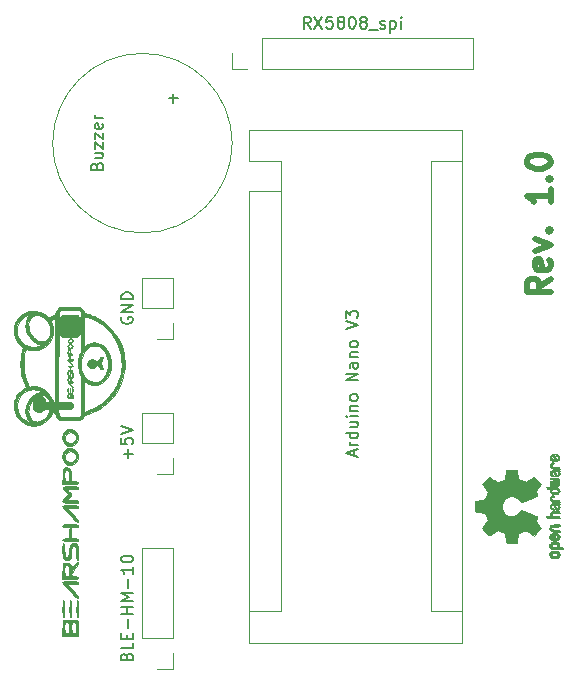
<source format=gto>
G04 #@! TF.GenerationSoftware,KiCad,Pcbnew,(5.1.4)-1*
G04 #@! TF.CreationDate,2020-10-08T18:43:15-04:00*
G04 #@! TF.ProjectId,LapTimerBoard,4c617054-696d-4657-9242-6f6172642e6b,rev?*
G04 #@! TF.SameCoordinates,Original*
G04 #@! TF.FileFunction,Legend,Top*
G04 #@! TF.FilePolarity,Positive*
%FSLAX46Y46*%
G04 Gerber Fmt 4.6, Leading zero omitted, Abs format (unit mm)*
G04 Created by KiCad (PCBNEW (5.1.4)-1) date 2020-10-08 18:43:15*
%MOMM*%
%LPD*%
G04 APERTURE LIST*
%ADD10C,0.500000*%
%ADD11C,0.010000*%
%ADD12C,0.120000*%
%ADD13C,0.150000*%
G04 APERTURE END LIST*
D10*
X143779761Y-106727047D02*
X142827380Y-107393714D01*
X143779761Y-107869904D02*
X141779761Y-107869904D01*
X141779761Y-107108000D01*
X141875000Y-106917523D01*
X141970238Y-106822285D01*
X142160714Y-106727047D01*
X142446428Y-106727047D01*
X142636904Y-106822285D01*
X142732142Y-106917523D01*
X142827380Y-107108000D01*
X142827380Y-107869904D01*
X143684523Y-105108000D02*
X143779761Y-105298476D01*
X143779761Y-105679428D01*
X143684523Y-105869904D01*
X143494047Y-105965142D01*
X142732142Y-105965142D01*
X142541666Y-105869904D01*
X142446428Y-105679428D01*
X142446428Y-105298476D01*
X142541666Y-105108000D01*
X142732142Y-105012761D01*
X142922619Y-105012761D01*
X143113095Y-105965142D01*
X142446428Y-104346095D02*
X143779761Y-103869904D01*
X142446428Y-103393714D01*
X143589285Y-102631809D02*
X143684523Y-102536571D01*
X143779761Y-102631809D01*
X143684523Y-102727047D01*
X143589285Y-102631809D01*
X143779761Y-102631809D01*
X143779761Y-99108000D02*
X143779761Y-100250857D01*
X143779761Y-99679428D02*
X141779761Y-99679428D01*
X142065476Y-99869904D01*
X142255952Y-100060380D01*
X142351190Y-100250857D01*
X143589285Y-98250857D02*
X143684523Y-98155619D01*
X143779761Y-98250857D01*
X143684523Y-98346095D01*
X143589285Y-98250857D01*
X143779761Y-98250857D01*
X141779761Y-96917523D02*
X141779761Y-96727047D01*
X141875000Y-96536571D01*
X141970238Y-96441333D01*
X142160714Y-96346095D01*
X142541666Y-96250857D01*
X143017857Y-96250857D01*
X143398809Y-96346095D01*
X143589285Y-96441333D01*
X143684523Y-96536571D01*
X143779761Y-96727047D01*
X143779761Y-96917523D01*
X143684523Y-97108000D01*
X143589285Y-97203238D01*
X143398809Y-97298476D01*
X143017857Y-97393714D01*
X142541666Y-97393714D01*
X142160714Y-97298476D01*
X141970238Y-97203238D01*
X141875000Y-97108000D01*
X141779761Y-96917523D01*
D11*
G36*
X102456030Y-134311858D02*
G01*
X102481784Y-134063668D01*
X102520421Y-133947565D01*
X102531333Y-133942666D01*
X102572565Y-134022258D01*
X102601764Y-134241164D01*
X102615423Y-134569579D01*
X102616000Y-134662333D01*
X102606636Y-135012808D01*
X102580882Y-135260999D01*
X102542245Y-135377101D01*
X102531333Y-135382000D01*
X102490101Y-135302408D01*
X102460902Y-135083502D01*
X102447243Y-134755087D01*
X102446666Y-134662333D01*
X102456030Y-134311858D01*
X102456030Y-134311858D01*
G37*
X102456030Y-134311858D02*
X102481784Y-134063668D01*
X102520421Y-133947565D01*
X102531333Y-133942666D01*
X102572565Y-134022258D01*
X102601764Y-134241164D01*
X102615423Y-134569579D01*
X102616000Y-134662333D01*
X102606636Y-135012808D01*
X102580882Y-135260999D01*
X102542245Y-135377101D01*
X102531333Y-135382000D01*
X102490101Y-135302408D01*
X102460902Y-135083502D01*
X102447243Y-134755087D01*
X102446666Y-134662333D01*
X102456030Y-134311858D01*
G36*
X103048697Y-134311858D02*
G01*
X103074450Y-134063668D01*
X103113087Y-133947565D01*
X103124000Y-133942666D01*
X103165232Y-134022258D01*
X103194431Y-134241164D01*
X103208090Y-134569579D01*
X103208666Y-134662333D01*
X103199302Y-135012808D01*
X103173549Y-135260999D01*
X103134912Y-135377101D01*
X103124000Y-135382000D01*
X103082767Y-135302408D01*
X103053568Y-135083502D01*
X103039909Y-134755087D01*
X103039333Y-134662333D01*
X103048697Y-134311858D01*
X103048697Y-134311858D01*
G37*
X103048697Y-134311858D02*
X103074450Y-134063668D01*
X103113087Y-133947565D01*
X103124000Y-133942666D01*
X103165232Y-134022258D01*
X103194431Y-134241164D01*
X103208090Y-134569579D01*
X103208666Y-134662333D01*
X103199302Y-135012808D01*
X103173549Y-135260999D01*
X103134912Y-135377101D01*
X103124000Y-135382000D01*
X103082767Y-135302408D01*
X103053568Y-135083502D01*
X103039909Y-134755087D01*
X103039333Y-134662333D01*
X103048697Y-134311858D01*
G36*
X102486453Y-119886761D02*
G01*
X102642623Y-119648758D01*
X102914328Y-119483915D01*
X103191292Y-119460907D01*
X103444747Y-119555688D01*
X103645927Y-119744213D01*
X103766065Y-120002437D01*
X103776394Y-120306314D01*
X103702308Y-120534508D01*
X103529514Y-120729381D01*
X103265722Y-120866023D01*
X103163330Y-120883782D01*
X103163330Y-120644160D01*
X103297307Y-120589084D01*
X103429146Y-120453055D01*
X103577641Y-120266335D01*
X103619702Y-120137785D01*
X103563924Y-120001316D01*
X103500199Y-119906839D01*
X103302536Y-119754356D01*
X103051843Y-119727215D01*
X102810397Y-119826749D01*
X102740679Y-119890564D01*
X102639913Y-120108459D01*
X102679633Y-120338348D01*
X102842695Y-120530369D01*
X102986154Y-120604435D01*
X103163330Y-120644160D01*
X103163330Y-120883782D01*
X103046767Y-120904000D01*
X102875301Y-120853741D01*
X102674771Y-120732440D01*
X102669751Y-120728521D01*
X102495279Y-120493724D01*
X102433666Y-120192684D01*
X102486453Y-119886761D01*
X102486453Y-119886761D01*
G37*
X102486453Y-119886761D02*
X102642623Y-119648758D01*
X102914328Y-119483915D01*
X103191292Y-119460907D01*
X103444747Y-119555688D01*
X103645927Y-119744213D01*
X103766065Y-120002437D01*
X103776394Y-120306314D01*
X103702308Y-120534508D01*
X103529514Y-120729381D01*
X103265722Y-120866023D01*
X103163330Y-120883782D01*
X103163330Y-120644160D01*
X103297307Y-120589084D01*
X103429146Y-120453055D01*
X103577641Y-120266335D01*
X103619702Y-120137785D01*
X103563924Y-120001316D01*
X103500199Y-119906839D01*
X103302536Y-119754356D01*
X103051843Y-119727215D01*
X102810397Y-119826749D01*
X102740679Y-119890564D01*
X102639913Y-120108459D01*
X102679633Y-120338348D01*
X102842695Y-120530369D01*
X102986154Y-120604435D01*
X103163330Y-120644160D01*
X103163330Y-120883782D01*
X103046767Y-120904000D01*
X102875301Y-120853741D01*
X102674771Y-120732440D01*
X102669751Y-120728521D01*
X102495279Y-120493724D01*
X102433666Y-120192684D01*
X102486453Y-119886761D01*
G36*
X102486453Y-121495428D02*
G01*
X102642623Y-121257425D01*
X102914328Y-121092582D01*
X103191292Y-121069573D01*
X103444747Y-121164354D01*
X103645927Y-121352879D01*
X103766065Y-121611103D01*
X103776394Y-121914981D01*
X103702308Y-122143174D01*
X103529514Y-122338048D01*
X103265722Y-122474690D01*
X103163330Y-122492449D01*
X103163330Y-122252827D01*
X103297307Y-122197751D01*
X103429146Y-122061722D01*
X103577641Y-121875001D01*
X103619702Y-121746452D01*
X103563924Y-121609983D01*
X103500199Y-121515505D01*
X103302536Y-121363023D01*
X103051843Y-121335881D01*
X102810397Y-121435415D01*
X102740679Y-121499230D01*
X102639913Y-121717126D01*
X102679633Y-121947015D01*
X102842695Y-122139035D01*
X102986154Y-122213102D01*
X103163330Y-122252827D01*
X103163330Y-122492449D01*
X103046767Y-122512666D01*
X102875301Y-122462408D01*
X102674771Y-122341107D01*
X102669751Y-122337188D01*
X102495279Y-122102391D01*
X102433666Y-121801351D01*
X102486453Y-121495428D01*
X102486453Y-121495428D01*
G37*
X102486453Y-121495428D02*
X102642623Y-121257425D01*
X102914328Y-121092582D01*
X103191292Y-121069573D01*
X103444747Y-121164354D01*
X103645927Y-121352879D01*
X103766065Y-121611103D01*
X103776394Y-121914981D01*
X103702308Y-122143174D01*
X103529514Y-122338048D01*
X103265722Y-122474690D01*
X103163330Y-122492449D01*
X103163330Y-122252827D01*
X103297307Y-122197751D01*
X103429146Y-122061722D01*
X103577641Y-121875001D01*
X103619702Y-121746452D01*
X103563924Y-121609983D01*
X103500199Y-121515505D01*
X103302536Y-121363023D01*
X103051843Y-121335881D01*
X102810397Y-121435415D01*
X102740679Y-121499230D01*
X102639913Y-121717126D01*
X102679633Y-121947015D01*
X102842695Y-122139035D01*
X102986154Y-122213102D01*
X103163330Y-122252827D01*
X103163330Y-122492449D01*
X103046767Y-122512666D01*
X102875301Y-122462408D01*
X102674771Y-122341107D01*
X102669751Y-122337188D01*
X102495279Y-122102391D01*
X102433666Y-121801351D01*
X102486453Y-121495428D01*
G36*
X102464409Y-123422833D02*
G01*
X102478492Y-123080437D01*
X102499614Y-122871934D01*
X102540560Y-122761980D01*
X102614115Y-122715233D01*
X102726953Y-122697049D01*
X102965237Y-122706765D01*
X103114371Y-122816684D01*
X103190140Y-123048848D01*
X103208666Y-123369700D01*
X103208666Y-123867333D01*
X103505000Y-123867333D01*
X103724173Y-123894873D01*
X103800797Y-123982767D01*
X103801333Y-123994333D01*
X103769532Y-124059355D01*
X103654114Y-124098443D01*
X103425058Y-124117197D01*
X103120575Y-124121333D01*
X102771222Y-124121333D01*
X102771222Y-123867333D01*
X102929637Y-123840074D01*
X103009709Y-123734687D01*
X103029035Y-123515754D01*
X103022069Y-123362485D01*
X102993151Y-123119151D01*
X102931778Y-122998056D01*
X102813358Y-122952289D01*
X102806500Y-122951278D01*
X102697970Y-122949032D01*
X102641041Y-123007647D01*
X102619233Y-123165574D01*
X102616000Y-123395778D01*
X102624083Y-123668948D01*
X102656840Y-123811964D01*
X102727028Y-123863584D01*
X102771222Y-123867333D01*
X102771222Y-124121333D01*
X102439818Y-124121333D01*
X102464409Y-123422833D01*
X102464409Y-123422833D01*
G37*
X102464409Y-123422833D02*
X102478492Y-123080437D01*
X102499614Y-122871934D01*
X102540560Y-122761980D01*
X102614115Y-122715233D01*
X102726953Y-122697049D01*
X102965237Y-122706765D01*
X103114371Y-122816684D01*
X103190140Y-123048848D01*
X103208666Y-123369700D01*
X103208666Y-123867333D01*
X103505000Y-123867333D01*
X103724173Y-123894873D01*
X103800797Y-123982767D01*
X103801333Y-123994333D01*
X103769532Y-124059355D01*
X103654114Y-124098443D01*
X103425058Y-124117197D01*
X103120575Y-124121333D01*
X102771222Y-124121333D01*
X102771222Y-123867333D01*
X102929637Y-123840074D01*
X103009709Y-123734687D01*
X103029035Y-123515754D01*
X103022069Y-123362485D01*
X102993151Y-123119151D01*
X102931778Y-122998056D01*
X102813358Y-122952289D01*
X102806500Y-122951278D01*
X102697970Y-122949032D01*
X102641041Y-123007647D01*
X102619233Y-123165574D01*
X102616000Y-123395778D01*
X102624083Y-123668948D01*
X102656840Y-123811964D01*
X102727028Y-123863584D01*
X102771222Y-123867333D01*
X102771222Y-124121333D01*
X102439818Y-124121333D01*
X102464409Y-123422833D01*
G36*
X102493687Y-125418194D02*
G01*
X102674173Y-125205466D01*
X102901680Y-124968000D01*
X102674173Y-124730534D01*
X102507366Y-124537464D01*
X102456699Y-124409873D01*
X102535395Y-124334831D01*
X102756678Y-124299406D01*
X103124000Y-124290666D01*
X103471533Y-124296648D01*
X103680101Y-124318352D01*
X103779770Y-124361415D01*
X103801333Y-124417666D01*
X103760570Y-124493220D01*
X103616981Y-124532730D01*
X103338617Y-124544644D01*
X103320908Y-124544666D01*
X102840482Y-124544666D01*
X103024574Y-124740623D01*
X103153349Y-124898871D01*
X103208629Y-125008796D01*
X103208666Y-125010333D01*
X103155817Y-125118179D01*
X103028310Y-125276051D01*
X103024574Y-125280043D01*
X102840482Y-125476000D01*
X103320908Y-125476000D01*
X103606715Y-125486776D01*
X103756179Y-125524733D01*
X103801247Y-125598318D01*
X103801333Y-125603000D01*
X103769430Y-125668162D01*
X103653677Y-125707269D01*
X103424008Y-125725957D01*
X103124000Y-125730000D01*
X102739003Y-125716111D01*
X102512020Y-125666979D01*
X102433449Y-125571405D01*
X102493687Y-125418194D01*
X102493687Y-125418194D01*
G37*
X102493687Y-125418194D02*
X102674173Y-125205466D01*
X102901680Y-124968000D01*
X102674173Y-124730534D01*
X102507366Y-124537464D01*
X102456699Y-124409873D01*
X102535395Y-124334831D01*
X102756678Y-124299406D01*
X103124000Y-124290666D01*
X103471533Y-124296648D01*
X103680101Y-124318352D01*
X103779770Y-124361415D01*
X103801333Y-124417666D01*
X103760570Y-124493220D01*
X103616981Y-124532730D01*
X103338617Y-124544644D01*
X103320908Y-124544666D01*
X102840482Y-124544666D01*
X103024574Y-124740623D01*
X103153349Y-124898871D01*
X103208629Y-125008796D01*
X103208666Y-125010333D01*
X103155817Y-125118179D01*
X103028310Y-125276051D01*
X103024574Y-125280043D01*
X102840482Y-125476000D01*
X103320908Y-125476000D01*
X103606715Y-125486776D01*
X103756179Y-125524733D01*
X103801247Y-125598318D01*
X103801333Y-125603000D01*
X103769430Y-125668162D01*
X103653677Y-125707269D01*
X103424008Y-125725957D01*
X103124000Y-125730000D01*
X102739003Y-125716111D01*
X102512020Y-125666979D01*
X102433449Y-125571405D01*
X102493687Y-125418194D01*
G36*
X102509078Y-125945980D02*
G01*
X102706586Y-125912229D01*
X103054599Y-125899561D01*
X103124000Y-125899333D01*
X103471533Y-125905315D01*
X103680101Y-125927019D01*
X103779770Y-125970082D01*
X103801333Y-126026333D01*
X103760823Y-126101630D01*
X103617993Y-126141157D01*
X103340893Y-126153293D01*
X103317150Y-126153333D01*
X102832967Y-126153333D01*
X103317150Y-126642622D01*
X103603672Y-126952108D01*
X103766639Y-127175029D01*
X103802383Y-127305282D01*
X103735714Y-127338666D01*
X103642256Y-127280336D01*
X103468060Y-127126679D01*
X103244015Y-126909699D01*
X103001013Y-126661400D01*
X102769942Y-126413785D01*
X102581694Y-126198857D01*
X102467158Y-126048618D01*
X102446666Y-126003175D01*
X102509078Y-125945980D01*
X102509078Y-125945980D01*
G37*
X102509078Y-125945980D02*
X102706586Y-125912229D01*
X103054599Y-125899561D01*
X103124000Y-125899333D01*
X103471533Y-125905315D01*
X103680101Y-125927019D01*
X103779770Y-125970082D01*
X103801333Y-126026333D01*
X103760823Y-126101630D01*
X103617993Y-126141157D01*
X103340893Y-126153293D01*
X103317150Y-126153333D01*
X102832967Y-126153333D01*
X103317150Y-126642622D01*
X103603672Y-126952108D01*
X103766639Y-127175029D01*
X103802383Y-127305282D01*
X103735714Y-127338666D01*
X103642256Y-127280336D01*
X103468060Y-127126679D01*
X103244015Y-126909699D01*
X103001013Y-126661400D01*
X102769942Y-126413785D01*
X102581694Y-126198857D01*
X102467158Y-126048618D01*
X102446666Y-126003175D01*
X102509078Y-125945980D01*
G36*
X102478569Y-127569837D02*
G01*
X102594322Y-127530731D01*
X102823991Y-127512043D01*
X103124000Y-127508000D01*
X103471533Y-127513982D01*
X103680101Y-127535685D01*
X103779770Y-127578748D01*
X103801333Y-127635000D01*
X103737073Y-127728931D01*
X103531988Y-127761770D01*
X103505000Y-127762000D01*
X103208666Y-127762000D01*
X103208666Y-128693333D01*
X103505000Y-128693333D01*
X103724173Y-128720873D01*
X103800797Y-128808767D01*
X103801333Y-128820333D01*
X103769430Y-128885496D01*
X103653677Y-128924602D01*
X103424008Y-128943290D01*
X103124000Y-128947333D01*
X102773136Y-128940802D01*
X102562722Y-128917798D01*
X102464253Y-128873200D01*
X102446666Y-128825698D01*
X102524653Y-128727248D01*
X102721833Y-128677531D01*
X102882469Y-128652770D01*
X102967333Y-128588481D01*
X103005296Y-128439447D01*
X103022591Y-128206500D01*
X103048182Y-127762000D01*
X102747424Y-127762000D01*
X102526505Y-127735290D01*
X102447536Y-127649634D01*
X102446666Y-127635000D01*
X102478569Y-127569837D01*
X102478569Y-127569837D01*
G37*
X102478569Y-127569837D02*
X102594322Y-127530731D01*
X102823991Y-127512043D01*
X103124000Y-127508000D01*
X103471533Y-127513982D01*
X103680101Y-127535685D01*
X103779770Y-127578748D01*
X103801333Y-127635000D01*
X103737073Y-127728931D01*
X103531988Y-127761770D01*
X103505000Y-127762000D01*
X103208666Y-127762000D01*
X103208666Y-128693333D01*
X103505000Y-128693333D01*
X103724173Y-128720873D01*
X103800797Y-128808767D01*
X103801333Y-128820333D01*
X103769430Y-128885496D01*
X103653677Y-128924602D01*
X103424008Y-128943290D01*
X103124000Y-128947333D01*
X102773136Y-128940802D01*
X102562722Y-128917798D01*
X102464253Y-128873200D01*
X102446666Y-128825698D01*
X102524653Y-128727248D01*
X102721833Y-128677531D01*
X102882469Y-128652770D01*
X102967333Y-128588481D01*
X103005296Y-128439447D01*
X103022591Y-128206500D01*
X103048182Y-127762000D01*
X102747424Y-127762000D01*
X102526505Y-127735290D01*
X102447536Y-127649634D01*
X102446666Y-127635000D01*
X102478569Y-127569837D01*
G36*
X102466312Y-129294273D02*
G01*
X102502113Y-129143173D01*
X102531333Y-129116666D01*
X102575524Y-129194461D01*
X102605798Y-129400705D01*
X102616000Y-129669657D01*
X102626756Y-129993225D01*
X102663778Y-130181454D01*
X102734194Y-130267252D01*
X102746651Y-130272783D01*
X102867287Y-130292968D01*
X102947158Y-130224556D01*
X102999199Y-130041403D01*
X103036344Y-129717365D01*
X103039333Y-129681205D01*
X103067561Y-129394005D01*
X103107145Y-129234533D01*
X103179166Y-129161462D01*
X103304703Y-129133467D01*
X103319619Y-129131715D01*
X103541193Y-129134674D01*
X103685048Y-129220694D01*
X103765907Y-129414216D01*
X103798494Y-129739680D01*
X103801333Y-129931367D01*
X103791285Y-130232118D01*
X103764737Y-130453549D01*
X103727083Y-130553952D01*
X103720535Y-130556000D01*
X103676670Y-130478610D01*
X103638786Y-130275525D01*
X103614963Y-129990368D01*
X103614701Y-129984500D01*
X103596096Y-129678705D01*
X103564549Y-129503211D01*
X103506006Y-129418987D01*
X103406413Y-129387006D01*
X103399166Y-129385945D01*
X103292748Y-129383264D01*
X103235706Y-129439020D01*
X103212771Y-129590879D01*
X103208666Y-129855845D01*
X103192244Y-130142576D01*
X103149790Y-130365434D01*
X103107066Y-130454400D01*
X102913645Y-130545193D01*
X102684170Y-130531675D01*
X102548266Y-130454400D01*
X102499128Y-130330191D01*
X102465750Y-130103544D01*
X102448744Y-129822989D01*
X102448727Y-129537055D01*
X102466312Y-129294273D01*
X102466312Y-129294273D01*
G37*
X102466312Y-129294273D02*
X102502113Y-129143173D01*
X102531333Y-129116666D01*
X102575524Y-129194461D01*
X102605798Y-129400705D01*
X102616000Y-129669657D01*
X102626756Y-129993225D01*
X102663778Y-130181454D01*
X102734194Y-130267252D01*
X102746651Y-130272783D01*
X102867287Y-130292968D01*
X102947158Y-130224556D01*
X102999199Y-130041403D01*
X103036344Y-129717365D01*
X103039333Y-129681205D01*
X103067561Y-129394005D01*
X103107145Y-129234533D01*
X103179166Y-129161462D01*
X103304703Y-129133467D01*
X103319619Y-129131715D01*
X103541193Y-129134674D01*
X103685048Y-129220694D01*
X103765907Y-129414216D01*
X103798494Y-129739680D01*
X103801333Y-129931367D01*
X103791285Y-130232118D01*
X103764737Y-130453549D01*
X103727083Y-130553952D01*
X103720535Y-130556000D01*
X103676670Y-130478610D01*
X103638786Y-130275525D01*
X103614963Y-129990368D01*
X103614701Y-129984500D01*
X103596096Y-129678705D01*
X103564549Y-129503211D01*
X103506006Y-129418987D01*
X103406413Y-129387006D01*
X103399166Y-129385945D01*
X103292748Y-129383264D01*
X103235706Y-129439020D01*
X103212771Y-129590879D01*
X103208666Y-129855845D01*
X103192244Y-130142576D01*
X103149790Y-130365434D01*
X103107066Y-130454400D01*
X102913645Y-130545193D01*
X102684170Y-130531675D01*
X102548266Y-130454400D01*
X102499128Y-130330191D01*
X102465750Y-130103544D01*
X102448744Y-129822989D01*
X102448727Y-129537055D01*
X102466312Y-129294273D01*
G36*
X102489000Y-130767666D02*
G01*
X102782832Y-130767666D01*
X103019685Y-130803254D01*
X103155702Y-130928487D01*
X103171155Y-130957193D01*
X103265644Y-131146720D01*
X103463580Y-130936027D01*
X103616382Y-130793205D01*
X103724884Y-130726069D01*
X103731425Y-130725333D01*
X103804078Y-130777424D01*
X103763391Y-130915181D01*
X103621744Y-131110831D01*
X103505000Y-131233333D01*
X103319044Y-131454130D01*
X103217361Y-131657778D01*
X103208666Y-131715609D01*
X103234151Y-131848187D01*
X103343001Y-131902313D01*
X103505000Y-131910666D01*
X103724173Y-131938206D01*
X103800797Y-132026100D01*
X103801333Y-132037666D01*
X103769532Y-132102689D01*
X103654114Y-132141776D01*
X103425058Y-132160530D01*
X103120575Y-132164666D01*
X102771222Y-132164666D01*
X102771222Y-131910666D01*
X102929637Y-131883408D01*
X103009709Y-131778020D01*
X103029035Y-131559087D01*
X103022069Y-131405819D01*
X102993151Y-131162485D01*
X102931778Y-131041389D01*
X102813358Y-130995622D01*
X102806500Y-130994611D01*
X102697970Y-130992366D01*
X102641041Y-131050980D01*
X102619233Y-131208908D01*
X102616000Y-131439111D01*
X102624083Y-131712282D01*
X102656840Y-131855297D01*
X102727028Y-131906917D01*
X102771222Y-131910666D01*
X102771222Y-132164666D01*
X102439818Y-132164666D01*
X102489000Y-130767666D01*
X102489000Y-130767666D01*
G37*
X102489000Y-130767666D02*
X102782832Y-130767666D01*
X103019685Y-130803254D01*
X103155702Y-130928487D01*
X103171155Y-130957193D01*
X103265644Y-131146720D01*
X103463580Y-130936027D01*
X103616382Y-130793205D01*
X103724884Y-130726069D01*
X103731425Y-130725333D01*
X103804078Y-130777424D01*
X103763391Y-130915181D01*
X103621744Y-131110831D01*
X103505000Y-131233333D01*
X103319044Y-131454130D01*
X103217361Y-131657778D01*
X103208666Y-131715609D01*
X103234151Y-131848187D01*
X103343001Y-131902313D01*
X103505000Y-131910666D01*
X103724173Y-131938206D01*
X103800797Y-132026100D01*
X103801333Y-132037666D01*
X103769532Y-132102689D01*
X103654114Y-132141776D01*
X103425058Y-132160530D01*
X103120575Y-132164666D01*
X102771222Y-132164666D01*
X102771222Y-131910666D01*
X102929637Y-131883408D01*
X103009709Y-131778020D01*
X103029035Y-131559087D01*
X103022069Y-131405819D01*
X102993151Y-131162485D01*
X102931778Y-131041389D01*
X102813358Y-130995622D01*
X102806500Y-130994611D01*
X102697970Y-130992366D01*
X102641041Y-131050980D01*
X102619233Y-131208908D01*
X102616000Y-131439111D01*
X102624083Y-131712282D01*
X102656840Y-131855297D01*
X102727028Y-131906917D01*
X102771222Y-131910666D01*
X102771222Y-132164666D01*
X102439818Y-132164666D01*
X102489000Y-130767666D01*
G36*
X102509078Y-132380646D02*
G01*
X102706586Y-132346896D01*
X103054599Y-132334228D01*
X103124000Y-132334000D01*
X103471533Y-132339982D01*
X103680101Y-132361685D01*
X103779770Y-132404748D01*
X103801333Y-132461000D01*
X103760823Y-132536297D01*
X103617993Y-132575823D01*
X103340893Y-132587959D01*
X103317150Y-132588000D01*
X102832967Y-132588000D01*
X103317150Y-133077288D01*
X103603672Y-133386775D01*
X103766639Y-133609696D01*
X103802383Y-133739949D01*
X103735714Y-133773333D01*
X103642256Y-133715002D01*
X103468060Y-133561346D01*
X103244015Y-133344366D01*
X103001013Y-133096067D01*
X102769942Y-132848452D01*
X102581694Y-132633523D01*
X102467158Y-132483285D01*
X102446666Y-132437842D01*
X102509078Y-132380646D01*
X102509078Y-132380646D01*
G37*
X102509078Y-132380646D02*
X102706586Y-132346896D01*
X103054599Y-132334228D01*
X103124000Y-132334000D01*
X103471533Y-132339982D01*
X103680101Y-132361685D01*
X103779770Y-132404748D01*
X103801333Y-132461000D01*
X103760823Y-132536297D01*
X103617993Y-132575823D01*
X103340893Y-132587959D01*
X103317150Y-132588000D01*
X102832967Y-132588000D01*
X103317150Y-133077288D01*
X103603672Y-133386775D01*
X103766639Y-133609696D01*
X103802383Y-133739949D01*
X103735714Y-133773333D01*
X103642256Y-133715002D01*
X103468060Y-133561346D01*
X103244015Y-133344366D01*
X103001013Y-133096067D01*
X102769942Y-132848452D01*
X102581694Y-132633523D01*
X102467158Y-132483285D01*
X102446666Y-132437842D01*
X102509078Y-132380646D01*
G36*
X103641363Y-134311858D02*
G01*
X103667117Y-134063668D01*
X103705754Y-133947565D01*
X103716666Y-133942666D01*
X103757898Y-134022258D01*
X103787097Y-134241164D01*
X103800756Y-134569579D01*
X103801333Y-134662333D01*
X103791969Y-135012808D01*
X103766215Y-135260999D01*
X103727578Y-135377101D01*
X103716666Y-135382000D01*
X103675434Y-135302408D01*
X103646235Y-135083502D01*
X103632576Y-134755087D01*
X103632000Y-134662333D01*
X103641363Y-134311858D01*
X103641363Y-134311858D01*
G37*
X103641363Y-134311858D02*
X103667117Y-134063668D01*
X103705754Y-133947565D01*
X103716666Y-133942666D01*
X103757898Y-134022258D01*
X103787097Y-134241164D01*
X103800756Y-134569579D01*
X103801333Y-134662333D01*
X103791969Y-135012808D01*
X103766215Y-135260999D01*
X103727578Y-135377101D01*
X103716666Y-135382000D01*
X103675434Y-135302408D01*
X103646235Y-135083502D01*
X103632576Y-134755087D01*
X103632000Y-134662333D01*
X103641363Y-134311858D01*
G36*
X102489000Y-135593666D02*
G01*
X103033784Y-135575095D01*
X103334359Y-135579067D01*
X103574323Y-135607926D01*
X103689951Y-135648962D01*
X103759655Y-135802881D01*
X103795896Y-136118737D01*
X103801333Y-136366033D01*
X103801333Y-136990666D01*
X103363888Y-136990666D01*
X103363888Y-136736666D01*
X103522304Y-136709408D01*
X103602376Y-136604020D01*
X103621702Y-136385087D01*
X103614736Y-136231819D01*
X103585817Y-135988485D01*
X103524444Y-135867389D01*
X103406024Y-135821622D01*
X103399166Y-135820611D01*
X103290636Y-135818366D01*
X103233708Y-135876980D01*
X103211900Y-136034908D01*
X103208666Y-136265111D01*
X103216750Y-136538282D01*
X103249507Y-136681297D01*
X103319695Y-136732917D01*
X103363888Y-136736666D01*
X103363888Y-136990666D01*
X102771222Y-136990666D01*
X102771222Y-136736666D01*
X102929637Y-136709408D01*
X103009709Y-136604020D01*
X103029035Y-136385087D01*
X103022069Y-136231819D01*
X102993151Y-135988485D01*
X102931778Y-135867389D01*
X102813358Y-135821622D01*
X102806500Y-135820611D01*
X102697970Y-135818366D01*
X102641041Y-135876980D01*
X102619233Y-136034908D01*
X102616000Y-136265111D01*
X102624083Y-136538282D01*
X102656840Y-136681297D01*
X102727028Y-136732917D01*
X102771222Y-136736666D01*
X102771222Y-136990666D01*
X102439818Y-136990666D01*
X102489000Y-135593666D01*
X102489000Y-135593666D01*
G37*
X102489000Y-135593666D02*
X103033784Y-135575095D01*
X103334359Y-135579067D01*
X103574323Y-135607926D01*
X103689951Y-135648962D01*
X103759655Y-135802881D01*
X103795896Y-136118737D01*
X103801333Y-136366033D01*
X103801333Y-136990666D01*
X103363888Y-136990666D01*
X103363888Y-136736666D01*
X103522304Y-136709408D01*
X103602376Y-136604020D01*
X103621702Y-136385087D01*
X103614736Y-136231819D01*
X103585817Y-135988485D01*
X103524444Y-135867389D01*
X103406024Y-135821622D01*
X103399166Y-135820611D01*
X103290636Y-135818366D01*
X103233708Y-135876980D01*
X103211900Y-136034908D01*
X103208666Y-136265111D01*
X103216750Y-136538282D01*
X103249507Y-136681297D01*
X103319695Y-136732917D01*
X103363888Y-136736666D01*
X103363888Y-136990666D01*
X102771222Y-136990666D01*
X102771222Y-136736666D01*
X102929637Y-136709408D01*
X103009709Y-136604020D01*
X103029035Y-136385087D01*
X103022069Y-136231819D01*
X102993151Y-135988485D01*
X102931778Y-135867389D01*
X102813358Y-135821622D01*
X102806500Y-135820611D01*
X102697970Y-135818366D01*
X102641041Y-135876980D01*
X102619233Y-136034908D01*
X102616000Y-136265111D01*
X102624083Y-136538282D01*
X102656840Y-136681297D01*
X102727028Y-136732917D01*
X102771222Y-136736666D01*
X102771222Y-136990666D01*
X102439818Y-136990666D01*
X102489000Y-135593666D01*
G36*
X102874586Y-116050867D02*
G01*
X102886556Y-115969614D01*
X102901750Y-115935125D01*
X102919419Y-115952966D01*
X102930270Y-116028517D01*
X102933500Y-116139627D01*
X102929336Y-116254351D01*
X102918164Y-116333707D01*
X102901958Y-116363746D01*
X102901750Y-116363750D01*
X102885121Y-116334618D01*
X102873749Y-116257562D01*
X102870000Y-116159249D01*
X102874586Y-116050867D01*
X102874586Y-116050867D01*
G37*
X102874586Y-116050867D02*
X102886556Y-115969614D01*
X102901750Y-115935125D01*
X102919419Y-115952966D01*
X102930270Y-116028517D01*
X102933500Y-116139627D01*
X102929336Y-116254351D01*
X102918164Y-116333707D01*
X102901958Y-116363746D01*
X102901750Y-116363750D01*
X102885121Y-116334618D01*
X102873749Y-116257562D01*
X102870000Y-116159249D01*
X102874586Y-116050867D01*
G36*
X103065086Y-116050867D02*
G01*
X103077056Y-115969614D01*
X103092250Y-115935125D01*
X103109919Y-115952966D01*
X103120770Y-116028517D01*
X103124000Y-116139627D01*
X103119836Y-116254351D01*
X103108664Y-116333707D01*
X103092458Y-116363746D01*
X103092250Y-116363750D01*
X103075621Y-116334618D01*
X103064249Y-116257562D01*
X103060500Y-116159249D01*
X103065086Y-116050867D01*
X103065086Y-116050867D01*
G37*
X103065086Y-116050867D02*
X103077056Y-115969614D01*
X103092250Y-115935125D01*
X103109919Y-115952966D01*
X103120770Y-116028517D01*
X103124000Y-116139627D01*
X103119836Y-116254351D01*
X103108664Y-116333707D01*
X103092458Y-116363746D01*
X103092250Y-116363750D01*
X103075621Y-116334618D01*
X103064249Y-116257562D01*
X103060500Y-116159249D01*
X103065086Y-116050867D01*
G36*
X102900058Y-111891083D02*
G01*
X102963330Y-111804942D01*
X103053102Y-111759349D01*
X103150744Y-111756249D01*
X103237622Y-111797586D01*
X103280674Y-111851372D01*
X103312703Y-111965565D01*
X103283103Y-112068885D01*
X103249127Y-112111123D01*
X103157905Y-112162671D01*
X103064081Y-112161498D01*
X103064081Y-112105606D01*
X103148277Y-112103778D01*
X103216727Y-112060561D01*
X103250178Y-111982647D01*
X103251000Y-111966375D01*
X103233805Y-111893515D01*
X103212900Y-111861600D01*
X103142544Y-111827326D01*
X103056802Y-111828155D01*
X102985371Y-111861280D01*
X102966367Y-111884913D01*
X102936406Y-111963723D01*
X102952568Y-112023457D01*
X102983392Y-112059358D01*
X103064081Y-112105606D01*
X103064081Y-112161498D01*
X103054662Y-112161380D01*
X102958771Y-112109604D01*
X102924012Y-112071585D01*
X102882784Y-112002941D01*
X102881925Y-111942172D01*
X102900058Y-111891083D01*
X102900058Y-111891083D01*
G37*
X102900058Y-111891083D02*
X102963330Y-111804942D01*
X103053102Y-111759349D01*
X103150744Y-111756249D01*
X103237622Y-111797586D01*
X103280674Y-111851372D01*
X103312703Y-111965565D01*
X103283103Y-112068885D01*
X103249127Y-112111123D01*
X103157905Y-112162671D01*
X103064081Y-112161498D01*
X103064081Y-112105606D01*
X103148277Y-112103778D01*
X103216727Y-112060561D01*
X103250178Y-111982647D01*
X103251000Y-111966375D01*
X103233805Y-111893515D01*
X103212900Y-111861600D01*
X103142544Y-111827326D01*
X103056802Y-111828155D01*
X102985371Y-111861280D01*
X102966367Y-111884913D01*
X102936406Y-111963723D01*
X102952568Y-112023457D01*
X102983392Y-112059358D01*
X103064081Y-112105606D01*
X103064081Y-112161498D01*
X103054662Y-112161380D01*
X102958771Y-112109604D01*
X102924012Y-112071585D01*
X102882784Y-112002941D01*
X102881925Y-111942172D01*
X102900058Y-111891083D01*
G36*
X102896675Y-112348133D02*
G01*
X102962216Y-112271417D01*
X103044892Y-112217495D01*
X103101147Y-112204500D01*
X103187572Y-112232436D01*
X103263356Y-112302228D01*
X103308994Y-112392854D01*
X103314500Y-112434430D01*
X103285055Y-112524700D01*
X103230843Y-112583196D01*
X103154814Y-112629271D01*
X103099659Y-112645464D01*
X103099659Y-112575484D01*
X103178002Y-112545606D01*
X103189775Y-112535816D01*
X103243981Y-112454019D01*
X103237206Y-112368777D01*
X103201107Y-112317893D01*
X103120096Y-112272245D01*
X103038747Y-112286929D01*
X102979600Y-112345246D01*
X102952426Y-112429707D01*
X102972776Y-112504754D01*
X103026552Y-112557607D01*
X103099659Y-112575484D01*
X103099659Y-112645464D01*
X103087650Y-112648990D01*
X103086525Y-112649000D01*
X103013920Y-112623127D01*
X102939587Y-112560215D01*
X102885023Y-112482327D01*
X102870000Y-112426750D01*
X102896675Y-112348133D01*
X102896675Y-112348133D01*
G37*
X102896675Y-112348133D02*
X102962216Y-112271417D01*
X103044892Y-112217495D01*
X103101147Y-112204500D01*
X103187572Y-112232436D01*
X103263356Y-112302228D01*
X103308994Y-112392854D01*
X103314500Y-112434430D01*
X103285055Y-112524700D01*
X103230843Y-112583196D01*
X103154814Y-112629271D01*
X103099659Y-112645464D01*
X103099659Y-112575484D01*
X103178002Y-112545606D01*
X103189775Y-112535816D01*
X103243981Y-112454019D01*
X103237206Y-112368777D01*
X103201107Y-112317893D01*
X103120096Y-112272245D01*
X103038747Y-112286929D01*
X102979600Y-112345246D01*
X102952426Y-112429707D01*
X102972776Y-112504754D01*
X103026552Y-112557607D01*
X103099659Y-112575484D01*
X103099659Y-112645464D01*
X103087650Y-112648990D01*
X103086525Y-112649000D01*
X103013920Y-112623127D01*
X102939587Y-112560215D01*
X102885023Y-112482327D01*
X102870000Y-112426750D01*
X102896675Y-112348133D01*
G36*
X102943434Y-113480701D02*
G01*
X103007406Y-113404856D01*
X103022969Y-113349128D01*
X102995174Y-113300733D01*
X102995174Y-113030000D01*
X103035646Y-113021355D01*
X103054959Y-112984590D01*
X103060422Y-112903459D01*
X103060500Y-112884797D01*
X103056581Y-112795379D01*
X103040933Y-112755041D01*
X103007719Y-112749637D01*
X103004937Y-112750134D01*
X102965025Y-112778613D01*
X102943865Y-112852787D01*
X102939611Y-112895337D01*
X102937319Y-112980515D01*
X102951568Y-113019767D01*
X102989309Y-113029934D01*
X102995174Y-113030000D01*
X102995174Y-113300733D01*
X102991264Y-113293925D01*
X102956374Y-113258826D01*
X102915332Y-113208636D01*
X102891199Y-113141828D01*
X102878601Y-113039501D01*
X102875105Y-112973001D01*
X102876938Y-112827964D01*
X102899501Y-112736654D01*
X102947026Y-112691478D01*
X103023745Y-112684842D01*
X103034939Y-112686251D01*
X103078804Y-112700266D01*
X103102683Y-112737457D01*
X103114484Y-112814566D01*
X103117653Y-112861358D01*
X103126114Y-112958473D01*
X103143051Y-113009093D01*
X103177667Y-113030221D01*
X103212183Y-113035983D01*
X103276498Y-113056998D01*
X103296809Y-113111075D01*
X103297171Y-113125250D01*
X103289575Y-113175806D01*
X103255512Y-113202893D01*
X103178041Y-113218080D01*
X103157673Y-113220500D01*
X103074745Y-113232429D01*
X103045503Y-113246928D01*
X103060264Y-113270645D01*
X103071093Y-113279951D01*
X103118110Y-113338312D01*
X103108314Y-113399496D01*
X103071454Y-113448188D01*
X103043992Y-113483268D01*
X103052416Y-113500314D01*
X103107354Y-113505806D01*
X103166704Y-113506250D01*
X103253602Y-113512359D01*
X103306737Y-113527868D01*
X103314500Y-113538000D01*
X103285063Y-113554178D01*
X103205858Y-113565393D01*
X103090545Y-113569746D01*
X103086309Y-113569750D01*
X102858119Y-113569750D01*
X102943434Y-113480701D01*
X102943434Y-113480701D01*
G37*
X102943434Y-113480701D02*
X103007406Y-113404856D01*
X103022969Y-113349128D01*
X102995174Y-113300733D01*
X102995174Y-113030000D01*
X103035646Y-113021355D01*
X103054959Y-112984590D01*
X103060422Y-112903459D01*
X103060500Y-112884797D01*
X103056581Y-112795379D01*
X103040933Y-112755041D01*
X103007719Y-112749637D01*
X103004937Y-112750134D01*
X102965025Y-112778613D01*
X102943865Y-112852787D01*
X102939611Y-112895337D01*
X102937319Y-112980515D01*
X102951568Y-113019767D01*
X102989309Y-113029934D01*
X102995174Y-113030000D01*
X102995174Y-113300733D01*
X102991264Y-113293925D01*
X102956374Y-113258826D01*
X102915332Y-113208636D01*
X102891199Y-113141828D01*
X102878601Y-113039501D01*
X102875105Y-112973001D01*
X102876938Y-112827964D01*
X102899501Y-112736654D01*
X102947026Y-112691478D01*
X103023745Y-112684842D01*
X103034939Y-112686251D01*
X103078804Y-112700266D01*
X103102683Y-112737457D01*
X103114484Y-112814566D01*
X103117653Y-112861358D01*
X103126114Y-112958473D01*
X103143051Y-113009093D01*
X103177667Y-113030221D01*
X103212183Y-113035983D01*
X103276498Y-113056998D01*
X103296809Y-113111075D01*
X103297171Y-113125250D01*
X103289575Y-113175806D01*
X103255512Y-113202893D01*
X103178041Y-113218080D01*
X103157673Y-113220500D01*
X103074745Y-113232429D01*
X103045503Y-113246928D01*
X103060264Y-113270645D01*
X103071093Y-113279951D01*
X103118110Y-113338312D01*
X103108314Y-113399496D01*
X103071454Y-113448188D01*
X103043992Y-113483268D01*
X103052416Y-113500314D01*
X103107354Y-113505806D01*
X103166704Y-113506250D01*
X103253602Y-113512359D01*
X103306737Y-113527868D01*
X103314500Y-113538000D01*
X103285063Y-113554178D01*
X103205858Y-113565393D01*
X103090545Y-113569746D01*
X103086309Y-113569750D01*
X102858119Y-113569750D01*
X102943434Y-113480701D01*
G36*
X102890274Y-113623559D02*
G01*
X102932983Y-113609852D01*
X103013453Y-113602796D01*
X103111754Y-113601936D01*
X103207955Y-113606816D01*
X103282124Y-113616981D01*
X103314331Y-113631976D01*
X103314500Y-113633250D01*
X103285876Y-113651038D01*
X103212397Y-113662560D01*
X103148897Y-113665000D01*
X102983294Y-113665000D01*
X103152003Y-113835832D01*
X103228546Y-113919111D01*
X103278673Y-113985158D01*
X103293516Y-114021946D01*
X103291361Y-114024803D01*
X103257841Y-114012589D01*
X103195970Y-113965209D01*
X103117956Y-113894876D01*
X103036008Y-113813806D01*
X102962336Y-113734210D01*
X102909148Y-113668304D01*
X102888653Y-113628301D01*
X102890274Y-113623559D01*
X102890274Y-113623559D01*
G37*
X102890274Y-113623559D02*
X102932983Y-113609852D01*
X103013453Y-113602796D01*
X103111754Y-113601936D01*
X103207955Y-113606816D01*
X103282124Y-113616981D01*
X103314331Y-113631976D01*
X103314500Y-113633250D01*
X103285876Y-113651038D01*
X103212397Y-113662560D01*
X103148897Y-113665000D01*
X102983294Y-113665000D01*
X103152003Y-113835832D01*
X103228546Y-113919111D01*
X103278673Y-113985158D01*
X103293516Y-114021946D01*
X103291361Y-114024803D01*
X103257841Y-114012589D01*
X103195970Y-113965209D01*
X103117956Y-113894876D01*
X103036008Y-113813806D01*
X102962336Y-113734210D01*
X102909148Y-113668304D01*
X102888653Y-113628301D01*
X102890274Y-113623559D01*
G36*
X102876086Y-114667094D02*
G01*
X102883155Y-114550153D01*
X102893887Y-114482260D01*
X102914294Y-114449006D01*
X102950389Y-114435984D01*
X102973844Y-114432829D01*
X103027701Y-114420716D01*
X103052938Y-114388631D01*
X103060219Y-114318012D01*
X103060500Y-114282017D01*
X103057014Y-114194605D01*
X103040293Y-114153507D01*
X103000939Y-114141655D01*
X102982998Y-114141250D01*
X102915771Y-114129544D01*
X102885875Y-114109500D01*
X102903715Y-114091831D01*
X102979266Y-114080980D01*
X103090376Y-114077750D01*
X103205100Y-114081914D01*
X103284456Y-114093086D01*
X103314495Y-114109292D01*
X103314500Y-114109500D01*
X103286910Y-114131793D01*
X103220435Y-114141248D01*
X103219250Y-114141250D01*
X103160679Y-114145392D01*
X103132938Y-114169306D01*
X103124538Y-114230224D01*
X103124000Y-114284125D01*
X103127523Y-114372519D01*
X103143916Y-114414395D01*
X103181917Y-114426604D01*
X103198083Y-114427000D01*
X103276440Y-114439244D01*
X103299106Y-114473821D01*
X103280932Y-114508565D01*
X103265540Y-114552444D01*
X103281208Y-114568923D01*
X103298840Y-114607801D01*
X103309773Y-114684927D01*
X103313847Y-114779839D01*
X103310900Y-114872075D01*
X103300772Y-114941174D01*
X103284334Y-114966750D01*
X103266622Y-114937958D01*
X103251784Y-114863397D01*
X103244646Y-114784188D01*
X103234315Y-114674376D01*
X103215650Y-114617123D01*
X103187500Y-114601625D01*
X103155956Y-114622165D01*
X103134872Y-114689942D01*
X103124000Y-114776250D01*
X103111434Y-114878190D01*
X103092370Y-114932798D01*
X103059031Y-114956229D01*
X103034939Y-114961250D01*
X103004937Y-114960424D01*
X103004937Y-114897332D01*
X103038025Y-114894260D01*
X103054784Y-114859478D01*
X103060286Y-114779160D01*
X103060500Y-114745832D01*
X103067831Y-114634923D01*
X103091431Y-114576854D01*
X103108125Y-114565482D01*
X103151744Y-114541764D01*
X103133507Y-114527475D01*
X103052917Y-114522283D01*
X103043040Y-114522250D01*
X102930331Y-114522250D01*
X102939853Y-114704504D01*
X102949767Y-114813227D01*
X102968214Y-114872483D01*
X102999889Y-114896190D01*
X103004937Y-114897332D01*
X103004937Y-114960424D01*
X102954560Y-114959036D01*
X102903812Y-114919917D01*
X102878568Y-114836246D01*
X102874699Y-114700380D01*
X102876086Y-114667094D01*
X102876086Y-114667094D01*
G37*
X102876086Y-114667094D02*
X102883155Y-114550153D01*
X102893887Y-114482260D01*
X102914294Y-114449006D01*
X102950389Y-114435984D01*
X102973844Y-114432829D01*
X103027701Y-114420716D01*
X103052938Y-114388631D01*
X103060219Y-114318012D01*
X103060500Y-114282017D01*
X103057014Y-114194605D01*
X103040293Y-114153507D01*
X103000939Y-114141655D01*
X102982998Y-114141250D01*
X102915771Y-114129544D01*
X102885875Y-114109500D01*
X102903715Y-114091831D01*
X102979266Y-114080980D01*
X103090376Y-114077750D01*
X103205100Y-114081914D01*
X103284456Y-114093086D01*
X103314495Y-114109292D01*
X103314500Y-114109500D01*
X103286910Y-114131793D01*
X103220435Y-114141248D01*
X103219250Y-114141250D01*
X103160679Y-114145392D01*
X103132938Y-114169306D01*
X103124538Y-114230224D01*
X103124000Y-114284125D01*
X103127523Y-114372519D01*
X103143916Y-114414395D01*
X103181917Y-114426604D01*
X103198083Y-114427000D01*
X103276440Y-114439244D01*
X103299106Y-114473821D01*
X103280932Y-114508565D01*
X103265540Y-114552444D01*
X103281208Y-114568923D01*
X103298840Y-114607801D01*
X103309773Y-114684927D01*
X103313847Y-114779839D01*
X103310900Y-114872075D01*
X103300772Y-114941174D01*
X103284334Y-114966750D01*
X103266622Y-114937958D01*
X103251784Y-114863397D01*
X103244646Y-114784188D01*
X103234315Y-114674376D01*
X103215650Y-114617123D01*
X103187500Y-114601625D01*
X103155956Y-114622165D01*
X103134872Y-114689942D01*
X103124000Y-114776250D01*
X103111434Y-114878190D01*
X103092370Y-114932798D01*
X103059031Y-114956229D01*
X103034939Y-114961250D01*
X103004937Y-114960424D01*
X103004937Y-114897332D01*
X103038025Y-114894260D01*
X103054784Y-114859478D01*
X103060286Y-114779160D01*
X103060500Y-114745832D01*
X103067831Y-114634923D01*
X103091431Y-114576854D01*
X103108125Y-114565482D01*
X103151744Y-114541764D01*
X103133507Y-114527475D01*
X103052917Y-114522283D01*
X103043040Y-114522250D01*
X102930331Y-114522250D01*
X102939853Y-114704504D01*
X102949767Y-114813227D01*
X102968214Y-114872483D01*
X102999889Y-114896190D01*
X103004937Y-114897332D01*
X103004937Y-114960424D01*
X102954560Y-114959036D01*
X102903812Y-114919917D01*
X102878568Y-114836246D01*
X102874699Y-114700380D01*
X102876086Y-114667094D01*
G36*
X102878582Y-115147556D02*
G01*
X102908885Y-115050917D01*
X102966451Y-115007345D01*
X103039684Y-115010299D01*
X103104079Y-115043988D01*
X103124000Y-115084015D01*
X103131838Y-115112044D01*
X103162860Y-115097812D01*
X103203249Y-115062118D01*
X103268617Y-115011574D01*
X103300182Y-115007428D01*
X103295820Y-115041044D01*
X103253405Y-115103785D01*
X103222042Y-115138494D01*
X103149825Y-115232682D01*
X103131561Y-115307035D01*
X103167142Y-115356379D01*
X103226945Y-115373622D01*
X103289637Y-115391799D01*
X103304899Y-115435816D01*
X103303055Y-115452997D01*
X103282716Y-115500314D01*
X103228607Y-115526605D01*
X103158952Y-115538250D01*
X103025267Y-115554125D01*
X103169883Y-115695674D01*
X103263493Y-115792863D01*
X103308657Y-115854578D01*
X103307335Y-115883956D01*
X103289770Y-115887500D01*
X103257978Y-115866106D01*
X103194297Y-115808986D01*
X103110272Y-115726731D01*
X103073454Y-115689063D01*
X103004937Y-115616677D01*
X103004937Y-115373456D01*
X103037917Y-115370517D01*
X103054685Y-115336036D01*
X103060260Y-115256223D01*
X103060500Y-115220750D01*
X103057340Y-115124367D01*
X103044518Y-115077522D01*
X103017014Y-115066424D01*
X103004937Y-115068045D01*
X102968670Y-115090654D01*
X102952153Y-115150154D01*
X102949375Y-115220750D01*
X102955488Y-115314618D01*
X102977524Y-115361074D01*
X103004937Y-115373456D01*
X103004937Y-115616677D01*
X102980905Y-115591287D01*
X102923817Y-115520828D01*
X102893025Y-115459824D01*
X102879367Y-115390414D01*
X102873903Y-115300125D01*
X102878582Y-115147556D01*
X102878582Y-115147556D01*
G37*
X102878582Y-115147556D02*
X102908885Y-115050917D01*
X102966451Y-115007345D01*
X103039684Y-115010299D01*
X103104079Y-115043988D01*
X103124000Y-115084015D01*
X103131838Y-115112044D01*
X103162860Y-115097812D01*
X103203249Y-115062118D01*
X103268617Y-115011574D01*
X103300182Y-115007428D01*
X103295820Y-115041044D01*
X103253405Y-115103785D01*
X103222042Y-115138494D01*
X103149825Y-115232682D01*
X103131561Y-115307035D01*
X103167142Y-115356379D01*
X103226945Y-115373622D01*
X103289637Y-115391799D01*
X103304899Y-115435816D01*
X103303055Y-115452997D01*
X103282716Y-115500314D01*
X103228607Y-115526605D01*
X103158952Y-115538250D01*
X103025267Y-115554125D01*
X103169883Y-115695674D01*
X103263493Y-115792863D01*
X103308657Y-115854578D01*
X103307335Y-115883956D01*
X103289770Y-115887500D01*
X103257978Y-115866106D01*
X103194297Y-115808986D01*
X103110272Y-115726731D01*
X103073454Y-115689063D01*
X103004937Y-115616677D01*
X103004937Y-115373456D01*
X103037917Y-115370517D01*
X103054685Y-115336036D01*
X103060260Y-115256223D01*
X103060500Y-115220750D01*
X103057340Y-115124367D01*
X103044518Y-115077522D01*
X103017014Y-115066424D01*
X103004937Y-115068045D01*
X102968670Y-115090654D01*
X102952153Y-115150154D01*
X102949375Y-115220750D01*
X102955488Y-115314618D01*
X102977524Y-115361074D01*
X103004937Y-115373456D01*
X103004937Y-115616677D01*
X102980905Y-115591287D01*
X102923817Y-115520828D01*
X102893025Y-115459824D01*
X102879367Y-115390414D01*
X102873903Y-115300125D01*
X102878582Y-115147556D01*
G36*
X103255195Y-116027492D02*
G01*
X103266439Y-115948713D01*
X103282719Y-115919251D01*
X103282750Y-115919250D01*
X103299036Y-115948617D01*
X103310291Y-116027324D01*
X103314499Y-116141285D01*
X103314500Y-116141500D01*
X103310304Y-116255509D01*
X103299060Y-116334288D01*
X103282780Y-116363750D01*
X103282750Y-116363750D01*
X103266463Y-116334384D01*
X103255208Y-116255677D01*
X103251000Y-116141716D01*
X103251000Y-116141500D01*
X103255195Y-116027492D01*
X103255195Y-116027492D01*
G37*
X103255195Y-116027492D02*
X103266439Y-115948713D01*
X103282719Y-115919251D01*
X103282750Y-115919250D01*
X103299036Y-115948617D01*
X103310291Y-116027324D01*
X103314499Y-116141285D01*
X103314500Y-116141500D01*
X103310304Y-116255509D01*
X103299060Y-116334288D01*
X103282780Y-116363750D01*
X103282750Y-116363750D01*
X103266463Y-116334384D01*
X103255208Y-116255677D01*
X103251000Y-116141716D01*
X103251000Y-116141500D01*
X103255195Y-116027492D01*
G36*
X102876680Y-116540923D02*
G01*
X102904000Y-116457876D01*
X102965933Y-116415135D01*
X103070210Y-116402580D01*
X103083897Y-116402601D01*
X103182137Y-116409681D01*
X103256210Y-116426001D01*
X103274812Y-116435376D01*
X103298524Y-116486224D01*
X103312249Y-116584246D01*
X103314500Y-116654839D01*
X103314500Y-116842902D01*
X103197286Y-116837768D01*
X103197286Y-116770812D01*
X103231373Y-116769490D01*
X103246313Y-116738492D01*
X103246919Y-116663426D01*
X103244911Y-116628372D01*
X103231940Y-116527908D01*
X103207333Y-116481111D01*
X103187500Y-116474875D01*
X103153387Y-116501519D01*
X103136935Y-116566472D01*
X103137400Y-116647270D01*
X103154040Y-116721449D01*
X103186111Y-116766544D01*
X103197286Y-116770812D01*
X103197286Y-116837768D01*
X103100187Y-116833514D01*
X103004937Y-116829342D01*
X103004937Y-116770456D01*
X103037917Y-116767517D01*
X103054685Y-116733036D01*
X103060260Y-116653223D01*
X103060500Y-116617750D01*
X103057340Y-116521367D01*
X103044518Y-116474522D01*
X103017014Y-116463424D01*
X103004937Y-116465045D01*
X102968670Y-116487654D01*
X102952153Y-116547154D01*
X102949375Y-116617750D01*
X102955488Y-116711618D01*
X102977524Y-116758074D01*
X103004937Y-116770456D01*
X103004937Y-116829342D01*
X102885875Y-116824125D01*
X102876242Y-116674394D01*
X102876680Y-116540923D01*
X102876680Y-116540923D01*
G37*
X102876680Y-116540923D02*
X102904000Y-116457876D01*
X102965933Y-116415135D01*
X103070210Y-116402580D01*
X103083897Y-116402601D01*
X103182137Y-116409681D01*
X103256210Y-116426001D01*
X103274812Y-116435376D01*
X103298524Y-116486224D01*
X103312249Y-116584246D01*
X103314500Y-116654839D01*
X103314500Y-116842902D01*
X103197286Y-116837768D01*
X103197286Y-116770812D01*
X103231373Y-116769490D01*
X103246313Y-116738492D01*
X103246919Y-116663426D01*
X103244911Y-116628372D01*
X103231940Y-116527908D01*
X103207333Y-116481111D01*
X103187500Y-116474875D01*
X103153387Y-116501519D01*
X103136935Y-116566472D01*
X103137400Y-116647270D01*
X103154040Y-116721449D01*
X103186111Y-116766544D01*
X103197286Y-116770812D01*
X103197286Y-116837768D01*
X103100187Y-116833514D01*
X103004937Y-116829342D01*
X103004937Y-116770456D01*
X103037917Y-116767517D01*
X103054685Y-116733036D01*
X103060260Y-116653223D01*
X103060500Y-116617750D01*
X103057340Y-116521367D01*
X103044518Y-116474522D01*
X103017014Y-116463424D01*
X103004937Y-116465045D01*
X102968670Y-116487654D01*
X102952153Y-116547154D01*
X102949375Y-116617750D01*
X102955488Y-116711618D01*
X102977524Y-116758074D01*
X103004937Y-116770456D01*
X103004937Y-116829342D01*
X102885875Y-116824125D01*
X102876242Y-116674394D01*
X102876680Y-116540923D01*
G36*
X102172954Y-110487998D02*
G01*
X102178994Y-110299699D01*
X102192137Y-110157087D01*
X102214897Y-110051270D01*
X102249792Y-109973360D01*
X102299337Y-109914465D01*
X102366048Y-109865697D01*
X102425900Y-109831979D01*
X102482029Y-109804732D01*
X102538771Y-109785323D01*
X102607954Y-109772438D01*
X102701408Y-109764765D01*
X102830961Y-109760991D01*
X103008443Y-109759800D01*
X103076374Y-109759750D01*
X103271457Y-109760397D01*
X103414874Y-109763214D01*
X103518454Y-109769513D01*
X103594027Y-109780609D01*
X103653421Y-109797815D01*
X103708465Y-109822445D01*
X103726849Y-109831979D01*
X103807428Y-109878960D01*
X103869036Y-109929688D01*
X103914188Y-109993053D01*
X103945401Y-110077944D01*
X103965190Y-110193252D01*
X103976071Y-110347867D01*
X103980562Y-110550680D01*
X103981250Y-110730872D01*
X103980877Y-110942705D01*
X103979095Y-111100989D01*
X103974904Y-111215676D01*
X103967307Y-111296717D01*
X103955305Y-111354061D01*
X103937900Y-111397660D01*
X103914094Y-111437464D01*
X103909704Y-111444026D01*
X103850314Y-111523898D01*
X103787930Y-111583654D01*
X103712498Y-111626151D01*
X103613963Y-111654241D01*
X103482269Y-111670781D01*
X103307364Y-111678624D01*
X103079192Y-111680625D01*
X103076375Y-111680625D01*
X102847566Y-111678672D01*
X102672134Y-111670908D01*
X102540025Y-111654478D01*
X102441182Y-111626529D01*
X102365552Y-111584205D01*
X102303080Y-111524652D01*
X102243712Y-111445015D01*
X102243045Y-111444026D01*
X102218141Y-111403914D01*
X102199796Y-111361571D01*
X102187011Y-111307046D01*
X102178788Y-111230390D01*
X102174128Y-111121651D01*
X102172033Y-110970879D01*
X102171505Y-110768122D01*
X102171500Y-110730872D01*
X102172954Y-110487998D01*
X102172954Y-110487998D01*
G37*
X102172954Y-110487998D02*
X102178994Y-110299699D01*
X102192137Y-110157087D01*
X102214897Y-110051270D01*
X102249792Y-109973360D01*
X102299337Y-109914465D01*
X102366048Y-109865697D01*
X102425900Y-109831979D01*
X102482029Y-109804732D01*
X102538771Y-109785323D01*
X102607954Y-109772438D01*
X102701408Y-109764765D01*
X102830961Y-109760991D01*
X103008443Y-109759800D01*
X103076374Y-109759750D01*
X103271457Y-109760397D01*
X103414874Y-109763214D01*
X103518454Y-109769513D01*
X103594027Y-109780609D01*
X103653421Y-109797815D01*
X103708465Y-109822445D01*
X103726849Y-109831979D01*
X103807428Y-109878960D01*
X103869036Y-109929688D01*
X103914188Y-109993053D01*
X103945401Y-110077944D01*
X103965190Y-110193252D01*
X103976071Y-110347867D01*
X103980562Y-110550680D01*
X103981250Y-110730872D01*
X103980877Y-110942705D01*
X103979095Y-111100989D01*
X103974904Y-111215676D01*
X103967307Y-111296717D01*
X103955305Y-111354061D01*
X103937900Y-111397660D01*
X103914094Y-111437464D01*
X103909704Y-111444026D01*
X103850314Y-111523898D01*
X103787930Y-111583654D01*
X103712498Y-111626151D01*
X103613963Y-111654241D01*
X103482269Y-111670781D01*
X103307364Y-111678624D01*
X103079192Y-111680625D01*
X103076375Y-111680625D01*
X102847566Y-111678672D01*
X102672134Y-111670908D01*
X102540025Y-111654478D01*
X102441182Y-111626529D01*
X102365552Y-111584205D01*
X102303080Y-111524652D01*
X102243712Y-111445015D01*
X102243045Y-111444026D01*
X102218141Y-111403914D01*
X102199796Y-111361571D01*
X102187011Y-111307046D01*
X102178788Y-111230390D01*
X102174128Y-111121651D01*
X102172033Y-110970879D01*
X102171505Y-110768122D01*
X102171500Y-110730872D01*
X102172954Y-110487998D01*
G36*
X104576773Y-113800567D02*
G01*
X104654712Y-113665820D01*
X104684737Y-113633147D01*
X104755674Y-113573249D01*
X104829187Y-113545195D01*
X104934761Y-113538009D01*
X104940380Y-113538000D01*
X105044431Y-113543620D01*
X105115629Y-113568986D01*
X105184237Y-113626865D01*
X105206897Y-113650415D01*
X105272301Y-113716622D01*
X105316463Y-113742974D01*
X105361326Y-113736167D01*
X105410281Y-113712480D01*
X105502486Y-113634455D01*
X105577435Y-113502324D01*
X105613060Y-113403063D01*
X105651361Y-113361139D01*
X105737644Y-113347521D01*
X105742378Y-113347500D01*
X105817454Y-113352653D01*
X105848423Y-113379134D01*
X105854499Y-113443484D01*
X105854500Y-113444015D01*
X105835672Y-113548722D01*
X105788136Y-113668605D01*
X105725316Y-113774286D01*
X105681703Y-113822233D01*
X105653722Y-113854340D01*
X105658761Y-113892087D01*
X105700761Y-113955114D01*
X105711094Y-113968752D01*
X105787627Y-114085215D01*
X105839632Y-114210723D01*
X105866330Y-114307938D01*
X105875594Y-114364022D01*
X105856524Y-114388834D01*
X105793971Y-114395091D01*
X105762317Y-114395250D01*
X105678819Y-114389589D01*
X105634154Y-114361512D01*
X105603919Y-114294383D01*
X105600842Y-114285165D01*
X105559239Y-114204998D01*
X105493591Y-114121494D01*
X105420833Y-114052579D01*
X105357903Y-114016178D01*
X105344879Y-114014250D01*
X105312390Y-114039630D01*
X105271360Y-114101481D01*
X105267402Y-114108963D01*
X105178797Y-114218210D01*
X105059026Y-114281885D01*
X104923663Y-114297401D01*
X104788282Y-114262170D01*
X104698960Y-114203420D01*
X104599152Y-114079607D01*
X104558338Y-113941909D01*
X104576773Y-113800567D01*
X104576773Y-113800567D01*
G37*
X104576773Y-113800567D02*
X104654712Y-113665820D01*
X104684737Y-113633147D01*
X104755674Y-113573249D01*
X104829187Y-113545195D01*
X104934761Y-113538009D01*
X104940380Y-113538000D01*
X105044431Y-113543620D01*
X105115629Y-113568986D01*
X105184237Y-113626865D01*
X105206897Y-113650415D01*
X105272301Y-113716622D01*
X105316463Y-113742974D01*
X105361326Y-113736167D01*
X105410281Y-113712480D01*
X105502486Y-113634455D01*
X105577435Y-113502324D01*
X105613060Y-113403063D01*
X105651361Y-113361139D01*
X105737644Y-113347521D01*
X105742378Y-113347500D01*
X105817454Y-113352653D01*
X105848423Y-113379134D01*
X105854499Y-113443484D01*
X105854500Y-113444015D01*
X105835672Y-113548722D01*
X105788136Y-113668605D01*
X105725316Y-113774286D01*
X105681703Y-113822233D01*
X105653722Y-113854340D01*
X105658761Y-113892087D01*
X105700761Y-113955114D01*
X105711094Y-113968752D01*
X105787627Y-114085215D01*
X105839632Y-114210723D01*
X105866330Y-114307938D01*
X105875594Y-114364022D01*
X105856524Y-114388834D01*
X105793971Y-114395091D01*
X105762317Y-114395250D01*
X105678819Y-114389589D01*
X105634154Y-114361512D01*
X105603919Y-114294383D01*
X105600842Y-114285165D01*
X105559239Y-114204998D01*
X105493591Y-114121494D01*
X105420833Y-114052579D01*
X105357903Y-114016178D01*
X105344879Y-114014250D01*
X105312390Y-114039630D01*
X105271360Y-114101481D01*
X105267402Y-114108963D01*
X105178797Y-114218210D01*
X105059026Y-114281885D01*
X104923663Y-114297401D01*
X104788282Y-114262170D01*
X104698960Y-114203420D01*
X104599152Y-114079607D01*
X104558338Y-113941909D01*
X104576773Y-113800567D01*
G36*
X98356394Y-110789977D02*
G01*
X98436186Y-110500716D01*
X98572483Y-110235320D01*
X98768265Y-109986503D01*
X98806000Y-109947039D01*
X99048132Y-109742534D01*
X99316834Y-109590731D01*
X99604073Y-109491915D01*
X99901815Y-109446374D01*
X100202025Y-109454392D01*
X100496670Y-109516258D01*
X100777715Y-109632257D01*
X101037128Y-109802675D01*
X101110010Y-109864889D01*
X101266625Y-110006721D01*
X101409500Y-109935483D01*
X101533151Y-109878005D01*
X101667052Y-109821658D01*
X101703187Y-109807684D01*
X101795252Y-109767789D01*
X101840661Y-109729192D01*
X101854429Y-109678062D01*
X101854697Y-109668125D01*
X101880842Y-109537351D01*
X101948379Y-109398718D01*
X102043954Y-109276538D01*
X102094135Y-109232190D01*
X102214182Y-109140625D01*
X103938567Y-109140625D01*
X104060196Y-109233396D01*
X104169477Y-109346731D01*
X104246588Y-109479458D01*
X104290046Y-109565914D01*
X104331300Y-109621504D01*
X104350869Y-109632750D01*
X104417035Y-109644814D01*
X104527627Y-109677633D01*
X104669055Y-109726147D01*
X104827729Y-109785297D01*
X104990058Y-109850024D01*
X105142453Y-109915268D01*
X105267125Y-109973860D01*
X105722504Y-110236713D01*
X106140226Y-110548195D01*
X106516897Y-110903851D01*
X106849123Y-111299229D01*
X107133509Y-111729875D01*
X107366661Y-112191335D01*
X107545187Y-112679157D01*
X107649143Y-113099339D01*
X107673349Y-113261979D01*
X107692588Y-113467062D01*
X107706262Y-113696675D01*
X107713775Y-113932908D01*
X107714528Y-114157849D01*
X107707922Y-114353586D01*
X107695496Y-114487825D01*
X107590899Y-115015496D01*
X107430192Y-115517405D01*
X107216185Y-115990166D01*
X106951691Y-116430396D01*
X106639519Y-116834711D01*
X106282481Y-117199727D01*
X105883388Y-117522059D01*
X105445050Y-117798323D01*
X104970279Y-118025136D01*
X104663657Y-118137868D01*
X104509833Y-118189051D01*
X104404285Y-118227928D01*
X104334861Y-118261710D01*
X104298750Y-118290233D01*
X104298750Y-117976828D01*
X104513062Y-117914556D01*
X104675115Y-117858005D01*
X104873056Y-117774488D01*
X105090080Y-117672472D01*
X105309381Y-117560423D01*
X105514151Y-117446808D01*
X105687586Y-117340093D01*
X105775125Y-117278763D01*
X106167958Y-116943287D01*
X106514316Y-116566922D01*
X106811499Y-116154381D01*
X107056808Y-115710377D01*
X107247542Y-115239623D01*
X107381004Y-114746831D01*
X107441467Y-114369348D01*
X107455596Y-114156672D01*
X107456277Y-113906032D01*
X107444539Y-113641293D01*
X107421413Y-113386316D01*
X107389901Y-113175222D01*
X107263827Y-112677371D01*
X107079840Y-112202940D01*
X106840253Y-111756327D01*
X106547378Y-111341932D01*
X106252915Y-111012930D01*
X105862380Y-110663346D01*
X105443573Y-110370618D01*
X104996459Y-110134724D01*
X104521002Y-109955643D01*
X104465437Y-109938963D01*
X104298750Y-109890173D01*
X104298750Y-112466246D01*
X104370187Y-112414670D01*
X104624451Y-112256947D01*
X104869120Y-112159435D01*
X105109574Y-112120633D01*
X105351191Y-112139044D01*
X105355827Y-112139937D01*
X105617741Y-112222180D01*
X105854632Y-112358855D01*
X106062948Y-112544634D01*
X106239133Y-112774188D01*
X106379634Y-113042189D01*
X106480897Y-113343307D01*
X106539367Y-113672215D01*
X106553000Y-113934875D01*
X106530126Y-114271070D01*
X106464383Y-114582618D01*
X106360088Y-114865615D01*
X106221560Y-115116156D01*
X106053115Y-115330336D01*
X105859073Y-115504253D01*
X105643749Y-115634001D01*
X105411463Y-115715675D01*
X105166532Y-115745372D01*
X105156000Y-115744284D01*
X105156000Y-115485334D01*
X105376725Y-115454592D01*
X105587337Y-115366102D01*
X105782049Y-115225469D01*
X105955075Y-115038299D01*
X106100626Y-114810195D01*
X106212916Y-114546763D01*
X106248750Y-114427000D01*
X106278014Y-114262475D01*
X106293173Y-114060213D01*
X106294178Y-113844402D01*
X106280981Y-113639230D01*
X106253534Y-113468885D01*
X106250688Y-113457359D01*
X106161196Y-113194331D01*
X106035700Y-112952142D01*
X105881927Y-112741333D01*
X105707603Y-112572444D01*
X105520456Y-112456017D01*
X105514836Y-112453494D01*
X105321717Y-112397878D01*
X105108346Y-112385759D01*
X104900733Y-112417137D01*
X104797163Y-112453494D01*
X104609755Y-112568219D01*
X104434944Y-112735715D01*
X104280456Y-112945442D01*
X104154018Y-113186858D01*
X104063357Y-113449423D01*
X104061311Y-113457359D01*
X104030237Y-113638145D01*
X104015898Y-113854196D01*
X104018295Y-114079520D01*
X104037427Y-114288127D01*
X104061311Y-114412392D01*
X104156179Y-114691907D01*
X104286740Y-114938018D01*
X104447406Y-115145248D01*
X104632588Y-115308117D01*
X104836696Y-115421150D01*
X105054142Y-115478867D01*
X105156000Y-115485334D01*
X105156000Y-115744284D01*
X104913274Y-115719187D01*
X104668615Y-115638869D01*
X104557200Y-115578083D01*
X104444554Y-115499568D01*
X104416199Y-115476044D01*
X104298750Y-115372922D01*
X104298750Y-117976828D01*
X104298750Y-118290233D01*
X104289413Y-118297609D01*
X104255788Y-118342834D01*
X104225308Y-118398013D01*
X104157763Y-118499035D01*
X104075773Y-118586505D01*
X104045627Y-118610063D01*
X104012244Y-118631328D01*
X103977146Y-118647890D01*
X103932399Y-118660336D01*
X103870067Y-118669251D01*
X103782216Y-118675222D01*
X103660910Y-118678833D01*
X103498215Y-118680671D01*
X103286196Y-118681322D01*
X103079617Y-118681382D01*
X102820886Y-118681038D01*
X102617781Y-118679756D01*
X102462430Y-118677042D01*
X102346961Y-118672402D01*
X102277818Y-118666552D01*
X102277818Y-118427501D01*
X103076375Y-118427500D01*
X103321921Y-118427352D01*
X103511884Y-118426468D01*
X103654180Y-118424196D01*
X103756725Y-118419880D01*
X103827436Y-118412864D01*
X103874229Y-118402495D01*
X103905021Y-118388117D01*
X103927727Y-118369075D01*
X103939924Y-118356063D01*
X103992907Y-118288759D01*
X104022327Y-118237000D01*
X104025819Y-118196635D01*
X104029179Y-118099072D01*
X104032326Y-117950615D01*
X104035185Y-117757565D01*
X104037677Y-117526226D01*
X104039724Y-117262900D01*
X104041248Y-116973891D01*
X104042171Y-116665500D01*
X104042243Y-116624423D01*
X104042703Y-116267547D01*
X104042713Y-115968546D01*
X104042080Y-115721797D01*
X104040610Y-115521674D01*
X104038110Y-115362554D01*
X104034388Y-115238812D01*
X104029251Y-115144824D01*
X104022504Y-115074967D01*
X104013956Y-115023616D01*
X104003412Y-114985146D01*
X103990681Y-114953934D01*
X103984458Y-114941289D01*
X103886278Y-114715154D01*
X103820990Y-114479414D01*
X103785054Y-114217075D01*
X103774875Y-113934875D01*
X103786643Y-113633427D01*
X103824339Y-113374255D01*
X103891543Y-113140199D01*
X103985299Y-112926814D01*
X103998977Y-112897518D01*
X104010401Y-112864210D01*
X104019737Y-112821372D01*
X104027151Y-112763483D01*
X104032808Y-112685024D01*
X104036875Y-112580476D01*
X104039517Y-112444318D01*
X104040900Y-112271031D01*
X104041191Y-112055097D01*
X104040555Y-111790994D01*
X104039158Y-111473205D01*
X104037653Y-111185495D01*
X104028875Y-109564006D01*
X103925186Y-109471378D01*
X103821498Y-109378751D01*
X103076374Y-109378750D01*
X102331251Y-109378750D01*
X102123875Y-109564034D01*
X102107235Y-117125750D01*
X103122998Y-117125750D01*
X103223078Y-117215172D01*
X103290235Y-117287861D01*
X103318572Y-117364755D01*
X103323159Y-117443251D01*
X103314003Y-117544473D01*
X103276778Y-117616994D01*
X103223078Y-117671329D01*
X103122998Y-117760750D01*
X102101276Y-117760750D01*
X102112700Y-118012326D01*
X102121631Y-118146797D01*
X102136786Y-118235837D01*
X102162946Y-118297497D01*
X102200972Y-118345701D01*
X102277818Y-118427501D01*
X102277818Y-118666552D01*
X102263501Y-118665340D01*
X102204178Y-118655364D01*
X102161120Y-118641977D01*
X102126453Y-118624687D01*
X102120548Y-118621153D01*
X102005074Y-118518227D01*
X101915632Y-118375155D01*
X101869701Y-118232764D01*
X101845925Y-118153786D01*
X101824452Y-118131353D01*
X101824452Y-117822044D01*
X101853017Y-117803133D01*
X101854000Y-117792500D01*
X101827109Y-117767908D01*
X101782562Y-117761237D01*
X101747129Y-117765065D01*
X101747129Y-117125750D01*
X101854000Y-117125750D01*
X101854000Y-113585625D01*
X101853825Y-113117252D01*
X101853318Y-112667015D01*
X101852499Y-112238941D01*
X101851393Y-111837054D01*
X101850021Y-111465380D01*
X101848405Y-111127946D01*
X101846569Y-110828775D01*
X101844536Y-110571895D01*
X101842326Y-110361330D01*
X101839964Y-110201106D01*
X101837472Y-110095248D01*
X101834872Y-110047783D01*
X101834157Y-110045500D01*
X101786598Y-110058566D01*
X101707536Y-110091687D01*
X101615228Y-110135751D01*
X101527932Y-110181647D01*
X101463906Y-110220260D01*
X101441250Y-110241601D01*
X101454654Y-110285431D01*
X101488343Y-110361602D01*
X101504885Y-110395016D01*
X101547455Y-110496087D01*
X101590501Y-110625939D01*
X101615541Y-110719188D01*
X101660484Y-111039632D01*
X101645561Y-111351545D01*
X101574357Y-111648790D01*
X101450460Y-111925233D01*
X101277458Y-112174738D01*
X101058938Y-112391170D01*
X100798488Y-112568394D01*
X100499694Y-112700275D01*
X100447317Y-112717142D01*
X100321411Y-112750681D01*
X100202942Y-112768541D01*
X100067049Y-112773171D01*
X99923442Y-112768730D01*
X99873802Y-112764919D01*
X99873802Y-112514298D01*
X100163543Y-112506983D01*
X100452286Y-112437002D01*
X100612201Y-112370281D01*
X100790375Y-112284354D01*
X100618413Y-112269365D01*
X100618413Y-112008046D01*
X100810506Y-112004072D01*
X100968260Y-111957202D01*
X101108851Y-111861666D01*
X101139889Y-111832861D01*
X101275095Y-111658526D01*
X101363847Y-111448204D01*
X101404132Y-111211260D01*
X101393940Y-110957060D01*
X101362139Y-110797763D01*
X101273283Y-110545902D01*
X101148309Y-110319802D01*
X100994197Y-110125053D01*
X100817930Y-109967249D01*
X100626487Y-109851981D01*
X100426849Y-109784842D01*
X100225997Y-109771425D01*
X100106471Y-109791845D01*
X99955315Y-109861481D01*
X99813828Y-109978592D01*
X99697225Y-110127395D01*
X99620721Y-110292107D01*
X99619146Y-110297326D01*
X99572674Y-110548133D01*
X99576072Y-110802810D01*
X99624558Y-111053169D01*
X99713346Y-111291018D01*
X99837653Y-111508167D01*
X99992694Y-111696425D01*
X100173684Y-111847601D01*
X100375841Y-111953507D01*
X100594380Y-112005950D01*
X100618413Y-112008046D01*
X100618413Y-112269365D01*
X100580152Y-112266029D01*
X100328685Y-112215082D01*
X100183277Y-112157123D01*
X99970165Y-112022035D01*
X99771951Y-111835961D01*
X99598125Y-111611189D01*
X99458179Y-111360001D01*
X99361604Y-111094683D01*
X99361158Y-111093010D01*
X99330223Y-110920679D01*
X99316797Y-110718978D01*
X99320852Y-110513290D01*
X99342357Y-110328998D01*
X99362130Y-110244202D01*
X99409111Y-110122724D01*
X99476444Y-109989883D01*
X99518733Y-109920940D01*
X99570358Y-109837384D01*
X99597558Y-109779126D01*
X99595636Y-109759750D01*
X99522234Y-109778537D01*
X99415761Y-109828688D01*
X99291906Y-109900891D01*
X99166358Y-109985832D01*
X99054806Y-110074199D01*
X99033277Y-110093566D01*
X98840146Y-110313527D01*
X98700403Y-110561806D01*
X98615443Y-110830270D01*
X98586661Y-111110782D01*
X98615450Y-111395210D01*
X98703206Y-111675416D01*
X98746321Y-111767491D01*
X98832377Y-111900404D01*
X98955235Y-112045529D01*
X99096354Y-112183939D01*
X99237194Y-112296709D01*
X99308480Y-112341307D01*
X99587351Y-112459040D01*
X99873802Y-112514298D01*
X99873802Y-112764919D01*
X99771909Y-112757095D01*
X99628086Y-112738310D01*
X99514860Y-112715652D01*
X99480802Y-112705361D01*
X99345980Y-112656507D01*
X99297298Y-112819441D01*
X99230073Y-113104553D01*
X99183422Y-113429964D01*
X99158401Y-113775549D01*
X99156064Y-114121182D01*
X99177466Y-114446739D01*
X99202599Y-114626706D01*
X99275834Y-114957015D01*
X99379270Y-115299264D01*
X99501888Y-115617355D01*
X99511965Y-115640160D01*
X99607109Y-115853195D01*
X99855329Y-115834054D01*
X100166645Y-115836263D01*
X100461056Y-115894987D01*
X100726875Y-115999772D01*
X101003636Y-116167819D01*
X101239458Y-116382894D01*
X101429885Y-116640046D01*
X101570458Y-116934329D01*
X101571653Y-116937594D01*
X101611369Y-117040350D01*
X101643920Y-117096722D01*
X101682224Y-117120563D01*
X101739203Y-117125728D01*
X101747129Y-117125750D01*
X101747129Y-117765065D01*
X101736169Y-117766250D01*
X101747575Y-117784925D01*
X101758750Y-117792500D01*
X101824452Y-117822044D01*
X101824452Y-118131353D01*
X101798589Y-118104333D01*
X101718527Y-118066418D01*
X101639858Y-118037243D01*
X101592442Y-118022978D01*
X101586429Y-118023029D01*
X101572360Y-118052999D01*
X101537125Y-118125641D01*
X101487658Y-118226683D01*
X101474781Y-118252875D01*
X101358392Y-118443279D01*
X101202823Y-118632355D01*
X101025036Y-118802674D01*
X100841997Y-118936811D01*
X100769838Y-118977069D01*
X100477174Y-119090508D01*
X100308377Y-119123012D01*
X100308377Y-118812658D01*
X100503940Y-118779218D01*
X100699053Y-118699011D01*
X100885438Y-118573958D01*
X101054816Y-118405982D01*
X101132071Y-118304280D01*
X101187068Y-118214540D01*
X101247279Y-118101381D01*
X101304239Y-117982769D01*
X101349482Y-117876669D01*
X101374540Y-117801045D01*
X101376996Y-117784563D01*
X101348418Y-117772514D01*
X101272829Y-117763950D01*
X101171375Y-117760839D01*
X101171375Y-117125750D01*
X101276246Y-117121020D01*
X101331422Y-117100848D01*
X101339554Y-117056267D01*
X101303290Y-116978308D01*
X101242812Y-116883969D01*
X101160526Y-116782870D01*
X101064174Y-116694188D01*
X101012625Y-116659084D01*
X100884197Y-116602503D01*
X100751785Y-116569250D01*
X100635579Y-116562791D01*
X100563044Y-116581858D01*
X100526276Y-116607128D01*
X100545758Y-116615718D01*
X100580252Y-116616785D01*
X100693837Y-116646662D01*
X100806400Y-116723182D01*
X100903748Y-116830869D01*
X100971689Y-116954249D01*
X100996052Y-117070188D01*
X101007017Y-117102744D01*
X101048382Y-117119669D01*
X101134433Y-117125492D01*
X101171375Y-117125750D01*
X101171375Y-117760839D01*
X101168484Y-117760750D01*
X101050288Y-117763729D01*
X100970649Y-117778080D01*
X100904709Y-117811931D01*
X100829943Y-117871406D01*
X100675015Y-117967813D01*
X100507686Y-118010879D01*
X100340166Y-118002836D01*
X100184666Y-117945916D01*
X100053393Y-117842353D01*
X99967261Y-117713670D01*
X99940386Y-117639891D01*
X99925393Y-117548433D01*
X99920616Y-117423148D01*
X99923105Y-117285387D01*
X99926825Y-117143176D01*
X99926022Y-117054848D01*
X99919238Y-117010862D01*
X99905020Y-117001676D01*
X99882228Y-117017458D01*
X99838157Y-117071406D01*
X99781874Y-117158100D01*
X99750095Y-117213761D01*
X99644531Y-117459246D01*
X99584536Y-117713617D01*
X99569707Y-117965996D01*
X99599643Y-118205509D01*
X99673942Y-118421279D01*
X99792203Y-118602431D01*
X99801770Y-118613153D01*
X99949014Y-118731547D01*
X100120642Y-118797408D01*
X100308377Y-118812658D01*
X100308377Y-119123012D01*
X100168553Y-119149937D01*
X99855704Y-119155375D01*
X99683803Y-119128052D01*
X99683803Y-118868292D01*
X99682258Y-118855482D01*
X99660050Y-118835597D01*
X99527033Y-118685148D01*
X99422199Y-118488256D01*
X99350322Y-118257508D01*
X99316178Y-118005488D01*
X99314000Y-117923342D01*
X99342766Y-117595267D01*
X99429580Y-117292331D01*
X99575217Y-117012685D01*
X99780450Y-116754481D01*
X99821152Y-116712756D01*
X100005405Y-116548722D01*
X100185437Y-116433751D01*
X100379758Y-116357612D01*
X100525536Y-116323533D01*
X100722990Y-116286813D01*
X100557737Y-116211826D01*
X100430422Y-116164090D01*
X100280996Y-116122054D01*
X100190423Y-116103358D01*
X99924725Y-116089745D01*
X99652938Y-116136802D01*
X99371362Y-116245186D01*
X99358750Y-116251344D01*
X99114895Y-116404634D01*
X98914394Y-116598375D01*
X98759607Y-116824523D01*
X98652893Y-117075033D01*
X98596612Y-117341864D01*
X98593125Y-117616969D01*
X98644791Y-117892305D01*
X98753971Y-118159829D01*
X98783389Y-118212496D01*
X98924441Y-118401466D01*
X99111384Y-118576428D01*
X99326615Y-118724018D01*
X99552528Y-118830869D01*
X99631500Y-118856348D01*
X99683803Y-118868292D01*
X99683803Y-119128052D01*
X99550350Y-119106839D01*
X99264217Y-119004346D01*
X99205251Y-118974686D01*
X99076714Y-118889780D01*
X98930288Y-118767340D01*
X98782073Y-118623468D01*
X98648173Y-118474265D01*
X98544689Y-118335834D01*
X98512814Y-118282249D01*
X98399265Y-118003603D01*
X98338790Y-117702611D01*
X98331429Y-117391844D01*
X98377220Y-117083875D01*
X98476201Y-116791276D01*
X98508060Y-116724370D01*
X98638948Y-116518054D01*
X98813188Y-116319139D01*
X99011866Y-116147493D01*
X99134903Y-116065878D01*
X99234662Y-116007000D01*
X99308938Y-115962087D01*
X99344455Y-115939193D01*
X99345750Y-115937914D01*
X99334299Y-115908668D01*
X99303672Y-115834430D01*
X99259451Y-115728680D01*
X99236652Y-115674517D01*
X99084998Y-115269000D01*
X98979519Y-114874040D01*
X98916219Y-114469558D01*
X98891100Y-114035475D01*
X98890300Y-113934875D01*
X98902029Y-113553603D01*
X98939151Y-113209083D01*
X99004569Y-112878684D01*
X99045899Y-112721896D01*
X99092676Y-112556667D01*
X98845198Y-112309146D01*
X98640404Y-112079595D01*
X98491968Y-111852183D01*
X98394481Y-111614320D01*
X98342533Y-111353416D01*
X98330126Y-111110392D01*
X98356394Y-110789977D01*
X98356394Y-110789977D01*
G37*
X98356394Y-110789977D02*
X98436186Y-110500716D01*
X98572483Y-110235320D01*
X98768265Y-109986503D01*
X98806000Y-109947039D01*
X99048132Y-109742534D01*
X99316834Y-109590731D01*
X99604073Y-109491915D01*
X99901815Y-109446374D01*
X100202025Y-109454392D01*
X100496670Y-109516258D01*
X100777715Y-109632257D01*
X101037128Y-109802675D01*
X101110010Y-109864889D01*
X101266625Y-110006721D01*
X101409500Y-109935483D01*
X101533151Y-109878005D01*
X101667052Y-109821658D01*
X101703187Y-109807684D01*
X101795252Y-109767789D01*
X101840661Y-109729192D01*
X101854429Y-109678062D01*
X101854697Y-109668125D01*
X101880842Y-109537351D01*
X101948379Y-109398718D01*
X102043954Y-109276538D01*
X102094135Y-109232190D01*
X102214182Y-109140625D01*
X103938567Y-109140625D01*
X104060196Y-109233396D01*
X104169477Y-109346731D01*
X104246588Y-109479458D01*
X104290046Y-109565914D01*
X104331300Y-109621504D01*
X104350869Y-109632750D01*
X104417035Y-109644814D01*
X104527627Y-109677633D01*
X104669055Y-109726147D01*
X104827729Y-109785297D01*
X104990058Y-109850024D01*
X105142453Y-109915268D01*
X105267125Y-109973860D01*
X105722504Y-110236713D01*
X106140226Y-110548195D01*
X106516897Y-110903851D01*
X106849123Y-111299229D01*
X107133509Y-111729875D01*
X107366661Y-112191335D01*
X107545187Y-112679157D01*
X107649143Y-113099339D01*
X107673349Y-113261979D01*
X107692588Y-113467062D01*
X107706262Y-113696675D01*
X107713775Y-113932908D01*
X107714528Y-114157849D01*
X107707922Y-114353586D01*
X107695496Y-114487825D01*
X107590899Y-115015496D01*
X107430192Y-115517405D01*
X107216185Y-115990166D01*
X106951691Y-116430396D01*
X106639519Y-116834711D01*
X106282481Y-117199727D01*
X105883388Y-117522059D01*
X105445050Y-117798323D01*
X104970279Y-118025136D01*
X104663657Y-118137868D01*
X104509833Y-118189051D01*
X104404285Y-118227928D01*
X104334861Y-118261710D01*
X104298750Y-118290233D01*
X104298750Y-117976828D01*
X104513062Y-117914556D01*
X104675115Y-117858005D01*
X104873056Y-117774488D01*
X105090080Y-117672472D01*
X105309381Y-117560423D01*
X105514151Y-117446808D01*
X105687586Y-117340093D01*
X105775125Y-117278763D01*
X106167958Y-116943287D01*
X106514316Y-116566922D01*
X106811499Y-116154381D01*
X107056808Y-115710377D01*
X107247542Y-115239623D01*
X107381004Y-114746831D01*
X107441467Y-114369348D01*
X107455596Y-114156672D01*
X107456277Y-113906032D01*
X107444539Y-113641293D01*
X107421413Y-113386316D01*
X107389901Y-113175222D01*
X107263827Y-112677371D01*
X107079840Y-112202940D01*
X106840253Y-111756327D01*
X106547378Y-111341932D01*
X106252915Y-111012930D01*
X105862380Y-110663346D01*
X105443573Y-110370618D01*
X104996459Y-110134724D01*
X104521002Y-109955643D01*
X104465437Y-109938963D01*
X104298750Y-109890173D01*
X104298750Y-112466246D01*
X104370187Y-112414670D01*
X104624451Y-112256947D01*
X104869120Y-112159435D01*
X105109574Y-112120633D01*
X105351191Y-112139044D01*
X105355827Y-112139937D01*
X105617741Y-112222180D01*
X105854632Y-112358855D01*
X106062948Y-112544634D01*
X106239133Y-112774188D01*
X106379634Y-113042189D01*
X106480897Y-113343307D01*
X106539367Y-113672215D01*
X106553000Y-113934875D01*
X106530126Y-114271070D01*
X106464383Y-114582618D01*
X106360088Y-114865615D01*
X106221560Y-115116156D01*
X106053115Y-115330336D01*
X105859073Y-115504253D01*
X105643749Y-115634001D01*
X105411463Y-115715675D01*
X105166532Y-115745372D01*
X105156000Y-115744284D01*
X105156000Y-115485334D01*
X105376725Y-115454592D01*
X105587337Y-115366102D01*
X105782049Y-115225469D01*
X105955075Y-115038299D01*
X106100626Y-114810195D01*
X106212916Y-114546763D01*
X106248750Y-114427000D01*
X106278014Y-114262475D01*
X106293173Y-114060213D01*
X106294178Y-113844402D01*
X106280981Y-113639230D01*
X106253534Y-113468885D01*
X106250688Y-113457359D01*
X106161196Y-113194331D01*
X106035700Y-112952142D01*
X105881927Y-112741333D01*
X105707603Y-112572444D01*
X105520456Y-112456017D01*
X105514836Y-112453494D01*
X105321717Y-112397878D01*
X105108346Y-112385759D01*
X104900733Y-112417137D01*
X104797163Y-112453494D01*
X104609755Y-112568219D01*
X104434944Y-112735715D01*
X104280456Y-112945442D01*
X104154018Y-113186858D01*
X104063357Y-113449423D01*
X104061311Y-113457359D01*
X104030237Y-113638145D01*
X104015898Y-113854196D01*
X104018295Y-114079520D01*
X104037427Y-114288127D01*
X104061311Y-114412392D01*
X104156179Y-114691907D01*
X104286740Y-114938018D01*
X104447406Y-115145248D01*
X104632588Y-115308117D01*
X104836696Y-115421150D01*
X105054142Y-115478867D01*
X105156000Y-115485334D01*
X105156000Y-115744284D01*
X104913274Y-115719187D01*
X104668615Y-115638869D01*
X104557200Y-115578083D01*
X104444554Y-115499568D01*
X104416199Y-115476044D01*
X104298750Y-115372922D01*
X104298750Y-117976828D01*
X104298750Y-118290233D01*
X104289413Y-118297609D01*
X104255788Y-118342834D01*
X104225308Y-118398013D01*
X104157763Y-118499035D01*
X104075773Y-118586505D01*
X104045627Y-118610063D01*
X104012244Y-118631328D01*
X103977146Y-118647890D01*
X103932399Y-118660336D01*
X103870067Y-118669251D01*
X103782216Y-118675222D01*
X103660910Y-118678833D01*
X103498215Y-118680671D01*
X103286196Y-118681322D01*
X103079617Y-118681382D01*
X102820886Y-118681038D01*
X102617781Y-118679756D01*
X102462430Y-118677042D01*
X102346961Y-118672402D01*
X102277818Y-118666552D01*
X102277818Y-118427501D01*
X103076375Y-118427500D01*
X103321921Y-118427352D01*
X103511884Y-118426468D01*
X103654180Y-118424196D01*
X103756725Y-118419880D01*
X103827436Y-118412864D01*
X103874229Y-118402495D01*
X103905021Y-118388117D01*
X103927727Y-118369075D01*
X103939924Y-118356063D01*
X103992907Y-118288759D01*
X104022327Y-118237000D01*
X104025819Y-118196635D01*
X104029179Y-118099072D01*
X104032326Y-117950615D01*
X104035185Y-117757565D01*
X104037677Y-117526226D01*
X104039724Y-117262900D01*
X104041248Y-116973891D01*
X104042171Y-116665500D01*
X104042243Y-116624423D01*
X104042703Y-116267547D01*
X104042713Y-115968546D01*
X104042080Y-115721797D01*
X104040610Y-115521674D01*
X104038110Y-115362554D01*
X104034388Y-115238812D01*
X104029251Y-115144824D01*
X104022504Y-115074967D01*
X104013956Y-115023616D01*
X104003412Y-114985146D01*
X103990681Y-114953934D01*
X103984458Y-114941289D01*
X103886278Y-114715154D01*
X103820990Y-114479414D01*
X103785054Y-114217075D01*
X103774875Y-113934875D01*
X103786643Y-113633427D01*
X103824339Y-113374255D01*
X103891543Y-113140199D01*
X103985299Y-112926814D01*
X103998977Y-112897518D01*
X104010401Y-112864210D01*
X104019737Y-112821372D01*
X104027151Y-112763483D01*
X104032808Y-112685024D01*
X104036875Y-112580476D01*
X104039517Y-112444318D01*
X104040900Y-112271031D01*
X104041191Y-112055097D01*
X104040555Y-111790994D01*
X104039158Y-111473205D01*
X104037653Y-111185495D01*
X104028875Y-109564006D01*
X103925186Y-109471378D01*
X103821498Y-109378751D01*
X103076374Y-109378750D01*
X102331251Y-109378750D01*
X102123875Y-109564034D01*
X102107235Y-117125750D01*
X103122998Y-117125750D01*
X103223078Y-117215172D01*
X103290235Y-117287861D01*
X103318572Y-117364755D01*
X103323159Y-117443251D01*
X103314003Y-117544473D01*
X103276778Y-117616994D01*
X103223078Y-117671329D01*
X103122998Y-117760750D01*
X102101276Y-117760750D01*
X102112700Y-118012326D01*
X102121631Y-118146797D01*
X102136786Y-118235837D01*
X102162946Y-118297497D01*
X102200972Y-118345701D01*
X102277818Y-118427501D01*
X102277818Y-118666552D01*
X102263501Y-118665340D01*
X102204178Y-118655364D01*
X102161120Y-118641977D01*
X102126453Y-118624687D01*
X102120548Y-118621153D01*
X102005074Y-118518227D01*
X101915632Y-118375155D01*
X101869701Y-118232764D01*
X101845925Y-118153786D01*
X101824452Y-118131353D01*
X101824452Y-117822044D01*
X101853017Y-117803133D01*
X101854000Y-117792500D01*
X101827109Y-117767908D01*
X101782562Y-117761237D01*
X101747129Y-117765065D01*
X101747129Y-117125750D01*
X101854000Y-117125750D01*
X101854000Y-113585625D01*
X101853825Y-113117252D01*
X101853318Y-112667015D01*
X101852499Y-112238941D01*
X101851393Y-111837054D01*
X101850021Y-111465380D01*
X101848405Y-111127946D01*
X101846569Y-110828775D01*
X101844536Y-110571895D01*
X101842326Y-110361330D01*
X101839964Y-110201106D01*
X101837472Y-110095248D01*
X101834872Y-110047783D01*
X101834157Y-110045500D01*
X101786598Y-110058566D01*
X101707536Y-110091687D01*
X101615228Y-110135751D01*
X101527932Y-110181647D01*
X101463906Y-110220260D01*
X101441250Y-110241601D01*
X101454654Y-110285431D01*
X101488343Y-110361602D01*
X101504885Y-110395016D01*
X101547455Y-110496087D01*
X101590501Y-110625939D01*
X101615541Y-110719188D01*
X101660484Y-111039632D01*
X101645561Y-111351545D01*
X101574357Y-111648790D01*
X101450460Y-111925233D01*
X101277458Y-112174738D01*
X101058938Y-112391170D01*
X100798488Y-112568394D01*
X100499694Y-112700275D01*
X100447317Y-112717142D01*
X100321411Y-112750681D01*
X100202942Y-112768541D01*
X100067049Y-112773171D01*
X99923442Y-112768730D01*
X99873802Y-112764919D01*
X99873802Y-112514298D01*
X100163543Y-112506983D01*
X100452286Y-112437002D01*
X100612201Y-112370281D01*
X100790375Y-112284354D01*
X100618413Y-112269365D01*
X100618413Y-112008046D01*
X100810506Y-112004072D01*
X100968260Y-111957202D01*
X101108851Y-111861666D01*
X101139889Y-111832861D01*
X101275095Y-111658526D01*
X101363847Y-111448204D01*
X101404132Y-111211260D01*
X101393940Y-110957060D01*
X101362139Y-110797763D01*
X101273283Y-110545902D01*
X101148309Y-110319802D01*
X100994197Y-110125053D01*
X100817930Y-109967249D01*
X100626487Y-109851981D01*
X100426849Y-109784842D01*
X100225997Y-109771425D01*
X100106471Y-109791845D01*
X99955315Y-109861481D01*
X99813828Y-109978592D01*
X99697225Y-110127395D01*
X99620721Y-110292107D01*
X99619146Y-110297326D01*
X99572674Y-110548133D01*
X99576072Y-110802810D01*
X99624558Y-111053169D01*
X99713346Y-111291018D01*
X99837653Y-111508167D01*
X99992694Y-111696425D01*
X100173684Y-111847601D01*
X100375841Y-111953507D01*
X100594380Y-112005950D01*
X100618413Y-112008046D01*
X100618413Y-112269365D01*
X100580152Y-112266029D01*
X100328685Y-112215082D01*
X100183277Y-112157123D01*
X99970165Y-112022035D01*
X99771951Y-111835961D01*
X99598125Y-111611189D01*
X99458179Y-111360001D01*
X99361604Y-111094683D01*
X99361158Y-111093010D01*
X99330223Y-110920679D01*
X99316797Y-110718978D01*
X99320852Y-110513290D01*
X99342357Y-110328998D01*
X99362130Y-110244202D01*
X99409111Y-110122724D01*
X99476444Y-109989883D01*
X99518733Y-109920940D01*
X99570358Y-109837384D01*
X99597558Y-109779126D01*
X99595636Y-109759750D01*
X99522234Y-109778537D01*
X99415761Y-109828688D01*
X99291906Y-109900891D01*
X99166358Y-109985832D01*
X99054806Y-110074199D01*
X99033277Y-110093566D01*
X98840146Y-110313527D01*
X98700403Y-110561806D01*
X98615443Y-110830270D01*
X98586661Y-111110782D01*
X98615450Y-111395210D01*
X98703206Y-111675416D01*
X98746321Y-111767491D01*
X98832377Y-111900404D01*
X98955235Y-112045529D01*
X99096354Y-112183939D01*
X99237194Y-112296709D01*
X99308480Y-112341307D01*
X99587351Y-112459040D01*
X99873802Y-112514298D01*
X99873802Y-112764919D01*
X99771909Y-112757095D01*
X99628086Y-112738310D01*
X99514860Y-112715652D01*
X99480802Y-112705361D01*
X99345980Y-112656507D01*
X99297298Y-112819441D01*
X99230073Y-113104553D01*
X99183422Y-113429964D01*
X99158401Y-113775549D01*
X99156064Y-114121182D01*
X99177466Y-114446739D01*
X99202599Y-114626706D01*
X99275834Y-114957015D01*
X99379270Y-115299264D01*
X99501888Y-115617355D01*
X99511965Y-115640160D01*
X99607109Y-115853195D01*
X99855329Y-115834054D01*
X100166645Y-115836263D01*
X100461056Y-115894987D01*
X100726875Y-115999772D01*
X101003636Y-116167819D01*
X101239458Y-116382894D01*
X101429885Y-116640046D01*
X101570458Y-116934329D01*
X101571653Y-116937594D01*
X101611369Y-117040350D01*
X101643920Y-117096722D01*
X101682224Y-117120563D01*
X101739203Y-117125728D01*
X101747129Y-117125750D01*
X101747129Y-117765065D01*
X101736169Y-117766250D01*
X101747575Y-117784925D01*
X101758750Y-117792500D01*
X101824452Y-117822044D01*
X101824452Y-118131353D01*
X101798589Y-118104333D01*
X101718527Y-118066418D01*
X101639858Y-118037243D01*
X101592442Y-118022978D01*
X101586429Y-118023029D01*
X101572360Y-118052999D01*
X101537125Y-118125641D01*
X101487658Y-118226683D01*
X101474781Y-118252875D01*
X101358392Y-118443279D01*
X101202823Y-118632355D01*
X101025036Y-118802674D01*
X100841997Y-118936811D01*
X100769838Y-118977069D01*
X100477174Y-119090508D01*
X100308377Y-119123012D01*
X100308377Y-118812658D01*
X100503940Y-118779218D01*
X100699053Y-118699011D01*
X100885438Y-118573958D01*
X101054816Y-118405982D01*
X101132071Y-118304280D01*
X101187068Y-118214540D01*
X101247279Y-118101381D01*
X101304239Y-117982769D01*
X101349482Y-117876669D01*
X101374540Y-117801045D01*
X101376996Y-117784563D01*
X101348418Y-117772514D01*
X101272829Y-117763950D01*
X101171375Y-117760839D01*
X101171375Y-117125750D01*
X101276246Y-117121020D01*
X101331422Y-117100848D01*
X101339554Y-117056267D01*
X101303290Y-116978308D01*
X101242812Y-116883969D01*
X101160526Y-116782870D01*
X101064174Y-116694188D01*
X101012625Y-116659084D01*
X100884197Y-116602503D01*
X100751785Y-116569250D01*
X100635579Y-116562791D01*
X100563044Y-116581858D01*
X100526276Y-116607128D01*
X100545758Y-116615718D01*
X100580252Y-116616785D01*
X100693837Y-116646662D01*
X100806400Y-116723182D01*
X100903748Y-116830869D01*
X100971689Y-116954249D01*
X100996052Y-117070188D01*
X101007017Y-117102744D01*
X101048382Y-117119669D01*
X101134433Y-117125492D01*
X101171375Y-117125750D01*
X101171375Y-117760839D01*
X101168484Y-117760750D01*
X101050288Y-117763729D01*
X100970649Y-117778080D01*
X100904709Y-117811931D01*
X100829943Y-117871406D01*
X100675015Y-117967813D01*
X100507686Y-118010879D01*
X100340166Y-118002836D01*
X100184666Y-117945916D01*
X100053393Y-117842353D01*
X99967261Y-117713670D01*
X99940386Y-117639891D01*
X99925393Y-117548433D01*
X99920616Y-117423148D01*
X99923105Y-117285387D01*
X99926825Y-117143176D01*
X99926022Y-117054848D01*
X99919238Y-117010862D01*
X99905020Y-117001676D01*
X99882228Y-117017458D01*
X99838157Y-117071406D01*
X99781874Y-117158100D01*
X99750095Y-117213761D01*
X99644531Y-117459246D01*
X99584536Y-117713617D01*
X99569707Y-117965996D01*
X99599643Y-118205509D01*
X99673942Y-118421279D01*
X99792203Y-118602431D01*
X99801770Y-118613153D01*
X99949014Y-118731547D01*
X100120642Y-118797408D01*
X100308377Y-118812658D01*
X100308377Y-119123012D01*
X100168553Y-119149937D01*
X99855704Y-119155375D01*
X99683803Y-119128052D01*
X99683803Y-118868292D01*
X99682258Y-118855482D01*
X99660050Y-118835597D01*
X99527033Y-118685148D01*
X99422199Y-118488256D01*
X99350322Y-118257508D01*
X99316178Y-118005488D01*
X99314000Y-117923342D01*
X99342766Y-117595267D01*
X99429580Y-117292331D01*
X99575217Y-117012685D01*
X99780450Y-116754481D01*
X99821152Y-116712756D01*
X100005405Y-116548722D01*
X100185437Y-116433751D01*
X100379758Y-116357612D01*
X100525536Y-116323533D01*
X100722990Y-116286813D01*
X100557737Y-116211826D01*
X100430422Y-116164090D01*
X100280996Y-116122054D01*
X100190423Y-116103358D01*
X99924725Y-116089745D01*
X99652938Y-116136802D01*
X99371362Y-116245186D01*
X99358750Y-116251344D01*
X99114895Y-116404634D01*
X98914394Y-116598375D01*
X98759607Y-116824523D01*
X98652893Y-117075033D01*
X98596612Y-117341864D01*
X98593125Y-117616969D01*
X98644791Y-117892305D01*
X98753971Y-118159829D01*
X98783389Y-118212496D01*
X98924441Y-118401466D01*
X99111384Y-118576428D01*
X99326615Y-118724018D01*
X99552528Y-118830869D01*
X99631500Y-118856348D01*
X99683803Y-118868292D01*
X99683803Y-119128052D01*
X99550350Y-119106839D01*
X99264217Y-119004346D01*
X99205251Y-118974686D01*
X99076714Y-118889780D01*
X98930288Y-118767340D01*
X98782073Y-118623468D01*
X98648173Y-118474265D01*
X98544689Y-118335834D01*
X98512814Y-118282249D01*
X98399265Y-118003603D01*
X98338790Y-117702611D01*
X98331429Y-117391844D01*
X98377220Y-117083875D01*
X98476201Y-116791276D01*
X98508060Y-116724370D01*
X98638948Y-116518054D01*
X98813188Y-116319139D01*
X99011866Y-116147493D01*
X99134903Y-116065878D01*
X99234662Y-116007000D01*
X99308938Y-115962087D01*
X99344455Y-115939193D01*
X99345750Y-115937914D01*
X99334299Y-115908668D01*
X99303672Y-115834430D01*
X99259451Y-115728680D01*
X99236652Y-115674517D01*
X99084998Y-115269000D01*
X98979519Y-114874040D01*
X98916219Y-114469558D01*
X98891100Y-114035475D01*
X98890300Y-113934875D01*
X98902029Y-113553603D01*
X98939151Y-113209083D01*
X99004569Y-112878684D01*
X99045899Y-112721896D01*
X99092676Y-112556667D01*
X98845198Y-112309146D01*
X98640404Y-112079595D01*
X98491968Y-111852183D01*
X98394481Y-111614320D01*
X98342533Y-111353416D01*
X98330126Y-111110392D01*
X98356394Y-110789977D01*
G36*
X137384776Y-125844122D02*
G01*
X137385355Y-125738388D01*
X137386922Y-125661868D01*
X137389972Y-125609628D01*
X137394996Y-125576737D01*
X137402489Y-125558263D01*
X137412944Y-125549273D01*
X137426853Y-125544837D01*
X137428654Y-125544406D01*
X137461145Y-125537667D01*
X137525252Y-125525192D01*
X137614151Y-125508281D01*
X137721019Y-125488229D01*
X137839033Y-125466336D01*
X137843178Y-125465571D01*
X137958831Y-125443641D01*
X138061014Y-125423123D01*
X138143598Y-125405341D01*
X138200456Y-125391619D01*
X138225458Y-125383282D01*
X138225901Y-125382884D01*
X138238110Y-125358323D01*
X138258456Y-125307685D01*
X138282545Y-125241905D01*
X138282674Y-125241539D01*
X138313818Y-125158683D01*
X138353491Y-125061000D01*
X138393381Y-124968923D01*
X138395353Y-124964566D01*
X138463420Y-124814593D01*
X138236639Y-124482502D01*
X138167504Y-124380626D01*
X138105697Y-124288343D01*
X138054733Y-124210997D01*
X138018127Y-124153936D01*
X137999394Y-124122505D01*
X137998004Y-124119521D01*
X138004190Y-124096679D01*
X138034035Y-124054018D01*
X138088947Y-123989872D01*
X138170334Y-123902579D01*
X138256922Y-123813465D01*
X138342247Y-123727559D01*
X138420108Y-123650673D01*
X138485697Y-123587436D01*
X138534205Y-123542477D01*
X138560825Y-123520424D01*
X138562195Y-123519604D01*
X138580463Y-123517166D01*
X138610295Y-123526350D01*
X138655721Y-123549426D01*
X138720770Y-123588663D01*
X138809470Y-123646330D01*
X138923657Y-123723205D01*
X139024162Y-123791430D01*
X139114303Y-123852418D01*
X139188849Y-123902644D01*
X139242565Y-123938584D01*
X139270218Y-123956713D01*
X139272095Y-123957854D01*
X139298590Y-123955641D01*
X139350086Y-123938862D01*
X139416851Y-123910858D01*
X139438172Y-123900878D01*
X139533159Y-123857328D01*
X139640937Y-123810866D01*
X139734192Y-123773123D01*
X139803406Y-123745927D01*
X139856006Y-123724325D01*
X139883497Y-123711842D01*
X139885616Y-123710291D01*
X139889124Y-123687332D01*
X139898738Y-123633214D01*
X139913089Y-123555132D01*
X139930807Y-123460281D01*
X139950525Y-123355857D01*
X139970874Y-123249056D01*
X139990486Y-123147074D01*
X140007991Y-123057106D01*
X140022022Y-122986347D01*
X140031209Y-122941994D01*
X140033807Y-122931115D01*
X140040218Y-122919878D01*
X140054697Y-122911395D01*
X140082133Y-122905286D01*
X140127411Y-122901168D01*
X140195420Y-122898659D01*
X140291047Y-122897379D01*
X140419180Y-122896946D01*
X140471701Y-122896923D01*
X140898845Y-122896923D01*
X140919091Y-122999500D01*
X140930070Y-123056569D01*
X140946095Y-123141731D01*
X140965233Y-123244628D01*
X140985551Y-123354904D01*
X140991132Y-123385385D01*
X141010917Y-123487145D01*
X141030373Y-123575795D01*
X141047697Y-123643892D01*
X141061088Y-123683996D01*
X141065079Y-123690677D01*
X141093342Y-123707081D01*
X141148109Y-123730601D01*
X141218588Y-123756684D01*
X141233769Y-123761858D01*
X141327896Y-123796044D01*
X141434101Y-123838477D01*
X141529473Y-123880003D01*
X141529916Y-123880208D01*
X141679525Y-123949360D01*
X142348617Y-123494488D01*
X142641116Y-123786500D01*
X142728170Y-123874820D01*
X142804909Y-123955375D01*
X142867237Y-124023640D01*
X142911056Y-124075092D01*
X142932270Y-124105206D01*
X142933616Y-124109526D01*
X142923016Y-124134889D01*
X142893547Y-124186642D01*
X142848705Y-124259132D01*
X142791984Y-124346706D01*
X142728462Y-124441388D01*
X142663668Y-124537484D01*
X142607287Y-124623163D01*
X142562788Y-124692984D01*
X142533639Y-124741506D01*
X142523308Y-124763218D01*
X142532050Y-124789707D01*
X142555087Y-124839938D01*
X142587631Y-124903549D01*
X142591249Y-124910292D01*
X142634210Y-124995954D01*
X142655279Y-125054694D01*
X142655503Y-125091228D01*
X142635928Y-125110269D01*
X142635654Y-125110380D01*
X142612472Y-125119898D01*
X142557441Y-125142597D01*
X142474822Y-125176718D01*
X142368872Y-125220500D01*
X142243852Y-125272184D01*
X142104020Y-125330008D01*
X141968637Y-125386009D01*
X141819234Y-125447553D01*
X141680832Y-125504061D01*
X141557673Y-125553839D01*
X141454002Y-125595194D01*
X141374059Y-125626432D01*
X141322088Y-125645859D01*
X141302692Y-125651846D01*
X141280443Y-125636832D01*
X141244982Y-125597561D01*
X141205887Y-125545193D01*
X141082245Y-125396059D01*
X140940522Y-125279489D01*
X140783704Y-125196882D01*
X140614775Y-125149634D01*
X140436722Y-125139143D01*
X140354539Y-125146769D01*
X140184031Y-125188318D01*
X140033459Y-125259877D01*
X139904309Y-125357005D01*
X139798064Y-125475266D01*
X139716210Y-125610220D01*
X139660232Y-125757429D01*
X139631615Y-125912456D01*
X139631844Y-126070861D01*
X139662405Y-126228206D01*
X139724782Y-126380054D01*
X139820460Y-126521965D01*
X139874572Y-126581197D01*
X140013520Y-126694797D01*
X140165361Y-126773894D01*
X140325667Y-126819014D01*
X140490012Y-126830684D01*
X140653971Y-126809431D01*
X140813118Y-126755780D01*
X140963025Y-126670260D01*
X141099267Y-126553395D01*
X141205887Y-126422807D01*
X141246642Y-126368412D01*
X141281718Y-126329986D01*
X141302726Y-126316154D01*
X141325635Y-126323397D01*
X141380365Y-126343995D01*
X141462672Y-126376254D01*
X141568315Y-126418479D01*
X141693050Y-126468977D01*
X141832636Y-126526052D01*
X141968670Y-126582146D01*
X142118201Y-126644033D01*
X142256767Y-126701356D01*
X142380107Y-126752356D01*
X142483964Y-126795273D01*
X142564080Y-126828347D01*
X142616195Y-126849819D01*
X142635654Y-126857775D01*
X142655423Y-126876571D01*
X142655365Y-126912926D01*
X142634441Y-126971521D01*
X142591613Y-127057032D01*
X142591249Y-127057708D01*
X142558012Y-127122093D01*
X142533802Y-127174139D01*
X142523404Y-127203488D01*
X142523308Y-127204783D01*
X142533855Y-127226876D01*
X142563184Y-127275652D01*
X142607827Y-127345669D01*
X142664314Y-127431486D01*
X142728462Y-127526612D01*
X142793411Y-127623460D01*
X142849896Y-127710747D01*
X142894421Y-127782819D01*
X142923490Y-127834023D01*
X142933616Y-127858474D01*
X142920307Y-127880990D01*
X142883112Y-127926258D01*
X142826128Y-127989756D01*
X142753449Y-128066961D01*
X142669171Y-128153349D01*
X142641016Y-128181601D01*
X142348416Y-128473713D01*
X142022104Y-128251369D01*
X141921897Y-128183798D01*
X141831963Y-128124493D01*
X141757510Y-128076783D01*
X141703751Y-128043993D01*
X141675894Y-128029452D01*
X141673912Y-128029026D01*
X141647655Y-128036692D01*
X141594837Y-128057311D01*
X141524310Y-128087315D01*
X141477093Y-128108375D01*
X141386694Y-128147752D01*
X141295366Y-128184835D01*
X141218200Y-128213585D01*
X141194692Y-128221395D01*
X141131916Y-128243583D01*
X141083411Y-128265273D01*
X141065079Y-128277187D01*
X141053859Y-128303477D01*
X141037954Y-128360858D01*
X141019167Y-128441882D01*
X140999299Y-128539105D01*
X140991132Y-128582615D01*
X140970829Y-128693104D01*
X140951170Y-128799084D01*
X140934088Y-128890199D01*
X140921518Y-128956092D01*
X140919091Y-128968500D01*
X140898845Y-129071077D01*
X140471701Y-129071077D01*
X140331246Y-129070847D01*
X140224979Y-129069901D01*
X140148013Y-129067859D01*
X140095460Y-129064338D01*
X140062433Y-129058957D01*
X140044045Y-129051334D01*
X140035408Y-129041088D01*
X140033807Y-129036885D01*
X140028127Y-129011530D01*
X140016795Y-128955516D01*
X140001179Y-128876036D01*
X139982647Y-128780288D01*
X139962569Y-128675467D01*
X139942312Y-128568768D01*
X139923246Y-128467387D01*
X139906739Y-128378521D01*
X139894159Y-128309363D01*
X139886875Y-128267111D01*
X139885616Y-128257710D01*
X139868763Y-128249193D01*
X139823870Y-128230340D01*
X139759430Y-128204676D01*
X139734192Y-128194877D01*
X139636686Y-128155352D01*
X139528959Y-128108808D01*
X139438172Y-128067123D01*
X139368753Y-128036450D01*
X139311710Y-128016044D01*
X139276777Y-128009232D01*
X139272095Y-128010318D01*
X139249991Y-128024715D01*
X139200831Y-128057588D01*
X139129848Y-128105410D01*
X139042278Y-128164652D01*
X138943357Y-128231785D01*
X138923830Y-128245059D01*
X138808140Y-128322954D01*
X138720044Y-128380213D01*
X138655486Y-128419119D01*
X138610411Y-128441956D01*
X138580763Y-128451006D01*
X138562485Y-128448552D01*
X138562369Y-128448489D01*
X138538361Y-128429173D01*
X138491947Y-128386449D01*
X138427937Y-128324949D01*
X138351145Y-128249302D01*
X138266382Y-128164139D01*
X138256922Y-128154535D01*
X138152989Y-128047210D01*
X138076675Y-127964385D01*
X138026571Y-127904395D01*
X138001270Y-127865577D01*
X137998004Y-127848480D01*
X138012250Y-127823527D01*
X138045156Y-127771745D01*
X138093208Y-127698480D01*
X138152890Y-127609080D01*
X138220688Y-127508889D01*
X138236639Y-127485499D01*
X138463420Y-127153407D01*
X138395353Y-127003435D01*
X138355685Y-126912230D01*
X138315791Y-126814331D01*
X138283983Y-126730169D01*
X138282674Y-126726462D01*
X138258576Y-126660631D01*
X138238200Y-126609884D01*
X138225936Y-126585158D01*
X138225901Y-126585116D01*
X138203734Y-126577271D01*
X138149217Y-126563934D01*
X138068480Y-126546430D01*
X137967650Y-126526083D01*
X137852856Y-126504218D01*
X137843178Y-126502429D01*
X137724904Y-126480496D01*
X137617542Y-126460360D01*
X137527917Y-126443320D01*
X137462851Y-126430672D01*
X137429168Y-126423716D01*
X137428654Y-126423594D01*
X137414325Y-126419361D01*
X137403507Y-126411129D01*
X137395706Y-126393967D01*
X137390429Y-126362942D01*
X137387182Y-126313122D01*
X137385472Y-126239576D01*
X137384807Y-126137371D01*
X137384693Y-126001575D01*
X137384692Y-125984000D01*
X137384776Y-125844122D01*
X137384776Y-125844122D01*
G37*
X137384776Y-125844122D02*
X137385355Y-125738388D01*
X137386922Y-125661868D01*
X137389972Y-125609628D01*
X137394996Y-125576737D01*
X137402489Y-125558263D01*
X137412944Y-125549273D01*
X137426853Y-125544837D01*
X137428654Y-125544406D01*
X137461145Y-125537667D01*
X137525252Y-125525192D01*
X137614151Y-125508281D01*
X137721019Y-125488229D01*
X137839033Y-125466336D01*
X137843178Y-125465571D01*
X137958831Y-125443641D01*
X138061014Y-125423123D01*
X138143598Y-125405341D01*
X138200456Y-125391619D01*
X138225458Y-125383282D01*
X138225901Y-125382884D01*
X138238110Y-125358323D01*
X138258456Y-125307685D01*
X138282545Y-125241905D01*
X138282674Y-125241539D01*
X138313818Y-125158683D01*
X138353491Y-125061000D01*
X138393381Y-124968923D01*
X138395353Y-124964566D01*
X138463420Y-124814593D01*
X138236639Y-124482502D01*
X138167504Y-124380626D01*
X138105697Y-124288343D01*
X138054733Y-124210997D01*
X138018127Y-124153936D01*
X137999394Y-124122505D01*
X137998004Y-124119521D01*
X138004190Y-124096679D01*
X138034035Y-124054018D01*
X138088947Y-123989872D01*
X138170334Y-123902579D01*
X138256922Y-123813465D01*
X138342247Y-123727559D01*
X138420108Y-123650673D01*
X138485697Y-123587436D01*
X138534205Y-123542477D01*
X138560825Y-123520424D01*
X138562195Y-123519604D01*
X138580463Y-123517166D01*
X138610295Y-123526350D01*
X138655721Y-123549426D01*
X138720770Y-123588663D01*
X138809470Y-123646330D01*
X138923657Y-123723205D01*
X139024162Y-123791430D01*
X139114303Y-123852418D01*
X139188849Y-123902644D01*
X139242565Y-123938584D01*
X139270218Y-123956713D01*
X139272095Y-123957854D01*
X139298590Y-123955641D01*
X139350086Y-123938862D01*
X139416851Y-123910858D01*
X139438172Y-123900878D01*
X139533159Y-123857328D01*
X139640937Y-123810866D01*
X139734192Y-123773123D01*
X139803406Y-123745927D01*
X139856006Y-123724325D01*
X139883497Y-123711842D01*
X139885616Y-123710291D01*
X139889124Y-123687332D01*
X139898738Y-123633214D01*
X139913089Y-123555132D01*
X139930807Y-123460281D01*
X139950525Y-123355857D01*
X139970874Y-123249056D01*
X139990486Y-123147074D01*
X140007991Y-123057106D01*
X140022022Y-122986347D01*
X140031209Y-122941994D01*
X140033807Y-122931115D01*
X140040218Y-122919878D01*
X140054697Y-122911395D01*
X140082133Y-122905286D01*
X140127411Y-122901168D01*
X140195420Y-122898659D01*
X140291047Y-122897379D01*
X140419180Y-122896946D01*
X140471701Y-122896923D01*
X140898845Y-122896923D01*
X140919091Y-122999500D01*
X140930070Y-123056569D01*
X140946095Y-123141731D01*
X140965233Y-123244628D01*
X140985551Y-123354904D01*
X140991132Y-123385385D01*
X141010917Y-123487145D01*
X141030373Y-123575795D01*
X141047697Y-123643892D01*
X141061088Y-123683996D01*
X141065079Y-123690677D01*
X141093342Y-123707081D01*
X141148109Y-123730601D01*
X141218588Y-123756684D01*
X141233769Y-123761858D01*
X141327896Y-123796044D01*
X141434101Y-123838477D01*
X141529473Y-123880003D01*
X141529916Y-123880208D01*
X141679525Y-123949360D01*
X142348617Y-123494488D01*
X142641116Y-123786500D01*
X142728170Y-123874820D01*
X142804909Y-123955375D01*
X142867237Y-124023640D01*
X142911056Y-124075092D01*
X142932270Y-124105206D01*
X142933616Y-124109526D01*
X142923016Y-124134889D01*
X142893547Y-124186642D01*
X142848705Y-124259132D01*
X142791984Y-124346706D01*
X142728462Y-124441388D01*
X142663668Y-124537484D01*
X142607287Y-124623163D01*
X142562788Y-124692984D01*
X142533639Y-124741506D01*
X142523308Y-124763218D01*
X142532050Y-124789707D01*
X142555087Y-124839938D01*
X142587631Y-124903549D01*
X142591249Y-124910292D01*
X142634210Y-124995954D01*
X142655279Y-125054694D01*
X142655503Y-125091228D01*
X142635928Y-125110269D01*
X142635654Y-125110380D01*
X142612472Y-125119898D01*
X142557441Y-125142597D01*
X142474822Y-125176718D01*
X142368872Y-125220500D01*
X142243852Y-125272184D01*
X142104020Y-125330008D01*
X141968637Y-125386009D01*
X141819234Y-125447553D01*
X141680832Y-125504061D01*
X141557673Y-125553839D01*
X141454002Y-125595194D01*
X141374059Y-125626432D01*
X141322088Y-125645859D01*
X141302692Y-125651846D01*
X141280443Y-125636832D01*
X141244982Y-125597561D01*
X141205887Y-125545193D01*
X141082245Y-125396059D01*
X140940522Y-125279489D01*
X140783704Y-125196882D01*
X140614775Y-125149634D01*
X140436722Y-125139143D01*
X140354539Y-125146769D01*
X140184031Y-125188318D01*
X140033459Y-125259877D01*
X139904309Y-125357005D01*
X139798064Y-125475266D01*
X139716210Y-125610220D01*
X139660232Y-125757429D01*
X139631615Y-125912456D01*
X139631844Y-126070861D01*
X139662405Y-126228206D01*
X139724782Y-126380054D01*
X139820460Y-126521965D01*
X139874572Y-126581197D01*
X140013520Y-126694797D01*
X140165361Y-126773894D01*
X140325667Y-126819014D01*
X140490012Y-126830684D01*
X140653971Y-126809431D01*
X140813118Y-126755780D01*
X140963025Y-126670260D01*
X141099267Y-126553395D01*
X141205887Y-126422807D01*
X141246642Y-126368412D01*
X141281718Y-126329986D01*
X141302726Y-126316154D01*
X141325635Y-126323397D01*
X141380365Y-126343995D01*
X141462672Y-126376254D01*
X141568315Y-126418479D01*
X141693050Y-126468977D01*
X141832636Y-126526052D01*
X141968670Y-126582146D01*
X142118201Y-126644033D01*
X142256767Y-126701356D01*
X142380107Y-126752356D01*
X142483964Y-126795273D01*
X142564080Y-126828347D01*
X142616195Y-126849819D01*
X142635654Y-126857775D01*
X142655423Y-126876571D01*
X142655365Y-126912926D01*
X142634441Y-126971521D01*
X142591613Y-127057032D01*
X142591249Y-127057708D01*
X142558012Y-127122093D01*
X142533802Y-127174139D01*
X142523404Y-127203488D01*
X142523308Y-127204783D01*
X142533855Y-127226876D01*
X142563184Y-127275652D01*
X142607827Y-127345669D01*
X142664314Y-127431486D01*
X142728462Y-127526612D01*
X142793411Y-127623460D01*
X142849896Y-127710747D01*
X142894421Y-127782819D01*
X142923490Y-127834023D01*
X142933616Y-127858474D01*
X142920307Y-127880990D01*
X142883112Y-127926258D01*
X142826128Y-127989756D01*
X142753449Y-128066961D01*
X142669171Y-128153349D01*
X142641016Y-128181601D01*
X142348416Y-128473713D01*
X142022104Y-128251369D01*
X141921897Y-128183798D01*
X141831963Y-128124493D01*
X141757510Y-128076783D01*
X141703751Y-128043993D01*
X141675894Y-128029452D01*
X141673912Y-128029026D01*
X141647655Y-128036692D01*
X141594837Y-128057311D01*
X141524310Y-128087315D01*
X141477093Y-128108375D01*
X141386694Y-128147752D01*
X141295366Y-128184835D01*
X141218200Y-128213585D01*
X141194692Y-128221395D01*
X141131916Y-128243583D01*
X141083411Y-128265273D01*
X141065079Y-128277187D01*
X141053859Y-128303477D01*
X141037954Y-128360858D01*
X141019167Y-128441882D01*
X140999299Y-128539105D01*
X140991132Y-128582615D01*
X140970829Y-128693104D01*
X140951170Y-128799084D01*
X140934088Y-128890199D01*
X140921518Y-128956092D01*
X140919091Y-128968500D01*
X140898845Y-129071077D01*
X140471701Y-129071077D01*
X140331246Y-129070847D01*
X140224979Y-129069901D01*
X140148013Y-129067859D01*
X140095460Y-129064338D01*
X140062433Y-129058957D01*
X140044045Y-129051334D01*
X140035408Y-129041088D01*
X140033807Y-129036885D01*
X140028127Y-129011530D01*
X140016795Y-128955516D01*
X140001179Y-128876036D01*
X139982647Y-128780288D01*
X139962569Y-128675467D01*
X139942312Y-128568768D01*
X139923246Y-128467387D01*
X139906739Y-128378521D01*
X139894159Y-128309363D01*
X139886875Y-128267111D01*
X139885616Y-128257710D01*
X139868763Y-128249193D01*
X139823870Y-128230340D01*
X139759430Y-128204676D01*
X139734192Y-128194877D01*
X139636686Y-128155352D01*
X139528959Y-128108808D01*
X139438172Y-128067123D01*
X139368753Y-128036450D01*
X139311710Y-128016044D01*
X139276777Y-128009232D01*
X139272095Y-128010318D01*
X139249991Y-128024715D01*
X139200831Y-128057588D01*
X139129848Y-128105410D01*
X139042278Y-128164652D01*
X138943357Y-128231785D01*
X138923830Y-128245059D01*
X138808140Y-128322954D01*
X138720044Y-128380213D01*
X138655486Y-128419119D01*
X138610411Y-128441956D01*
X138580763Y-128451006D01*
X138562485Y-128448552D01*
X138562369Y-128448489D01*
X138538361Y-128429173D01*
X138491947Y-128386449D01*
X138427937Y-128324949D01*
X138351145Y-128249302D01*
X138266382Y-128164139D01*
X138256922Y-128154535D01*
X138152989Y-128047210D01*
X138076675Y-127964385D01*
X138026571Y-127904395D01*
X138001270Y-127865577D01*
X137998004Y-127848480D01*
X138012250Y-127823527D01*
X138045156Y-127771745D01*
X138093208Y-127698480D01*
X138152890Y-127609080D01*
X138220688Y-127508889D01*
X138236639Y-127485499D01*
X138463420Y-127153407D01*
X138395353Y-127003435D01*
X138355685Y-126912230D01*
X138315791Y-126814331D01*
X138283983Y-126730169D01*
X138282674Y-126726462D01*
X138258576Y-126660631D01*
X138238200Y-126609884D01*
X138225936Y-126585158D01*
X138225901Y-126585116D01*
X138203734Y-126577271D01*
X138149217Y-126563934D01*
X138068480Y-126546430D01*
X137967650Y-126526083D01*
X137852856Y-126504218D01*
X137843178Y-126502429D01*
X137724904Y-126480496D01*
X137617542Y-126460360D01*
X137527917Y-126443320D01*
X137462851Y-126430672D01*
X137429168Y-126423716D01*
X137428654Y-126423594D01*
X137414325Y-126419361D01*
X137403507Y-126411129D01*
X137395706Y-126393967D01*
X137390429Y-126362942D01*
X137387182Y-126313122D01*
X137385472Y-126239576D01*
X137384807Y-126137371D01*
X137384693Y-126001575D01*
X137384692Y-125984000D01*
X137384776Y-125844122D01*
G36*
X143744838Y-121738776D02*
G01*
X143795361Y-121661472D01*
X143840590Y-121624186D01*
X143922663Y-121594647D01*
X143987607Y-121592301D01*
X144074445Y-121597615D01*
X144162103Y-121797885D01*
X144206887Y-121895261D01*
X144242913Y-121958887D01*
X144274117Y-121991971D01*
X144304436Y-121997720D01*
X144337805Y-121979342D01*
X144359923Y-121959077D01*
X144395393Y-121900111D01*
X144397879Y-121835976D01*
X144370235Y-121777074D01*
X144315320Y-121733803D01*
X144295928Y-121726064D01*
X144235364Y-121688994D01*
X144209552Y-121646346D01*
X144187471Y-121587846D01*
X144271184Y-121587846D01*
X144328150Y-121593018D01*
X144376189Y-121613277D01*
X144431346Y-121655738D01*
X144438514Y-121662049D01*
X144487585Y-121709280D01*
X144513920Y-121749879D01*
X144526035Y-121800672D01*
X144530003Y-121842780D01*
X144530991Y-121918098D01*
X144518466Y-121971714D01*
X144499869Y-122005162D01*
X144458975Y-122057732D01*
X144414748Y-122094121D01*
X144359126Y-122117150D01*
X144284047Y-122129641D01*
X144181449Y-122134413D01*
X144129376Y-122134794D01*
X144066948Y-122133499D01*
X144066948Y-122015529D01*
X144100438Y-122014161D01*
X144105923Y-122010751D01*
X144098472Y-121988247D01*
X144078753Y-121939818D01*
X144050718Y-121875092D01*
X144044692Y-121861557D01*
X144003096Y-121779756D01*
X143966538Y-121734688D01*
X143932296Y-121724783D01*
X143897648Y-121748474D01*
X143882339Y-121768040D01*
X143851721Y-121838640D01*
X143856780Y-121904720D01*
X143894151Y-121960041D01*
X143960473Y-121998364D01*
X144013116Y-122010651D01*
X144066948Y-122015529D01*
X144066948Y-122133499D01*
X144007720Y-122132270D01*
X143917710Y-122122968D01*
X143852167Y-122104540D01*
X143803912Y-122074640D01*
X143765767Y-122030920D01*
X143753440Y-122011859D01*
X143721336Y-121925274D01*
X143719316Y-121830478D01*
X143744838Y-121738776D01*
X143744838Y-121738776D01*
G37*
X143744838Y-121738776D02*
X143795361Y-121661472D01*
X143840590Y-121624186D01*
X143922663Y-121594647D01*
X143987607Y-121592301D01*
X144074445Y-121597615D01*
X144162103Y-121797885D01*
X144206887Y-121895261D01*
X144242913Y-121958887D01*
X144274117Y-121991971D01*
X144304436Y-121997720D01*
X144337805Y-121979342D01*
X144359923Y-121959077D01*
X144395393Y-121900111D01*
X144397879Y-121835976D01*
X144370235Y-121777074D01*
X144315320Y-121733803D01*
X144295928Y-121726064D01*
X144235364Y-121688994D01*
X144209552Y-121646346D01*
X144187471Y-121587846D01*
X144271184Y-121587846D01*
X144328150Y-121593018D01*
X144376189Y-121613277D01*
X144431346Y-121655738D01*
X144438514Y-121662049D01*
X144487585Y-121709280D01*
X144513920Y-121749879D01*
X144526035Y-121800672D01*
X144530003Y-121842780D01*
X144530991Y-121918098D01*
X144518466Y-121971714D01*
X144499869Y-122005162D01*
X144458975Y-122057732D01*
X144414748Y-122094121D01*
X144359126Y-122117150D01*
X144284047Y-122129641D01*
X144181449Y-122134413D01*
X144129376Y-122134794D01*
X144066948Y-122133499D01*
X144066948Y-122015529D01*
X144100438Y-122014161D01*
X144105923Y-122010751D01*
X144098472Y-121988247D01*
X144078753Y-121939818D01*
X144050718Y-121875092D01*
X144044692Y-121861557D01*
X144003096Y-121779756D01*
X143966538Y-121734688D01*
X143932296Y-121724783D01*
X143897648Y-121748474D01*
X143882339Y-121768040D01*
X143851721Y-121838640D01*
X143856780Y-121904720D01*
X143894151Y-121960041D01*
X143960473Y-121998364D01*
X144013116Y-122010651D01*
X144066948Y-122015529D01*
X144066948Y-122133499D01*
X144007720Y-122132270D01*
X143917710Y-122122968D01*
X143852167Y-122104540D01*
X143803912Y-122074640D01*
X143765767Y-122030920D01*
X143753440Y-122011859D01*
X143721336Y-121925274D01*
X143719316Y-121830478D01*
X143744838Y-121738776D01*
G36*
X143733782Y-122413193D02*
G01*
X143743988Y-122389839D01*
X143788134Y-122334098D01*
X143851967Y-122286431D01*
X143920087Y-122256952D01*
X143953670Y-122252154D01*
X144000556Y-122268240D01*
X144025365Y-122303525D01*
X144040387Y-122341356D01*
X144043155Y-122358679D01*
X144023066Y-122367114D01*
X143979351Y-122383770D01*
X143959598Y-122391077D01*
X143891271Y-122432052D01*
X143857191Y-122491378D01*
X143858239Y-122567448D01*
X143859581Y-122573082D01*
X143878836Y-122613695D01*
X143916375Y-122643552D01*
X143976809Y-122663945D01*
X144064751Y-122676164D01*
X144184813Y-122681500D01*
X144248698Y-122682000D01*
X144349403Y-122682248D01*
X144418054Y-122683874D01*
X144461673Y-122688199D01*
X144487282Y-122696546D01*
X144501903Y-122710235D01*
X144512558Y-122730589D01*
X144513095Y-122731766D01*
X144529667Y-122770962D01*
X144535769Y-122790381D01*
X144517319Y-122793365D01*
X144466323Y-122795919D01*
X144389308Y-122797860D01*
X144292805Y-122799003D01*
X144222184Y-122799231D01*
X144085525Y-122798068D01*
X143981851Y-122793521D01*
X143905108Y-122784001D01*
X143849246Y-122767919D01*
X143808212Y-122743687D01*
X143775954Y-122709714D01*
X143753440Y-122676167D01*
X143723476Y-122595501D01*
X143716718Y-122501619D01*
X143733782Y-122413193D01*
X143733782Y-122413193D01*
G37*
X143733782Y-122413193D02*
X143743988Y-122389839D01*
X143788134Y-122334098D01*
X143851967Y-122286431D01*
X143920087Y-122256952D01*
X143953670Y-122252154D01*
X144000556Y-122268240D01*
X144025365Y-122303525D01*
X144040387Y-122341356D01*
X144043155Y-122358679D01*
X144023066Y-122367114D01*
X143979351Y-122383770D01*
X143959598Y-122391077D01*
X143891271Y-122432052D01*
X143857191Y-122491378D01*
X143858239Y-122567448D01*
X143859581Y-122573082D01*
X143878836Y-122613695D01*
X143916375Y-122643552D01*
X143976809Y-122663945D01*
X144064751Y-122676164D01*
X144184813Y-122681500D01*
X144248698Y-122682000D01*
X144349403Y-122682248D01*
X144418054Y-122683874D01*
X144461673Y-122688199D01*
X144487282Y-122696546D01*
X144501903Y-122710235D01*
X144512558Y-122730589D01*
X144513095Y-122731766D01*
X144529667Y-122770962D01*
X144535769Y-122790381D01*
X144517319Y-122793365D01*
X144466323Y-122795919D01*
X144389308Y-122797860D01*
X144292805Y-122799003D01*
X144222184Y-122799231D01*
X144085525Y-122798068D01*
X143981851Y-122793521D01*
X143905108Y-122784001D01*
X143849246Y-122767919D01*
X143808212Y-122743687D01*
X143775954Y-122709714D01*
X143753440Y-122676167D01*
X143723476Y-122595501D01*
X143716718Y-122501619D01*
X143733782Y-122413193D01*
G36*
X143730528Y-123096667D02*
G01*
X143756117Y-123040410D01*
X143787124Y-122996253D01*
X143821795Y-122963899D01*
X143866520Y-122941562D01*
X143927692Y-122927454D01*
X144011701Y-122919789D01*
X144124940Y-122916780D01*
X144199509Y-122916462D01*
X144490420Y-122916462D01*
X144513095Y-122966227D01*
X144529667Y-123005424D01*
X144535769Y-123024843D01*
X144517610Y-123028558D01*
X144468648Y-123031505D01*
X144397153Y-123033309D01*
X144340385Y-123033692D01*
X144258371Y-123035339D01*
X144193309Y-123039778D01*
X144153467Y-123046260D01*
X144145000Y-123051410D01*
X144153646Y-123086023D01*
X144175823Y-123140360D01*
X144205886Y-123203278D01*
X144238192Y-123263632D01*
X144267098Y-123310279D01*
X144286961Y-123332074D01*
X144287175Y-123332161D01*
X144323935Y-123330286D01*
X144359026Y-123313475D01*
X144387528Y-123283961D01*
X144397061Y-123240884D01*
X144395950Y-123204068D01*
X144395133Y-123151926D01*
X144407349Y-123124556D01*
X144439624Y-123108118D01*
X144445710Y-123106045D01*
X144491739Y-123098919D01*
X144519687Y-123117976D01*
X144533007Y-123167647D01*
X144535470Y-123221303D01*
X144517210Y-123317858D01*
X144491131Y-123367841D01*
X144429868Y-123429571D01*
X144354670Y-123462310D01*
X144275211Y-123465247D01*
X144201167Y-123437576D01*
X144154769Y-123395953D01*
X144128793Y-123354396D01*
X144095907Y-123289078D01*
X144062557Y-123212962D01*
X144057461Y-123200274D01*
X144020565Y-123116667D01*
X143988046Y-123068470D01*
X143955718Y-123052970D01*
X143919394Y-123067450D01*
X143891000Y-123092308D01*
X143856039Y-123151061D01*
X143853417Y-123215707D01*
X143880358Y-123274992D01*
X143934088Y-123317661D01*
X143947950Y-123323261D01*
X143998936Y-123355867D01*
X144036787Y-123403470D01*
X144067850Y-123463539D01*
X143979768Y-123463539D01*
X143925951Y-123460003D01*
X143883534Y-123444844D01*
X143838279Y-123411232D01*
X143803420Y-123378965D01*
X143754062Y-123328791D01*
X143727547Y-123289807D01*
X143716911Y-123247936D01*
X143715154Y-123200540D01*
X143730528Y-123096667D01*
X143730528Y-123096667D01*
G37*
X143730528Y-123096667D02*
X143756117Y-123040410D01*
X143787124Y-122996253D01*
X143821795Y-122963899D01*
X143866520Y-122941562D01*
X143927692Y-122927454D01*
X144011701Y-122919789D01*
X144124940Y-122916780D01*
X144199509Y-122916462D01*
X144490420Y-122916462D01*
X144513095Y-122966227D01*
X144529667Y-123005424D01*
X144535769Y-123024843D01*
X144517610Y-123028558D01*
X144468648Y-123031505D01*
X144397153Y-123033309D01*
X144340385Y-123033692D01*
X144258371Y-123035339D01*
X144193309Y-123039778D01*
X144153467Y-123046260D01*
X144145000Y-123051410D01*
X144153646Y-123086023D01*
X144175823Y-123140360D01*
X144205886Y-123203278D01*
X144238192Y-123263632D01*
X144267098Y-123310279D01*
X144286961Y-123332074D01*
X144287175Y-123332161D01*
X144323935Y-123330286D01*
X144359026Y-123313475D01*
X144387528Y-123283961D01*
X144397061Y-123240884D01*
X144395950Y-123204068D01*
X144395133Y-123151926D01*
X144407349Y-123124556D01*
X144439624Y-123108118D01*
X144445710Y-123106045D01*
X144491739Y-123098919D01*
X144519687Y-123117976D01*
X144533007Y-123167647D01*
X144535470Y-123221303D01*
X144517210Y-123317858D01*
X144491131Y-123367841D01*
X144429868Y-123429571D01*
X144354670Y-123462310D01*
X144275211Y-123465247D01*
X144201167Y-123437576D01*
X144154769Y-123395953D01*
X144128793Y-123354396D01*
X144095907Y-123289078D01*
X144062557Y-123212962D01*
X144057461Y-123200274D01*
X144020565Y-123116667D01*
X143988046Y-123068470D01*
X143955718Y-123052970D01*
X143919394Y-123067450D01*
X143891000Y-123092308D01*
X143856039Y-123151061D01*
X143853417Y-123215707D01*
X143880358Y-123274992D01*
X143934088Y-123317661D01*
X143947950Y-123323261D01*
X143998936Y-123355867D01*
X144036787Y-123403470D01*
X144067850Y-123463539D01*
X143979768Y-123463539D01*
X143925951Y-123460003D01*
X143883534Y-123444844D01*
X143838279Y-123411232D01*
X143803420Y-123378965D01*
X143754062Y-123328791D01*
X143727547Y-123289807D01*
X143716911Y-123247936D01*
X143715154Y-123200540D01*
X143730528Y-123096667D01*
G36*
X143733662Y-123588071D02*
G01*
X143785068Y-123585089D01*
X143863192Y-123582753D01*
X143961857Y-123581251D01*
X144065343Y-123580769D01*
X144415533Y-123580769D01*
X144477363Y-123642599D01*
X144515462Y-123685207D01*
X144530895Y-123722610D01*
X144529918Y-123773730D01*
X144527433Y-123794022D01*
X144520200Y-123857446D01*
X144516055Y-123909905D01*
X144515672Y-123922692D01*
X144518176Y-123965801D01*
X144524462Y-124027456D01*
X144527433Y-124051362D01*
X144532028Y-124110078D01*
X144522046Y-124149536D01*
X144491228Y-124188662D01*
X144477363Y-124202785D01*
X144415533Y-124264615D01*
X143760503Y-124264615D01*
X143737829Y-124214850D01*
X143721034Y-124171998D01*
X143715154Y-124146927D01*
X143733736Y-124140499D01*
X143785655Y-124134491D01*
X143865172Y-124129303D01*
X143966546Y-124125336D01*
X144052192Y-124123423D01*
X144389231Y-124118077D01*
X144395825Y-124071440D01*
X144391214Y-124029024D01*
X144376287Y-124008240D01*
X144348377Y-124002430D01*
X144288925Y-123997470D01*
X144205466Y-123993754D01*
X144105532Y-123991676D01*
X144054104Y-123991376D01*
X143758054Y-123991077D01*
X143736604Y-123929546D01*
X143722020Y-123885996D01*
X143715219Y-123862306D01*
X143715154Y-123861623D01*
X143733642Y-123859246D01*
X143784906Y-123856634D01*
X143862649Y-123854005D01*
X143960574Y-123851579D01*
X144052192Y-123849885D01*
X144389231Y-123844539D01*
X144389231Y-123727308D01*
X144081746Y-123721928D01*
X143774261Y-123716549D01*
X143744707Y-123659399D01*
X143724413Y-123617203D01*
X143715204Y-123592230D01*
X143715154Y-123591509D01*
X143733662Y-123588071D01*
X143733662Y-123588071D01*
G37*
X143733662Y-123588071D02*
X143785068Y-123585089D01*
X143863192Y-123582753D01*
X143961857Y-123581251D01*
X144065343Y-123580769D01*
X144415533Y-123580769D01*
X144477363Y-123642599D01*
X144515462Y-123685207D01*
X144530895Y-123722610D01*
X144529918Y-123773730D01*
X144527433Y-123794022D01*
X144520200Y-123857446D01*
X144516055Y-123909905D01*
X144515672Y-123922692D01*
X144518176Y-123965801D01*
X144524462Y-124027456D01*
X144527433Y-124051362D01*
X144532028Y-124110078D01*
X144522046Y-124149536D01*
X144491228Y-124188662D01*
X144477363Y-124202785D01*
X144415533Y-124264615D01*
X143760503Y-124264615D01*
X143737829Y-124214850D01*
X143721034Y-124171998D01*
X143715154Y-124146927D01*
X143733736Y-124140499D01*
X143785655Y-124134491D01*
X143865172Y-124129303D01*
X143966546Y-124125336D01*
X144052192Y-124123423D01*
X144389231Y-124118077D01*
X144395825Y-124071440D01*
X144391214Y-124029024D01*
X144376287Y-124008240D01*
X144348377Y-124002430D01*
X144288925Y-123997470D01*
X144205466Y-123993754D01*
X144105532Y-123991676D01*
X144054104Y-123991376D01*
X143758054Y-123991077D01*
X143736604Y-123929546D01*
X143722020Y-123885996D01*
X143715219Y-123862306D01*
X143715154Y-123861623D01*
X143733642Y-123859246D01*
X143784906Y-123856634D01*
X143862649Y-123854005D01*
X143960574Y-123851579D01*
X144052192Y-123849885D01*
X144389231Y-123844539D01*
X144389231Y-123727308D01*
X144081746Y-123721928D01*
X143774261Y-123716549D01*
X143744707Y-123659399D01*
X143724413Y-123617203D01*
X143715204Y-123592230D01*
X143715154Y-123591509D01*
X143733662Y-123588071D01*
G36*
X143877289Y-124381919D02*
G01*
X144023320Y-124382167D01*
X144135655Y-124383128D01*
X144219678Y-124385206D01*
X144280769Y-124388807D01*
X144324309Y-124394335D01*
X144355679Y-124402196D01*
X144380262Y-124412793D01*
X144394294Y-124420818D01*
X144470388Y-124487272D01*
X144518084Y-124571530D01*
X144535199Y-124664751D01*
X144519546Y-124758100D01*
X144491418Y-124813688D01*
X144442760Y-124872043D01*
X144383333Y-124911814D01*
X144305507Y-124935810D01*
X144201652Y-124946839D01*
X144125462Y-124948401D01*
X144119986Y-124948191D01*
X144119986Y-124811692D01*
X144207355Y-124810859D01*
X144265192Y-124807039D01*
X144303029Y-124798254D01*
X144330398Y-124782526D01*
X144351042Y-124763734D01*
X144390890Y-124700625D01*
X144394295Y-124632863D01*
X144361025Y-124568821D01*
X144356517Y-124563836D01*
X144333067Y-124542561D01*
X144305166Y-124529221D01*
X144263641Y-124521999D01*
X144199316Y-124519077D01*
X144128200Y-124518615D01*
X144038858Y-124519617D01*
X143979258Y-124523762D01*
X143940089Y-124532764D01*
X143912040Y-124548333D01*
X143897144Y-124561098D01*
X143859575Y-124620400D01*
X143855057Y-124688699D01*
X143883753Y-124753890D01*
X143894406Y-124766472D01*
X143918063Y-124787889D01*
X143946251Y-124801256D01*
X143988245Y-124808434D01*
X144053319Y-124811281D01*
X144119986Y-124811692D01*
X144119986Y-124948191D01*
X144002765Y-124943678D01*
X143910577Y-124927638D01*
X143841269Y-124897472D01*
X143787211Y-124850371D01*
X143759505Y-124813688D01*
X143729572Y-124747010D01*
X143715678Y-124669728D01*
X143719397Y-124597890D01*
X143734400Y-124557692D01*
X143738670Y-124541918D01*
X143722750Y-124531450D01*
X143680089Y-124524144D01*
X143615106Y-124518615D01*
X143542732Y-124512563D01*
X143499187Y-124504156D01*
X143474287Y-124488859D01*
X143457845Y-124462136D01*
X143450564Y-124445346D01*
X143423963Y-124381846D01*
X143877289Y-124381919D01*
X143877289Y-124381919D01*
G37*
X143877289Y-124381919D02*
X144023320Y-124382167D01*
X144135655Y-124383128D01*
X144219678Y-124385206D01*
X144280769Y-124388807D01*
X144324309Y-124394335D01*
X144355679Y-124402196D01*
X144380262Y-124412793D01*
X144394294Y-124420818D01*
X144470388Y-124487272D01*
X144518084Y-124571530D01*
X144535199Y-124664751D01*
X144519546Y-124758100D01*
X144491418Y-124813688D01*
X144442760Y-124872043D01*
X144383333Y-124911814D01*
X144305507Y-124935810D01*
X144201652Y-124946839D01*
X144125462Y-124948401D01*
X144119986Y-124948191D01*
X144119986Y-124811692D01*
X144207355Y-124810859D01*
X144265192Y-124807039D01*
X144303029Y-124798254D01*
X144330398Y-124782526D01*
X144351042Y-124763734D01*
X144390890Y-124700625D01*
X144394295Y-124632863D01*
X144361025Y-124568821D01*
X144356517Y-124563836D01*
X144333067Y-124542561D01*
X144305166Y-124529221D01*
X144263641Y-124521999D01*
X144199316Y-124519077D01*
X144128200Y-124518615D01*
X144038858Y-124519617D01*
X143979258Y-124523762D01*
X143940089Y-124532764D01*
X143912040Y-124548333D01*
X143897144Y-124561098D01*
X143859575Y-124620400D01*
X143855057Y-124688699D01*
X143883753Y-124753890D01*
X143894406Y-124766472D01*
X143918063Y-124787889D01*
X143946251Y-124801256D01*
X143988245Y-124808434D01*
X144053319Y-124811281D01*
X144119986Y-124811692D01*
X144119986Y-124948191D01*
X144002765Y-124943678D01*
X143910577Y-124927638D01*
X143841269Y-124897472D01*
X143787211Y-124850371D01*
X143759505Y-124813688D01*
X143729572Y-124747010D01*
X143715678Y-124669728D01*
X143719397Y-124597890D01*
X143734400Y-124557692D01*
X143738670Y-124541918D01*
X143722750Y-124531450D01*
X143680089Y-124524144D01*
X143615106Y-124518615D01*
X143542732Y-124512563D01*
X143499187Y-124504156D01*
X143474287Y-124488859D01*
X143457845Y-124462136D01*
X143450564Y-124445346D01*
X143423963Y-124381846D01*
X143877289Y-124381919D01*
G36*
X143721670Y-125270638D02*
G01*
X143754421Y-125181883D01*
X143812350Y-125109978D01*
X143853128Y-125081856D01*
X143927954Y-125051198D01*
X143982058Y-125051835D01*
X144018446Y-125084013D01*
X144024633Y-125095919D01*
X144043925Y-125147325D01*
X144038982Y-125173578D01*
X144006587Y-125182470D01*
X143988692Y-125182923D01*
X143922859Y-125199203D01*
X143876807Y-125241635D01*
X143854564Y-125300612D01*
X143860161Y-125366525D01*
X143889229Y-125420105D01*
X143905810Y-125438202D01*
X143925925Y-125451029D01*
X143956332Y-125459694D01*
X144003788Y-125465304D01*
X144075050Y-125468965D01*
X144176875Y-125471785D01*
X144209115Y-125472516D01*
X144319410Y-125475180D01*
X144397036Y-125478208D01*
X144448396Y-125482750D01*
X144479890Y-125489954D01*
X144497920Y-125500967D01*
X144508888Y-125516940D01*
X144513733Y-125527166D01*
X144530301Y-125570594D01*
X144535769Y-125596158D01*
X144517507Y-125604605D01*
X144462296Y-125609761D01*
X144369499Y-125611654D01*
X144238478Y-125610311D01*
X144218269Y-125609893D01*
X144098733Y-125606942D01*
X144011449Y-125603452D01*
X143949591Y-125598486D01*
X143906336Y-125591107D01*
X143874860Y-125580376D01*
X143848339Y-125565355D01*
X143836975Y-125557498D01*
X143786692Y-125512447D01*
X143747581Y-125462060D01*
X143744167Y-125455892D01*
X143717212Y-125365542D01*
X143721670Y-125270638D01*
X143721670Y-125270638D01*
G37*
X143721670Y-125270638D02*
X143754421Y-125181883D01*
X143812350Y-125109978D01*
X143853128Y-125081856D01*
X143927954Y-125051198D01*
X143982058Y-125051835D01*
X144018446Y-125084013D01*
X144024633Y-125095919D01*
X144043925Y-125147325D01*
X144038982Y-125173578D01*
X144006587Y-125182470D01*
X143988692Y-125182923D01*
X143922859Y-125199203D01*
X143876807Y-125241635D01*
X143854564Y-125300612D01*
X143860161Y-125366525D01*
X143889229Y-125420105D01*
X143905810Y-125438202D01*
X143925925Y-125451029D01*
X143956332Y-125459694D01*
X144003788Y-125465304D01*
X144075050Y-125468965D01*
X144176875Y-125471785D01*
X144209115Y-125472516D01*
X144319410Y-125475180D01*
X144397036Y-125478208D01*
X144448396Y-125482750D01*
X144479890Y-125489954D01*
X144497920Y-125500967D01*
X144508888Y-125516940D01*
X144513733Y-125527166D01*
X144530301Y-125570594D01*
X144535769Y-125596158D01*
X144517507Y-125604605D01*
X144462296Y-125609761D01*
X144369499Y-125611654D01*
X144238478Y-125610311D01*
X144218269Y-125609893D01*
X144098733Y-125606942D01*
X144011449Y-125603452D01*
X143949591Y-125598486D01*
X143906336Y-125591107D01*
X143874860Y-125580376D01*
X143848339Y-125565355D01*
X143836975Y-125557498D01*
X143786692Y-125512447D01*
X143747581Y-125462060D01*
X143744167Y-125455892D01*
X143717212Y-125365542D01*
X143721670Y-125270638D01*
G36*
X143723303Y-125930499D02*
G01*
X143751733Y-125853940D01*
X143752279Y-125853064D01*
X143787127Y-125805715D01*
X143827852Y-125770759D01*
X143880925Y-125746175D01*
X143952814Y-125729938D01*
X144049992Y-125720025D01*
X144178928Y-125714414D01*
X144197298Y-125713923D01*
X144474287Y-125706859D01*
X144505028Y-125766305D01*
X144525802Y-125809319D01*
X144535646Y-125835290D01*
X144535769Y-125836491D01*
X144517606Y-125840986D01*
X144468612Y-125844556D01*
X144397031Y-125846752D01*
X144339068Y-125847231D01*
X144245170Y-125847242D01*
X144186203Y-125851534D01*
X144158079Y-125866497D01*
X144156706Y-125898518D01*
X144177998Y-125953986D01*
X144217136Y-126037731D01*
X144249643Y-126099311D01*
X144277845Y-126130983D01*
X144308582Y-126140294D01*
X144310104Y-126140308D01*
X144363054Y-126124943D01*
X144391660Y-126079453D01*
X144395803Y-126009834D01*
X144395084Y-125959687D01*
X144409527Y-125933246D01*
X144444218Y-125916757D01*
X144488416Y-125907267D01*
X144513493Y-125920943D01*
X144517082Y-125926093D01*
X144531496Y-125974575D01*
X144533537Y-126042469D01*
X144523983Y-126112388D01*
X144506522Y-126161932D01*
X144448364Y-126230430D01*
X144367408Y-126269366D01*
X144304160Y-126277077D01*
X144247111Y-126271193D01*
X144200542Y-126249899D01*
X144159181Y-126207735D01*
X144117755Y-126139241D01*
X144070993Y-126038956D01*
X144068350Y-126032846D01*
X144026617Y-125942510D01*
X143992391Y-125886765D01*
X143961635Y-125862871D01*
X143930311Y-125868087D01*
X143894383Y-125899672D01*
X143886116Y-125909117D01*
X143854058Y-125972383D01*
X143855407Y-126037936D01*
X143886838Y-126095028D01*
X143945024Y-126132907D01*
X143956446Y-126136426D01*
X144011837Y-126170700D01*
X144038518Y-126214191D01*
X144064960Y-126277077D01*
X143996548Y-126277077D01*
X143897110Y-126257948D01*
X143805902Y-126201169D01*
X143775389Y-126171622D01*
X143736228Y-126104458D01*
X143718500Y-126019044D01*
X143723303Y-125930499D01*
X143723303Y-125930499D01*
G37*
X143723303Y-125930499D02*
X143751733Y-125853940D01*
X143752279Y-125853064D01*
X143787127Y-125805715D01*
X143827852Y-125770759D01*
X143880925Y-125746175D01*
X143952814Y-125729938D01*
X144049992Y-125720025D01*
X144178928Y-125714414D01*
X144197298Y-125713923D01*
X144474287Y-125706859D01*
X144505028Y-125766305D01*
X144525802Y-125809319D01*
X144535646Y-125835290D01*
X144535769Y-125836491D01*
X144517606Y-125840986D01*
X144468612Y-125844556D01*
X144397031Y-125846752D01*
X144339068Y-125847231D01*
X144245170Y-125847242D01*
X144186203Y-125851534D01*
X144158079Y-125866497D01*
X144156706Y-125898518D01*
X144177998Y-125953986D01*
X144217136Y-126037731D01*
X144249643Y-126099311D01*
X144277845Y-126130983D01*
X144308582Y-126140294D01*
X144310104Y-126140308D01*
X144363054Y-126124943D01*
X144391660Y-126079453D01*
X144395803Y-126009834D01*
X144395084Y-125959687D01*
X144409527Y-125933246D01*
X144444218Y-125916757D01*
X144488416Y-125907267D01*
X144513493Y-125920943D01*
X144517082Y-125926093D01*
X144531496Y-125974575D01*
X144533537Y-126042469D01*
X144523983Y-126112388D01*
X144506522Y-126161932D01*
X144448364Y-126230430D01*
X144367408Y-126269366D01*
X144304160Y-126277077D01*
X144247111Y-126271193D01*
X144200542Y-126249899D01*
X144159181Y-126207735D01*
X144117755Y-126139241D01*
X144070993Y-126038956D01*
X144068350Y-126032846D01*
X144026617Y-125942510D01*
X143992391Y-125886765D01*
X143961635Y-125862871D01*
X143930311Y-125868087D01*
X143894383Y-125899672D01*
X143886116Y-125909117D01*
X143854058Y-125972383D01*
X143855407Y-126037936D01*
X143886838Y-126095028D01*
X143945024Y-126132907D01*
X143956446Y-126136426D01*
X144011837Y-126170700D01*
X144038518Y-126214191D01*
X144064960Y-126277077D01*
X143996548Y-126277077D01*
X143897110Y-126257948D01*
X143805902Y-126201169D01*
X143775389Y-126171622D01*
X143736228Y-126104458D01*
X143718500Y-126019044D01*
X143723303Y-125930499D01*
G36*
X143589120Y-126824154D02*
G01*
X143668980Y-126818428D01*
X143716039Y-126811851D01*
X143736566Y-126802738D01*
X143736829Y-126789402D01*
X143734378Y-126785077D01*
X143716636Y-126727556D01*
X143717672Y-126652732D01*
X143735910Y-126576661D01*
X143759505Y-126529082D01*
X143797198Y-126480298D01*
X143839855Y-126444636D01*
X143894057Y-126420155D01*
X143966384Y-126404913D01*
X144063419Y-126396970D01*
X144191742Y-126394384D01*
X144216358Y-126394338D01*
X144492870Y-126394308D01*
X144514320Y-126455839D01*
X144528912Y-126499541D01*
X144535706Y-126523518D01*
X144535769Y-126524223D01*
X144517345Y-126526585D01*
X144466526Y-126528594D01*
X144389993Y-126530099D01*
X144294430Y-126530947D01*
X144236329Y-126531077D01*
X144121771Y-126531349D01*
X144039667Y-126532748D01*
X143983393Y-126536151D01*
X143946326Y-126542433D01*
X143921844Y-126552471D01*
X143903325Y-126567139D01*
X143894406Y-126576298D01*
X143858466Y-126639211D01*
X143855775Y-126707864D01*
X143886170Y-126770152D01*
X143897144Y-126781671D01*
X143917779Y-126798567D01*
X143942256Y-126810286D01*
X143977647Y-126817767D01*
X144031026Y-126821946D01*
X144109466Y-126823763D01*
X144217617Y-126824154D01*
X144492870Y-126824154D01*
X144514320Y-126885685D01*
X144528912Y-126929387D01*
X144535706Y-126953364D01*
X144535769Y-126954070D01*
X144517069Y-126955874D01*
X144464322Y-126957500D01*
X144382557Y-126958883D01*
X144276805Y-126959958D01*
X144152094Y-126960660D01*
X144013455Y-126960923D01*
X143478806Y-126960923D01*
X143425236Y-126833923D01*
X143589120Y-126824154D01*
X143589120Y-126824154D01*
G37*
X143589120Y-126824154D02*
X143668980Y-126818428D01*
X143716039Y-126811851D01*
X143736566Y-126802738D01*
X143736829Y-126789402D01*
X143734378Y-126785077D01*
X143716636Y-126727556D01*
X143717672Y-126652732D01*
X143735910Y-126576661D01*
X143759505Y-126529082D01*
X143797198Y-126480298D01*
X143839855Y-126444636D01*
X143894057Y-126420155D01*
X143966384Y-126404913D01*
X144063419Y-126396970D01*
X144191742Y-126394384D01*
X144216358Y-126394338D01*
X144492870Y-126394308D01*
X144514320Y-126455839D01*
X144528912Y-126499541D01*
X144535706Y-126523518D01*
X144535769Y-126524223D01*
X144517345Y-126526585D01*
X144466526Y-126528594D01*
X144389993Y-126530099D01*
X144294430Y-126530947D01*
X144236329Y-126531077D01*
X144121771Y-126531349D01*
X144039667Y-126532748D01*
X143983393Y-126536151D01*
X143946326Y-126542433D01*
X143921844Y-126552471D01*
X143903325Y-126567139D01*
X143894406Y-126576298D01*
X143858466Y-126639211D01*
X143855775Y-126707864D01*
X143886170Y-126770152D01*
X143897144Y-126781671D01*
X143917779Y-126798567D01*
X143942256Y-126810286D01*
X143977647Y-126817767D01*
X144031026Y-126821946D01*
X144109466Y-126823763D01*
X144217617Y-126824154D01*
X144492870Y-126824154D01*
X144514320Y-126885685D01*
X144528912Y-126929387D01*
X144535706Y-126953364D01*
X144535769Y-126954070D01*
X144517069Y-126955874D01*
X144464322Y-126957500D01*
X144382557Y-126958883D01*
X144276805Y-126959958D01*
X144152094Y-126960660D01*
X144013455Y-126960923D01*
X143478806Y-126960923D01*
X143425236Y-126833923D01*
X143589120Y-126824154D01*
G36*
X143696745Y-128449746D02*
G01*
X143748567Y-128372714D01*
X143823412Y-128313184D01*
X143918654Y-128277622D01*
X143988756Y-128270429D01*
X144018009Y-128271246D01*
X144040407Y-128278086D01*
X144060474Y-128296888D01*
X144082733Y-128333592D01*
X144111709Y-128394138D01*
X144151927Y-128484466D01*
X144152129Y-128484923D01*
X144190210Y-128568067D01*
X144224025Y-128636247D01*
X144249933Y-128682495D01*
X144264295Y-128699842D01*
X144264411Y-128699846D01*
X144295685Y-128684557D01*
X144330157Y-128648804D01*
X144354990Y-128607758D01*
X144359923Y-128586963D01*
X144342862Y-128530230D01*
X144300133Y-128481373D01*
X144253155Y-128457535D01*
X144218522Y-128434603D01*
X144179081Y-128389682D01*
X144145009Y-128336877D01*
X144126480Y-128290290D01*
X144125462Y-128280548D01*
X144142215Y-128269582D01*
X144185039Y-128268921D01*
X144242781Y-128276980D01*
X144304289Y-128292173D01*
X144358409Y-128312914D01*
X144360510Y-128313962D01*
X144447660Y-128376379D01*
X144506939Y-128457274D01*
X144536034Y-128549144D01*
X144532634Y-128644487D01*
X144494428Y-128735802D01*
X144491741Y-128739862D01*
X144426642Y-128811694D01*
X144341705Y-128858927D01*
X144230021Y-128885066D01*
X144198643Y-128888574D01*
X144050536Y-128894787D01*
X143981468Y-128887339D01*
X143981468Y-128699846D01*
X144024552Y-128697410D01*
X144037126Y-128684086D01*
X144027719Y-128650868D01*
X144005483Y-128598506D01*
X143977610Y-128539976D01*
X143976872Y-128538521D01*
X143950777Y-128488911D01*
X143933363Y-128469000D01*
X143915107Y-128473910D01*
X143891120Y-128494584D01*
X143856406Y-128547181D01*
X143853856Y-128603823D01*
X143879119Y-128654631D01*
X143927847Y-128689724D01*
X143981468Y-128699846D01*
X143981468Y-128887339D01*
X143932036Y-128882008D01*
X143838055Y-128849222D01*
X143772215Y-128803579D01*
X143705681Y-128721198D01*
X143672676Y-128630454D01*
X143670573Y-128537815D01*
X143696745Y-128449746D01*
X143696745Y-128449746D01*
G37*
X143696745Y-128449746D02*
X143748567Y-128372714D01*
X143823412Y-128313184D01*
X143918654Y-128277622D01*
X143988756Y-128270429D01*
X144018009Y-128271246D01*
X144040407Y-128278086D01*
X144060474Y-128296888D01*
X144082733Y-128333592D01*
X144111709Y-128394138D01*
X144151927Y-128484466D01*
X144152129Y-128484923D01*
X144190210Y-128568067D01*
X144224025Y-128636247D01*
X144249933Y-128682495D01*
X144264295Y-128699842D01*
X144264411Y-128699846D01*
X144295685Y-128684557D01*
X144330157Y-128648804D01*
X144354990Y-128607758D01*
X144359923Y-128586963D01*
X144342862Y-128530230D01*
X144300133Y-128481373D01*
X144253155Y-128457535D01*
X144218522Y-128434603D01*
X144179081Y-128389682D01*
X144145009Y-128336877D01*
X144126480Y-128290290D01*
X144125462Y-128280548D01*
X144142215Y-128269582D01*
X144185039Y-128268921D01*
X144242781Y-128276980D01*
X144304289Y-128292173D01*
X144358409Y-128312914D01*
X144360510Y-128313962D01*
X144447660Y-128376379D01*
X144506939Y-128457274D01*
X144536034Y-128549144D01*
X144532634Y-128644487D01*
X144494428Y-128735802D01*
X144491741Y-128739862D01*
X144426642Y-128811694D01*
X144341705Y-128858927D01*
X144230021Y-128885066D01*
X144198643Y-128888574D01*
X144050536Y-128894787D01*
X143981468Y-128887339D01*
X143981468Y-128699846D01*
X144024552Y-128697410D01*
X144037126Y-128684086D01*
X144027719Y-128650868D01*
X144005483Y-128598506D01*
X143977610Y-128539976D01*
X143976872Y-128538521D01*
X143950777Y-128488911D01*
X143933363Y-128469000D01*
X143915107Y-128473910D01*
X143891120Y-128494584D01*
X143856406Y-128547181D01*
X143853856Y-128603823D01*
X143879119Y-128654631D01*
X143927847Y-128689724D01*
X143981468Y-128699846D01*
X143981468Y-128887339D01*
X143932036Y-128882008D01*
X143838055Y-128849222D01*
X143772215Y-128803579D01*
X143705681Y-128721198D01*
X143672676Y-128630454D01*
X143670573Y-128537815D01*
X143696745Y-128449746D01*
G36*
X143684256Y-129967114D02*
G01*
X143732409Y-129875536D01*
X143809905Y-129807951D01*
X143859727Y-129783943D01*
X143934533Y-129765262D01*
X144029052Y-129755699D01*
X144132210Y-129754792D01*
X144232935Y-129762079D01*
X144320153Y-129777097D01*
X144382791Y-129799385D01*
X144393579Y-129806235D01*
X144474105Y-129887368D01*
X144522336Y-129983734D01*
X144536450Y-130088299D01*
X144514629Y-130194032D01*
X144501547Y-130223457D01*
X144461231Y-130280759D01*
X144407775Y-130331050D01*
X144400995Y-130335803D01*
X144368321Y-130355122D01*
X144333394Y-130367892D01*
X144287414Y-130375436D01*
X144221584Y-130379076D01*
X144127105Y-130380135D01*
X144105923Y-130380154D01*
X144099182Y-130380106D01*
X144099182Y-130184769D01*
X144188349Y-130183632D01*
X144247520Y-130179159D01*
X144285741Y-130169754D01*
X144312053Y-130153824D01*
X144320846Y-130145692D01*
X144354261Y-130098942D01*
X144352737Y-130053553D01*
X144323752Y-130007660D01*
X144292809Y-129980288D01*
X144247643Y-129964077D01*
X144176420Y-129954974D01*
X144168114Y-129954349D01*
X144039037Y-129952796D01*
X143943172Y-129969035D01*
X143881107Y-130002848D01*
X143853432Y-130054016D01*
X143851923Y-130072280D01*
X143859513Y-130120240D01*
X143885808Y-130153047D01*
X143936095Y-130173105D01*
X144015664Y-130182822D01*
X144099182Y-130184769D01*
X144099182Y-130380106D01*
X144005249Y-130379426D01*
X143934906Y-130376371D01*
X143886163Y-130369678D01*
X143850288Y-130358040D01*
X143818548Y-130340147D01*
X143812648Y-130336192D01*
X143733104Y-130269733D01*
X143686929Y-130197315D01*
X143668599Y-130109151D01*
X143667703Y-130079213D01*
X143684256Y-129967114D01*
X143684256Y-129967114D01*
G37*
X143684256Y-129967114D02*
X143732409Y-129875536D01*
X143809905Y-129807951D01*
X143859727Y-129783943D01*
X143934533Y-129765262D01*
X144029052Y-129755699D01*
X144132210Y-129754792D01*
X144232935Y-129762079D01*
X144320153Y-129777097D01*
X144382791Y-129799385D01*
X144393579Y-129806235D01*
X144474105Y-129887368D01*
X144522336Y-129983734D01*
X144536450Y-130088299D01*
X144514629Y-130194032D01*
X144501547Y-130223457D01*
X144461231Y-130280759D01*
X144407775Y-130331050D01*
X144400995Y-130335803D01*
X144368321Y-130355122D01*
X144333394Y-130367892D01*
X144287414Y-130375436D01*
X144221584Y-130379076D01*
X144127105Y-130380135D01*
X144105923Y-130380154D01*
X144099182Y-130380106D01*
X144099182Y-130184769D01*
X144188349Y-130183632D01*
X144247520Y-130179159D01*
X144285741Y-130169754D01*
X144312053Y-130153824D01*
X144320846Y-130145692D01*
X144354261Y-130098942D01*
X144352737Y-130053553D01*
X144323752Y-130007660D01*
X144292809Y-129980288D01*
X144247643Y-129964077D01*
X144176420Y-129954974D01*
X144168114Y-129954349D01*
X144039037Y-129952796D01*
X143943172Y-129969035D01*
X143881107Y-130002848D01*
X143853432Y-130054016D01*
X143851923Y-130072280D01*
X143859513Y-130120240D01*
X143885808Y-130153047D01*
X143936095Y-130173105D01*
X144015664Y-130182822D01*
X144099182Y-130184769D01*
X144099182Y-130380106D01*
X144005249Y-130379426D01*
X143934906Y-130376371D01*
X143886163Y-130369678D01*
X143850288Y-130358040D01*
X143818548Y-130340147D01*
X143812648Y-130336192D01*
X143733104Y-130269733D01*
X143686929Y-130197315D01*
X143668599Y-130109151D01*
X143667703Y-130079213D01*
X143684256Y-129967114D01*
G36*
X143692089Y-127712336D02*
G01*
X143728358Y-127649633D01*
X143764358Y-127606039D01*
X143802075Y-127574155D01*
X143848199Y-127552190D01*
X143909421Y-127538351D01*
X143992431Y-127530847D01*
X144103919Y-127527883D01*
X144184062Y-127527539D01*
X144479065Y-127527539D01*
X144553515Y-127693615D01*
X144230402Y-127703385D01*
X144109729Y-127707421D01*
X144022141Y-127711656D01*
X143961650Y-127716903D01*
X143922268Y-127723975D01*
X143898007Y-127733689D01*
X143882880Y-127746856D01*
X143879606Y-127751081D01*
X143854034Y-127815091D01*
X143864153Y-127879792D01*
X143891000Y-127918308D01*
X143910024Y-127933975D01*
X143934988Y-127944820D01*
X143972834Y-127951712D01*
X144030502Y-127955521D01*
X144114935Y-127957117D01*
X144202928Y-127957385D01*
X144313323Y-127957437D01*
X144391463Y-127959328D01*
X144444165Y-127965655D01*
X144478242Y-127979017D01*
X144500511Y-128002015D01*
X144517787Y-128037246D01*
X144535738Y-128084303D01*
X144555278Y-128135697D01*
X144208485Y-128129579D01*
X144083468Y-128127116D01*
X143991082Y-128124233D01*
X143924881Y-128120102D01*
X143878420Y-128113893D01*
X143845256Y-128104774D01*
X143818944Y-128091917D01*
X143795729Y-128076416D01*
X143721569Y-128001629D01*
X143678684Y-127910372D01*
X143668412Y-127811117D01*
X143692089Y-127712336D01*
X143692089Y-127712336D01*
G37*
X143692089Y-127712336D02*
X143728358Y-127649633D01*
X143764358Y-127606039D01*
X143802075Y-127574155D01*
X143848199Y-127552190D01*
X143909421Y-127538351D01*
X143992431Y-127530847D01*
X144103919Y-127527883D01*
X144184062Y-127527539D01*
X144479065Y-127527539D01*
X144553515Y-127693615D01*
X144230402Y-127703385D01*
X144109729Y-127707421D01*
X144022141Y-127711656D01*
X143961650Y-127716903D01*
X143922268Y-127723975D01*
X143898007Y-127733689D01*
X143882880Y-127746856D01*
X143879606Y-127751081D01*
X143854034Y-127815091D01*
X143864153Y-127879792D01*
X143891000Y-127918308D01*
X143910024Y-127933975D01*
X143934988Y-127944820D01*
X143972834Y-127951712D01*
X144030502Y-127955521D01*
X144114935Y-127957117D01*
X144202928Y-127957385D01*
X144313323Y-127957437D01*
X144391463Y-127959328D01*
X144444165Y-127965655D01*
X144478242Y-127979017D01*
X144500511Y-128002015D01*
X144517787Y-128037246D01*
X144535738Y-128084303D01*
X144555278Y-128135697D01*
X144208485Y-128129579D01*
X144083468Y-128127116D01*
X143991082Y-128124233D01*
X143924881Y-128120102D01*
X143878420Y-128113893D01*
X143845256Y-128104774D01*
X143818944Y-128091917D01*
X143795729Y-128076416D01*
X143721569Y-128001629D01*
X143678684Y-127910372D01*
X143668412Y-127811117D01*
X143692089Y-127712336D01*
G36*
X143681505Y-129215114D02*
G01*
X143718727Y-129140461D01*
X143787261Y-129074569D01*
X143812648Y-129056423D01*
X143845866Y-129036655D01*
X143881945Y-129023828D01*
X143930098Y-129016490D01*
X143999536Y-129013187D01*
X144091206Y-129012462D01*
X144216830Y-129015737D01*
X144311154Y-129027123D01*
X144381523Y-129048959D01*
X144435286Y-129083581D01*
X144479788Y-129133330D01*
X144482423Y-129136986D01*
X144509377Y-129186015D01*
X144522712Y-129245055D01*
X144526000Y-129320141D01*
X144526000Y-129442205D01*
X144644497Y-129442256D01*
X144710492Y-129443392D01*
X144749202Y-129450314D01*
X144772419Y-129468402D01*
X144791933Y-129503038D01*
X144795920Y-129511355D01*
X144814603Y-129550280D01*
X144826403Y-129580417D01*
X144827422Y-129602826D01*
X144813761Y-129618567D01*
X144781522Y-129628698D01*
X144726804Y-129634277D01*
X144645711Y-129636365D01*
X144534344Y-129636019D01*
X144388802Y-129634300D01*
X144345269Y-129633763D01*
X144195205Y-129631828D01*
X144097042Y-129630096D01*
X144097042Y-129442308D01*
X144180364Y-129441252D01*
X144234880Y-129436562D01*
X144270837Y-129425949D01*
X144298482Y-129407128D01*
X144311965Y-129394350D01*
X144351417Y-129342110D01*
X144354628Y-129295858D01*
X144322049Y-129248133D01*
X144320846Y-129246923D01*
X144295668Y-129227506D01*
X144261447Y-129215693D01*
X144208748Y-129209735D01*
X144128131Y-129207880D01*
X144110271Y-129207846D01*
X143999175Y-129212330D01*
X143922161Y-129226926D01*
X143875147Y-129253350D01*
X143854050Y-129293317D01*
X143851923Y-129316416D01*
X143861900Y-129371238D01*
X143894752Y-129408842D01*
X143954857Y-129431477D01*
X144046598Y-129441394D01*
X144097042Y-129442308D01*
X144097042Y-129630096D01*
X144079060Y-129629778D01*
X143991679Y-129627127D01*
X143927905Y-129623394D01*
X143882582Y-129618093D01*
X143850555Y-129610742D01*
X143826668Y-129600857D01*
X143805764Y-129587954D01*
X143797898Y-129582421D01*
X143723595Y-129509031D01*
X143681467Y-129416240D01*
X143669722Y-129308904D01*
X143681505Y-129215114D01*
X143681505Y-129215114D01*
G37*
X143681505Y-129215114D02*
X143718727Y-129140461D01*
X143787261Y-129074569D01*
X143812648Y-129056423D01*
X143845866Y-129036655D01*
X143881945Y-129023828D01*
X143930098Y-129016490D01*
X143999536Y-129013187D01*
X144091206Y-129012462D01*
X144216830Y-129015737D01*
X144311154Y-129027123D01*
X144381523Y-129048959D01*
X144435286Y-129083581D01*
X144479788Y-129133330D01*
X144482423Y-129136986D01*
X144509377Y-129186015D01*
X144522712Y-129245055D01*
X144526000Y-129320141D01*
X144526000Y-129442205D01*
X144644497Y-129442256D01*
X144710492Y-129443392D01*
X144749202Y-129450314D01*
X144772419Y-129468402D01*
X144791933Y-129503038D01*
X144795920Y-129511355D01*
X144814603Y-129550280D01*
X144826403Y-129580417D01*
X144827422Y-129602826D01*
X144813761Y-129618567D01*
X144781522Y-129628698D01*
X144726804Y-129634277D01*
X144645711Y-129636365D01*
X144534344Y-129636019D01*
X144388802Y-129634300D01*
X144345269Y-129633763D01*
X144195205Y-129631828D01*
X144097042Y-129630096D01*
X144097042Y-129442308D01*
X144180364Y-129441252D01*
X144234880Y-129436562D01*
X144270837Y-129425949D01*
X144298482Y-129407128D01*
X144311965Y-129394350D01*
X144351417Y-129342110D01*
X144354628Y-129295858D01*
X144322049Y-129248133D01*
X144320846Y-129246923D01*
X144295668Y-129227506D01*
X144261447Y-129215693D01*
X144208748Y-129209735D01*
X144128131Y-129207880D01*
X144110271Y-129207846D01*
X143999175Y-129212330D01*
X143922161Y-129226926D01*
X143875147Y-129253350D01*
X143854050Y-129293317D01*
X143851923Y-129316416D01*
X143861900Y-129371238D01*
X143894752Y-129408842D01*
X143954857Y-129431477D01*
X144046598Y-129441394D01*
X144097042Y-129442308D01*
X144097042Y-129630096D01*
X144079060Y-129629778D01*
X143991679Y-129627127D01*
X143927905Y-129623394D01*
X143882582Y-129618093D01*
X143850555Y-129610742D01*
X143826668Y-129600857D01*
X143805764Y-129587954D01*
X143797898Y-129582421D01*
X143723595Y-129509031D01*
X143681467Y-129416240D01*
X143669722Y-129308904D01*
X143681505Y-129215114D01*
D12*
X111820000Y-111820000D02*
X110490000Y-111820000D01*
X111820000Y-110490000D02*
X111820000Y-111820000D01*
X111820000Y-109220000D02*
X109160000Y-109220000D01*
X109160000Y-109220000D02*
X109160000Y-106620000D01*
X111820000Y-109220000D02*
X111820000Y-106620000D01*
X111820000Y-106620000D02*
X109160000Y-106620000D01*
X136305001Y-94125001D02*
X118265001Y-94125001D01*
X136305001Y-137565001D02*
X136305001Y-94125001D01*
X118265001Y-137565001D02*
X136305001Y-137565001D01*
X120935001Y-134895001D02*
X118265001Y-134895001D01*
X120935001Y-99335001D02*
X120935001Y-134895001D01*
X120935001Y-99335001D02*
X118265001Y-99335001D01*
X133635001Y-134895001D02*
X136305001Y-134895001D01*
X133635001Y-96795001D02*
X133635001Y-134895001D01*
X133635001Y-96795001D02*
X136305001Y-96795001D01*
X118265001Y-94125001D02*
X118265001Y-96795001D01*
X118265001Y-99335001D02*
X118265001Y-137565001D01*
X120935001Y-96795001D02*
X118265001Y-96795001D01*
X120935001Y-99335001D02*
X120935001Y-96795001D01*
X116780000Y-88960000D02*
X116780000Y-87630000D01*
X118110000Y-88960000D02*
X116780000Y-88960000D01*
X119380000Y-88960000D02*
X119380000Y-86300000D01*
X119380000Y-86300000D02*
X137220000Y-86300000D01*
X119380000Y-88960000D02*
X137220000Y-88960000D01*
X137220000Y-88960000D02*
X137220000Y-86300000D01*
X111820000Y-123250000D02*
X110490000Y-123250000D01*
X111820000Y-121920000D02*
X111820000Y-123250000D01*
X111820000Y-120650000D02*
X109160000Y-120650000D01*
X109160000Y-120650000D02*
X109160000Y-118050000D01*
X111820000Y-120650000D02*
X111820000Y-118050000D01*
X111820000Y-118050000D02*
X109160000Y-118050000D01*
X111820000Y-139760000D02*
X110490000Y-139760000D01*
X111820000Y-138430000D02*
X111820000Y-139760000D01*
X111820000Y-137160000D02*
X109160000Y-137160000D01*
X109160000Y-137160000D02*
X109160000Y-129480000D01*
X111820000Y-137160000D02*
X111820000Y-129480000D01*
X111820000Y-129480000D02*
X109160000Y-129480000D01*
X116820000Y-95240000D02*
G75*
G03X116820000Y-95240000I-7600000J0D01*
G01*
D13*
X107450000Y-109981904D02*
X107402380Y-110077142D01*
X107402380Y-110220000D01*
X107450000Y-110362857D01*
X107545238Y-110458095D01*
X107640476Y-110505714D01*
X107830952Y-110553333D01*
X107973809Y-110553333D01*
X108164285Y-110505714D01*
X108259523Y-110458095D01*
X108354761Y-110362857D01*
X108402380Y-110220000D01*
X108402380Y-110124761D01*
X108354761Y-109981904D01*
X108307142Y-109934285D01*
X107973809Y-109934285D01*
X107973809Y-110124761D01*
X108402380Y-109505714D02*
X107402380Y-109505714D01*
X108402380Y-108934285D01*
X107402380Y-108934285D01*
X108402380Y-108458095D02*
X107402380Y-108458095D01*
X107402380Y-108220000D01*
X107450000Y-108077142D01*
X107545238Y-107981904D01*
X107640476Y-107934285D01*
X107830952Y-107886666D01*
X107973809Y-107886666D01*
X108164285Y-107934285D01*
X108259523Y-107981904D01*
X108354761Y-108077142D01*
X108402380Y-108220000D01*
X108402380Y-108458095D01*
X127166666Y-121712857D02*
X127166666Y-121236666D01*
X127452380Y-121808095D02*
X126452380Y-121474761D01*
X127452380Y-121141428D01*
X127452380Y-120808095D02*
X126785714Y-120808095D01*
X126976190Y-120808095D02*
X126880952Y-120760476D01*
X126833333Y-120712857D01*
X126785714Y-120617619D01*
X126785714Y-120522380D01*
X127452380Y-119760476D02*
X126452380Y-119760476D01*
X127404761Y-119760476D02*
X127452380Y-119855714D01*
X127452380Y-120046190D01*
X127404761Y-120141428D01*
X127357142Y-120189047D01*
X127261904Y-120236666D01*
X126976190Y-120236666D01*
X126880952Y-120189047D01*
X126833333Y-120141428D01*
X126785714Y-120046190D01*
X126785714Y-119855714D01*
X126833333Y-119760476D01*
X126785714Y-118855714D02*
X127452380Y-118855714D01*
X126785714Y-119284285D02*
X127309523Y-119284285D01*
X127404761Y-119236666D01*
X127452380Y-119141428D01*
X127452380Y-118998571D01*
X127404761Y-118903333D01*
X127357142Y-118855714D01*
X127452380Y-118379523D02*
X126785714Y-118379523D01*
X126452380Y-118379523D02*
X126500000Y-118427142D01*
X126547619Y-118379523D01*
X126500000Y-118331904D01*
X126452380Y-118379523D01*
X126547619Y-118379523D01*
X126785714Y-117903333D02*
X127452380Y-117903333D01*
X126880952Y-117903333D02*
X126833333Y-117855714D01*
X126785714Y-117760476D01*
X126785714Y-117617619D01*
X126833333Y-117522380D01*
X126928571Y-117474761D01*
X127452380Y-117474761D01*
X127452380Y-116855714D02*
X127404761Y-116950952D01*
X127357142Y-116998571D01*
X127261904Y-117046190D01*
X126976190Y-117046190D01*
X126880952Y-116998571D01*
X126833333Y-116950952D01*
X126785714Y-116855714D01*
X126785714Y-116712857D01*
X126833333Y-116617619D01*
X126880952Y-116570000D01*
X126976190Y-116522380D01*
X127261904Y-116522380D01*
X127357142Y-116570000D01*
X127404761Y-116617619D01*
X127452380Y-116712857D01*
X127452380Y-116855714D01*
X127452380Y-115331904D02*
X126452380Y-115331904D01*
X127452380Y-114760476D01*
X126452380Y-114760476D01*
X127452380Y-113855714D02*
X126928571Y-113855714D01*
X126833333Y-113903333D01*
X126785714Y-113998571D01*
X126785714Y-114189047D01*
X126833333Y-114284285D01*
X127404761Y-113855714D02*
X127452380Y-113950952D01*
X127452380Y-114189047D01*
X127404761Y-114284285D01*
X127309523Y-114331904D01*
X127214285Y-114331904D01*
X127119047Y-114284285D01*
X127071428Y-114189047D01*
X127071428Y-113950952D01*
X127023809Y-113855714D01*
X126785714Y-113379523D02*
X127452380Y-113379523D01*
X126880952Y-113379523D02*
X126833333Y-113331904D01*
X126785714Y-113236666D01*
X126785714Y-113093809D01*
X126833333Y-112998571D01*
X126928571Y-112950952D01*
X127452380Y-112950952D01*
X127452380Y-112331904D02*
X127404761Y-112427142D01*
X127357142Y-112474761D01*
X127261904Y-112522380D01*
X126976190Y-112522380D01*
X126880952Y-112474761D01*
X126833333Y-112427142D01*
X126785714Y-112331904D01*
X126785714Y-112189047D01*
X126833333Y-112093809D01*
X126880952Y-112046190D01*
X126976190Y-111998571D01*
X127261904Y-111998571D01*
X127357142Y-112046190D01*
X127404761Y-112093809D01*
X127452380Y-112189047D01*
X127452380Y-112331904D01*
X126452380Y-110950952D02*
X127452380Y-110617619D01*
X126452380Y-110284285D01*
X126452380Y-110046190D02*
X126452380Y-109427142D01*
X126833333Y-109760476D01*
X126833333Y-109617619D01*
X126880952Y-109522380D01*
X126928571Y-109474761D01*
X127023809Y-109427142D01*
X127261904Y-109427142D01*
X127357142Y-109474761D01*
X127404761Y-109522380D01*
X127452380Y-109617619D01*
X127452380Y-109903333D01*
X127404761Y-109998571D01*
X127357142Y-110046190D01*
X123452380Y-85542380D02*
X123119047Y-85066190D01*
X122880952Y-85542380D02*
X122880952Y-84542380D01*
X123261904Y-84542380D01*
X123357142Y-84590000D01*
X123404761Y-84637619D01*
X123452380Y-84732857D01*
X123452380Y-84875714D01*
X123404761Y-84970952D01*
X123357142Y-85018571D01*
X123261904Y-85066190D01*
X122880952Y-85066190D01*
X123785714Y-84542380D02*
X124452380Y-85542380D01*
X124452380Y-84542380D02*
X123785714Y-85542380D01*
X125309523Y-84542380D02*
X124833333Y-84542380D01*
X124785714Y-85018571D01*
X124833333Y-84970952D01*
X124928571Y-84923333D01*
X125166666Y-84923333D01*
X125261904Y-84970952D01*
X125309523Y-85018571D01*
X125357142Y-85113809D01*
X125357142Y-85351904D01*
X125309523Y-85447142D01*
X125261904Y-85494761D01*
X125166666Y-85542380D01*
X124928571Y-85542380D01*
X124833333Y-85494761D01*
X124785714Y-85447142D01*
X125928571Y-84970952D02*
X125833333Y-84923333D01*
X125785714Y-84875714D01*
X125738095Y-84780476D01*
X125738095Y-84732857D01*
X125785714Y-84637619D01*
X125833333Y-84590000D01*
X125928571Y-84542380D01*
X126119047Y-84542380D01*
X126214285Y-84590000D01*
X126261904Y-84637619D01*
X126309523Y-84732857D01*
X126309523Y-84780476D01*
X126261904Y-84875714D01*
X126214285Y-84923333D01*
X126119047Y-84970952D01*
X125928571Y-84970952D01*
X125833333Y-85018571D01*
X125785714Y-85066190D01*
X125738095Y-85161428D01*
X125738095Y-85351904D01*
X125785714Y-85447142D01*
X125833333Y-85494761D01*
X125928571Y-85542380D01*
X126119047Y-85542380D01*
X126214285Y-85494761D01*
X126261904Y-85447142D01*
X126309523Y-85351904D01*
X126309523Y-85161428D01*
X126261904Y-85066190D01*
X126214285Y-85018571D01*
X126119047Y-84970952D01*
X126928571Y-84542380D02*
X127023809Y-84542380D01*
X127119047Y-84590000D01*
X127166666Y-84637619D01*
X127214285Y-84732857D01*
X127261904Y-84923333D01*
X127261904Y-85161428D01*
X127214285Y-85351904D01*
X127166666Y-85447142D01*
X127119047Y-85494761D01*
X127023809Y-85542380D01*
X126928571Y-85542380D01*
X126833333Y-85494761D01*
X126785714Y-85447142D01*
X126738095Y-85351904D01*
X126690476Y-85161428D01*
X126690476Y-84923333D01*
X126738095Y-84732857D01*
X126785714Y-84637619D01*
X126833333Y-84590000D01*
X126928571Y-84542380D01*
X127833333Y-84970952D02*
X127738095Y-84923333D01*
X127690476Y-84875714D01*
X127642857Y-84780476D01*
X127642857Y-84732857D01*
X127690476Y-84637619D01*
X127738095Y-84590000D01*
X127833333Y-84542380D01*
X128023809Y-84542380D01*
X128119047Y-84590000D01*
X128166666Y-84637619D01*
X128214285Y-84732857D01*
X128214285Y-84780476D01*
X128166666Y-84875714D01*
X128119047Y-84923333D01*
X128023809Y-84970952D01*
X127833333Y-84970952D01*
X127738095Y-85018571D01*
X127690476Y-85066190D01*
X127642857Y-85161428D01*
X127642857Y-85351904D01*
X127690476Y-85447142D01*
X127738095Y-85494761D01*
X127833333Y-85542380D01*
X128023809Y-85542380D01*
X128119047Y-85494761D01*
X128166666Y-85447142D01*
X128214285Y-85351904D01*
X128214285Y-85161428D01*
X128166666Y-85066190D01*
X128119047Y-85018571D01*
X128023809Y-84970952D01*
X128404761Y-85637619D02*
X129166666Y-85637619D01*
X129357142Y-85494761D02*
X129452380Y-85542380D01*
X129642857Y-85542380D01*
X129738095Y-85494761D01*
X129785714Y-85399523D01*
X129785714Y-85351904D01*
X129738095Y-85256666D01*
X129642857Y-85209047D01*
X129500000Y-85209047D01*
X129404761Y-85161428D01*
X129357142Y-85066190D01*
X129357142Y-85018571D01*
X129404761Y-84923333D01*
X129500000Y-84875714D01*
X129642857Y-84875714D01*
X129738095Y-84923333D01*
X130214285Y-84875714D02*
X130214285Y-85875714D01*
X130214285Y-84923333D02*
X130309523Y-84875714D01*
X130500000Y-84875714D01*
X130595238Y-84923333D01*
X130642857Y-84970952D01*
X130690476Y-85066190D01*
X130690476Y-85351904D01*
X130642857Y-85447142D01*
X130595238Y-85494761D01*
X130500000Y-85542380D01*
X130309523Y-85542380D01*
X130214285Y-85494761D01*
X131119047Y-85542380D02*
X131119047Y-84875714D01*
X131119047Y-84542380D02*
X131071428Y-84590000D01*
X131119047Y-84637619D01*
X131166666Y-84590000D01*
X131119047Y-84542380D01*
X131119047Y-84637619D01*
X108021428Y-121935714D02*
X108021428Y-121173809D01*
X108402380Y-121554761D02*
X107640476Y-121554761D01*
X107402380Y-120221428D02*
X107402380Y-120697619D01*
X107878571Y-120745238D01*
X107830952Y-120697619D01*
X107783333Y-120602380D01*
X107783333Y-120364285D01*
X107830952Y-120269047D01*
X107878571Y-120221428D01*
X107973809Y-120173809D01*
X108211904Y-120173809D01*
X108307142Y-120221428D01*
X108354761Y-120269047D01*
X108402380Y-120364285D01*
X108402380Y-120602380D01*
X108354761Y-120697619D01*
X108307142Y-120745238D01*
X107402380Y-119888095D02*
X108402380Y-119554761D01*
X107402380Y-119221428D01*
X107878571Y-138691428D02*
X107926190Y-138548571D01*
X107973809Y-138500952D01*
X108069047Y-138453333D01*
X108211904Y-138453333D01*
X108307142Y-138500952D01*
X108354761Y-138548571D01*
X108402380Y-138643809D01*
X108402380Y-139024761D01*
X107402380Y-139024761D01*
X107402380Y-138691428D01*
X107450000Y-138596190D01*
X107497619Y-138548571D01*
X107592857Y-138500952D01*
X107688095Y-138500952D01*
X107783333Y-138548571D01*
X107830952Y-138596190D01*
X107878571Y-138691428D01*
X107878571Y-139024761D01*
X108402380Y-137548571D02*
X108402380Y-138024761D01*
X107402380Y-138024761D01*
X107878571Y-137215238D02*
X107878571Y-136881904D01*
X108402380Y-136739047D02*
X108402380Y-137215238D01*
X107402380Y-137215238D01*
X107402380Y-136739047D01*
X108021428Y-136310476D02*
X108021428Y-135548571D01*
X108402380Y-135072380D02*
X107402380Y-135072380D01*
X107878571Y-135072380D02*
X107878571Y-134500952D01*
X108402380Y-134500952D02*
X107402380Y-134500952D01*
X108402380Y-134024761D02*
X107402380Y-134024761D01*
X108116666Y-133691428D01*
X107402380Y-133358095D01*
X108402380Y-133358095D01*
X108021428Y-132881904D02*
X108021428Y-132120000D01*
X108402380Y-131120000D02*
X108402380Y-131691428D01*
X108402380Y-131405714D02*
X107402380Y-131405714D01*
X107545238Y-131500952D01*
X107640476Y-131596190D01*
X107688095Y-131691428D01*
X107402380Y-130500952D02*
X107402380Y-130405714D01*
X107450000Y-130310476D01*
X107497619Y-130262857D01*
X107592857Y-130215238D01*
X107783333Y-130167619D01*
X108021428Y-130167619D01*
X108211904Y-130215238D01*
X108307142Y-130262857D01*
X108354761Y-130310476D01*
X108402380Y-130405714D01*
X108402380Y-130500952D01*
X108354761Y-130596190D01*
X108307142Y-130643809D01*
X108211904Y-130691428D01*
X108021428Y-130739047D01*
X107783333Y-130739047D01*
X107592857Y-130691428D01*
X107497619Y-130643809D01*
X107450000Y-130596190D01*
X107402380Y-130500952D01*
X105338571Y-97178571D02*
X105386190Y-97035714D01*
X105433809Y-96988095D01*
X105529047Y-96940476D01*
X105671904Y-96940476D01*
X105767142Y-96988095D01*
X105814761Y-97035714D01*
X105862380Y-97130952D01*
X105862380Y-97511904D01*
X104862380Y-97511904D01*
X104862380Y-97178571D01*
X104910000Y-97083333D01*
X104957619Y-97035714D01*
X105052857Y-96988095D01*
X105148095Y-96988095D01*
X105243333Y-97035714D01*
X105290952Y-97083333D01*
X105338571Y-97178571D01*
X105338571Y-97511904D01*
X105195714Y-96083333D02*
X105862380Y-96083333D01*
X105195714Y-96511904D02*
X105719523Y-96511904D01*
X105814761Y-96464285D01*
X105862380Y-96369047D01*
X105862380Y-96226190D01*
X105814761Y-96130952D01*
X105767142Y-96083333D01*
X105195714Y-95702380D02*
X105195714Y-95178571D01*
X105862380Y-95702380D01*
X105862380Y-95178571D01*
X105195714Y-94892857D02*
X105195714Y-94369047D01*
X105862380Y-94892857D01*
X105862380Y-94369047D01*
X105814761Y-93607142D02*
X105862380Y-93702380D01*
X105862380Y-93892857D01*
X105814761Y-93988095D01*
X105719523Y-94035714D01*
X105338571Y-94035714D01*
X105243333Y-93988095D01*
X105195714Y-93892857D01*
X105195714Y-93702380D01*
X105243333Y-93607142D01*
X105338571Y-93559523D01*
X105433809Y-93559523D01*
X105529047Y-94035714D01*
X105862380Y-93130952D02*
X105195714Y-93130952D01*
X105386190Y-93130952D02*
X105290952Y-93083333D01*
X105243333Y-93035714D01*
X105195714Y-92940476D01*
X105195714Y-92845238D01*
X111831428Y-91810952D02*
X111831428Y-91049047D01*
X112212380Y-91430000D02*
X111450476Y-91430000D01*
M02*

</source>
